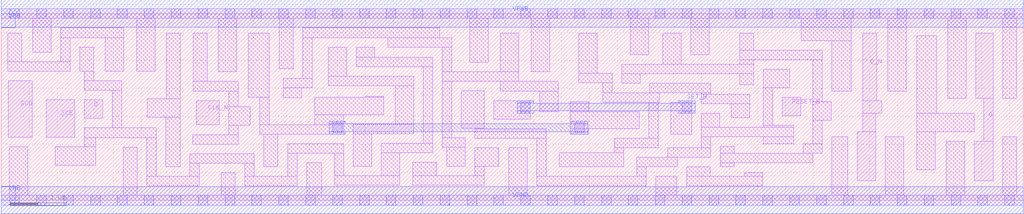
<source format=lef>
# cherry remove NAMESCASESENSITIVE
# Copyright 2020 The SkyWater PDK Authors
#
# Licensed under the Apache License, Version 2.0 (the "License");
# you may not use this file except in compliance with the License.
# You may obtain a copy of the License at
#
#     https://www.apache.org/licenses/LICENSE-2.0
#
# Unless required by applicable law or agreed to in writing, software
# distributed under the License is distributed on an "AS IS" BASIS,
# WITHOUT WARRANTIES OR CONDITIONS OF ANY KIND, either express or implied.
# See the License for the specific language governing permissions and
# limitations under the License.
#
# SPDX-License-Identifier: Apache-2.0

VERSION 5.7 ;
BUSBITCHARS "[]" ;
DIVIDERCHAR "/" ;
UNITS
  DATABASE MICRONS 2000 ;
END UNITS

MACRO sky130_fd_sc_hs__a2111o_1
  CLASS CORE ;
  ORIGIN  0.000000  0.000000 ;
  SIZE  4.320000 BY  3.330000 ;
  SYMMETRY X Y ;
  SITE unit ;
  PIN A1
    ANTENNAGATEAREA  0.246000 ;
    DIRECTION INPUT ;
    USE SIGNAL ;
    PORT
      LAYER li1 ;
        RECT 0.125000 0.440000 0.840000 0.670000 ;
        RECT 0.510000 0.255000 0.840000 0.440000 ;
    END
  END A1
  PIN A2
    ANTENNAGATEAREA  0.246000 ;
    DIRECTION INPUT ;
    USE SIGNAL ;
    PORT
      LAYER li1 ;
        RECT 1.050000 1.500000 2.275000 1.800000 ;
    END
  END A2
  PIN B1
    ANTENNAGATEAREA  0.246000 ;
    DIRECTION INPUT ;
    USE SIGNAL ;
    PORT
      LAYER li1 ;
        RECT 1.435000 0.255000 1.795000 0.490000 ;
        RECT 1.595000 0.490000 1.795000 0.670000 ;
    END
  END B1
  PIN C1
    ANTENNAGATEAREA  0.246000 ;
    DIRECTION INPUT ;
    USE SIGNAL ;
    PORT
      LAYER li1 ;
        RECT 2.005000 0.255000 2.335000 0.490000 ;
        RECT 2.005000 0.490000 2.245000 0.670000 ;
    END
  END C1
  PIN D1
    ANTENNAGATEAREA  0.246000 ;
    DIRECTION INPUT ;
    USE SIGNAL ;
    PORT
      LAYER li1 ;
        RECT 2.445000 1.500000 2.775000 1.800000 ;
    END
  END D1
  PIN X
    ANTENNADIFFAREA  0.504100 ;
    DIRECTION OUTPUT ;
    USE SIGNAL ;
    PORT
      LAYER li1 ;
        RECT 3.860000 0.370000 4.195000 2.980000 ;
    END
  END X
  PIN VGND
    DIRECTION INOUT ;
    USE GROUND ;
    PORT
      LAYER met1 ;
        RECT 0.000000 -0.245000 4.320000 0.245000 ;
    END
  END VGND
  PIN VNB
    DIRECTION INOUT ;
    USE GROUND ;
    PORT
      LAYER met1 ;
        RECT 0.000000 0.000000 0.250000 0.250000 ;
    END
  END VNB
  PIN VPB
    DIRECTION INOUT ;
    USE POWER ;
    PORT
      LAYER met1 ;
        RECT 0.000000 3.080000 0.250000 3.330000 ;
    END
  END VPB
  PIN VPWR
    DIRECTION INOUT ;
    USE POWER ;
    PORT
      LAYER met1 ;
        RECT 0.000000 3.085000 4.320000 3.575000 ;
    END
  END VPWR
  OBS
    LAYER li1 ;
      RECT 0.000000 -0.085000 4.320000 0.085000 ;
      RECT 0.000000  3.245000 4.320000 3.415000 ;
      RECT 0.360000  1.940000 0.690000 1.970000 ;
      RECT 0.360000  1.970000 1.630000 2.140000 ;
      RECT 0.360000  2.140000 0.690000 2.980000 ;
      RECT 0.385000  0.840000 0.715000 1.160000 ;
      RECT 0.385000  1.160000 3.115000 1.320000 ;
      RECT 0.385000  1.320000 3.690000 1.330000 ;
      RECT 0.385000  1.330000 0.715000 1.340000 ;
      RECT 0.890000  2.310000 1.100000 3.245000 ;
      RECT 1.095000  0.085000 1.265000 0.660000 ;
      RECT 1.095000  0.660000 1.425000 0.990000 ;
      RECT 1.300000  2.140000 1.630000 2.980000 ;
      RECT 1.715000  0.840000 2.045000 1.160000 ;
      RECT 2.415000  0.660000 2.675000 0.990000 ;
      RECT 2.505000  0.085000 2.675000 0.660000 ;
      RECT 2.530000  1.970000 3.115000 2.140000 ;
      RECT 2.530000  2.140000 2.860000 2.980000 ;
      RECT 2.845000  0.660000 3.115000 1.160000 ;
      RECT 2.945000  1.330000 3.690000 1.650000 ;
      RECT 2.945000  1.650000 3.115000 1.970000 ;
      RECT 3.410000  1.820000 3.660000 3.245000 ;
      RECT 3.435000  0.085000 3.685000 1.150000 ;
    LAYER mcon ;
      RECT 0.155000 -0.085000 0.325000 0.085000 ;
      RECT 0.155000  3.245000 0.325000 3.415000 ;
      RECT 0.635000 -0.085000 0.805000 0.085000 ;
      RECT 0.635000  3.245000 0.805000 3.415000 ;
      RECT 1.115000 -0.085000 1.285000 0.085000 ;
      RECT 1.115000  3.245000 1.285000 3.415000 ;
      RECT 1.595000 -0.085000 1.765000 0.085000 ;
      RECT 1.595000  3.245000 1.765000 3.415000 ;
      RECT 2.075000 -0.085000 2.245000 0.085000 ;
      RECT 2.075000  3.245000 2.245000 3.415000 ;
      RECT 2.555000 -0.085000 2.725000 0.085000 ;
      RECT 2.555000  3.245000 2.725000 3.415000 ;
      RECT 3.035000 -0.085000 3.205000 0.085000 ;
      RECT 3.035000  3.245000 3.205000 3.415000 ;
      RECT 3.515000 -0.085000 3.685000 0.085000 ;
      RECT 3.515000  3.245000 3.685000 3.415000 ;
      RECT 3.995000 -0.085000 4.165000 0.085000 ;
      RECT 3.995000  3.245000 4.165000 3.415000 ;
  END
END sky130_fd_sc_hs__a2111o_1


MACRO sky130_fd_sc_hs__a2111o_2
  CLASS CORE ;
  ORIGIN  0.000000  0.000000 ;
  SIZE  4.800000 BY  3.330000 ;
  SYMMETRY X Y ;
  SITE unit ;
  PIN A1
    ANTENNAGATEAREA  0.279000 ;
    DIRECTION INPUT ;
    USE SIGNAL ;
    PORT
      LAYER li1 ;
        RECT 4.365000 1.350000 4.695000 1.780000 ;
    END
  END A1
  PIN A2
    ANTENNAGATEAREA  0.279000 ;
    DIRECTION INPUT ;
    USE SIGNAL ;
    PORT
      LAYER li1 ;
        RECT 3.485000 1.350000 4.195000 1.780000 ;
    END
  END A2
  PIN B1
    ANTENNAGATEAREA  0.279000 ;
    DIRECTION INPUT ;
    USE SIGNAL ;
    PORT
      LAYER li1 ;
        RECT 2.985000 1.350000 3.315000 1.780000 ;
    END
  END B1
  PIN C1
    ANTENNAGATEAREA  0.279000 ;
    DIRECTION INPUT ;
    USE SIGNAL ;
    PORT
      LAYER li1 ;
        RECT 2.445000 1.350000 2.775000 2.890000 ;
    END
  END C1
  PIN D1
    ANTENNAGATEAREA  0.279000 ;
    DIRECTION INPUT ;
    USE SIGNAL ;
    PORT
      LAYER li1 ;
        RECT 1.565000 1.350000 2.275000 1.780000 ;
    END
  END D1
  PIN X
    ANTENNADIFFAREA  0.543200 ;
    DIRECTION OUTPUT ;
    USE SIGNAL ;
    PORT
      LAYER li1 ;
        RECT 0.605000 1.550000 0.860000 2.980000 ;
        RECT 0.690000 0.350000 0.860000 1.550000 ;
    END
  END X
  PIN VGND
    DIRECTION INOUT ;
    USE GROUND ;
    PORT
      LAYER met1 ;
        RECT 0.000000 -0.245000 4.800000 0.245000 ;
    END
  END VGND
  PIN VNB
    DIRECTION INOUT ;
    USE GROUND ;
    PORT
      LAYER met1 ;
        RECT 0.000000 0.000000 0.250000 0.250000 ;
    END
  END VNB
  PIN VPB
    DIRECTION INOUT ;
    USE POWER ;
    PORT
      LAYER met1 ;
        RECT 0.000000 3.080000 0.250000 3.330000 ;
    END
  END VPB
  PIN VPWR
    DIRECTION INOUT ;
    USE POWER ;
    PORT
      LAYER met1 ;
        RECT 0.000000 3.085000 4.800000 3.575000 ;
    END
  END VPWR
  OBS
    LAYER li1 ;
      RECT 0.000000 -0.085000 4.800000 0.085000 ;
      RECT 0.000000  3.245000 4.800000 3.415000 ;
      RECT 0.155000  1.820000 0.405000 3.245000 ;
      RECT 0.180000  0.085000 0.510000 1.130000 ;
      RECT 1.030000  1.220000 1.360000 1.550000 ;
      RECT 1.040000  0.085000 1.370000 0.840000 ;
      RECT 1.055000  2.290000 1.385000 3.245000 ;
      RECT 1.190000  1.010000 4.520000 1.180000 ;
      RECT 1.190000  1.180000 1.360000 1.220000 ;
      RECT 1.190000  1.550000 1.360000 1.950000 ;
      RECT 1.190000  1.950000 2.085000 2.120000 ;
      RECT 1.755000  2.120000 2.085000 2.980000 ;
      RECT 1.780000  0.350000 2.030000 1.010000 ;
      RECT 2.210000  0.085000 2.580000 0.840000 ;
      RECT 2.760000  0.350000 3.010000 1.010000 ;
      RECT 3.135000  1.950000 4.545000 2.120000 ;
      RECT 3.135000  2.120000 3.505000 2.980000 ;
      RECT 3.180000  0.085000 3.730000 0.840000 ;
      RECT 3.675000  2.290000 4.045000 3.245000 ;
      RECT 4.190000  0.350000 4.520000 1.010000 ;
      RECT 4.215000  2.120000 4.545000 2.980000 ;
    LAYER mcon ;
      RECT 0.155000 -0.085000 0.325000 0.085000 ;
      RECT 0.155000  3.245000 0.325000 3.415000 ;
      RECT 0.635000 -0.085000 0.805000 0.085000 ;
      RECT 0.635000  3.245000 0.805000 3.415000 ;
      RECT 1.115000 -0.085000 1.285000 0.085000 ;
      RECT 1.115000  3.245000 1.285000 3.415000 ;
      RECT 1.595000 -0.085000 1.765000 0.085000 ;
      RECT 1.595000  3.245000 1.765000 3.415000 ;
      RECT 2.075000 -0.085000 2.245000 0.085000 ;
      RECT 2.075000  3.245000 2.245000 3.415000 ;
      RECT 2.555000 -0.085000 2.725000 0.085000 ;
      RECT 2.555000  3.245000 2.725000 3.415000 ;
      RECT 3.035000 -0.085000 3.205000 0.085000 ;
      RECT 3.035000  3.245000 3.205000 3.415000 ;
      RECT 3.515000 -0.085000 3.685000 0.085000 ;
      RECT 3.515000  3.245000 3.685000 3.415000 ;
      RECT 3.995000 -0.085000 4.165000 0.085000 ;
      RECT 3.995000  3.245000 4.165000 3.415000 ;
      RECT 4.475000 -0.085000 4.645000 0.085000 ;
      RECT 4.475000  3.245000 4.645000 3.415000 ;
  END
END sky130_fd_sc_hs__a2111o_2
MACRO sky130_fd_sc_hs__a2111o_4
  CLASS CORE ;
  ORIGIN  0.000000  0.000000 ;
  SIZE  8.160000 BY  3.330000 ;
  SYMMETRY X Y ;
  SITE unit ;
  PIN A1
    ANTENNAGATEAREA  0.492000 ;
    DIRECTION INPUT ;
    USE SIGNAL ;
    PORT
      LAYER li1 ;
        RECT 6.285000 1.450000 7.075000 1.780000 ;
    END
  END A1
  PIN A2
    ANTENNAGATEAREA  0.492000 ;
    DIRECTION INPUT ;
    USE SIGNAL ;
    PORT
      LAYER li1 ;
        RECT 7.245000 1.260000 8.035000 1.780000 ;
    END
  END A2
  PIN B1
    ANTENNAGATEAREA  0.492000 ;
    DIRECTION INPUT ;
    USE SIGNAL ;
    PORT
      LAYER li1 ;
        RECT 5.405000 1.450000 6.115000 1.780000 ;
    END
  END B1
  PIN C1
    ANTENNAGATEAREA  0.492000 ;
    DIRECTION INPUT ;
    USE SIGNAL ;
    PORT
      LAYER li1 ;
        RECT 3.965000 1.450000 5.155000 1.780000 ;
    END
  END C1
  PIN D1
    ANTENNAGATEAREA  0.492000 ;
    DIRECTION INPUT ;
    USE SIGNAL ;
    PORT
      LAYER li1 ;
        RECT 3.385000 1.260000 3.715000 1.780000 ;
    END
  END D1
  PIN X
    ANTENNADIFFAREA  1.086400 ;
    DIRECTION OUTPUT ;
    USE SIGNAL ;
    PORT
      LAYER li1 ;
        RECT 0.125000 0.960000 2.445000 1.130000 ;
        RECT 0.125000 1.130000 0.650000 1.800000 ;
        RECT 0.125000 1.800000 2.065000 1.970000 ;
        RECT 0.835000 1.970000 1.165000 2.980000 ;
        RECT 1.415000 0.350000 1.665000 0.960000 ;
        RECT 1.735000 1.970000 2.065000 2.980000 ;
        RECT 2.195000 0.350000 2.445000 0.960000 ;
    END
  END X
  PIN VGND
    DIRECTION INOUT ;
    USE GROUND ;
    PORT
      LAYER met1 ;
        RECT 0.000000 -0.245000 8.160000 0.245000 ;
    END
  END VGND
  PIN VNB
    DIRECTION INOUT ;
    USE GROUND ;
    PORT
      LAYER met1 ;
        RECT 0.000000 0.000000 0.250000 0.250000 ;
    END
  END VNB
  PIN VPB
    DIRECTION INOUT ;
    USE POWER ;
    PORT
      LAYER met1 ;
        RECT 0.000000 3.080000 0.250000 3.330000 ;
    END
  END VPB
  PIN VPWR
    DIRECTION INOUT ;
    USE POWER ;
    PORT
      LAYER met1 ;
        RECT 0.000000 3.085000 8.160000 3.575000 ;
    END
  END VPWR
  OBS
    LAYER li1 ;
      RECT 0.000000 -0.085000 8.160000 0.085000 ;
      RECT 0.000000  3.245000 8.160000 3.415000 ;
      RECT 0.385000  2.140000 0.635000 3.245000 ;
      RECT 0.870000  1.300000 3.215000 1.630000 ;
      RECT 0.905000  0.085000 1.235000 0.790000 ;
      RECT 1.365000  2.140000 1.535000 3.245000 ;
      RECT 1.845000  0.085000 2.015000 0.790000 ;
      RECT 2.265000  1.820000 2.515000 3.245000 ;
      RECT 2.625000  0.085000 2.875000 1.030000 ;
      RECT 2.705000  2.290000 3.035000 2.905000 ;
      RECT 2.705000  2.905000 4.835000 3.075000 ;
      RECT 3.045000  0.350000 3.350000 0.920000 ;
      RECT 3.045000  0.920000 4.220000 1.090000 ;
      RECT 3.045000  1.090000 3.215000 1.300000 ;
      RECT 3.045000  1.630000 3.215000 1.950000 ;
      RECT 3.045000  1.950000 3.405000 2.120000 ;
      RECT 3.235000  2.120000 3.405000 2.735000 ;
      RECT 3.530000  0.085000 3.870000 0.750000 ;
      RECT 3.605000  1.950000 3.935000 2.905000 ;
      RECT 4.050000  0.350000 4.220000 0.920000 ;
      RECT 4.050000  1.090000 4.220000 1.110000 ;
      RECT 4.050000  1.110000 6.770000 1.280000 ;
      RECT 4.135000  1.950000 5.805000 2.120000 ;
      RECT 4.135000  2.120000 4.305000 2.735000 ;
      RECT 4.400000  0.085000 4.740000 0.940000 ;
      RECT 4.505000  2.290000 4.835000 2.905000 ;
      RECT 4.920000  0.350000 5.090000 1.110000 ;
      RECT 5.025000  2.290000 5.305000 2.905000 ;
      RECT 5.025000  2.905000 6.175000 3.075000 ;
      RECT 5.270000  0.085000 5.600000 0.940000 ;
      RECT 5.475000  2.120000 5.805000 2.735000 ;
      RECT 6.005000  1.950000 8.055000 2.120000 ;
      RECT 6.005000  2.120000 6.175000 2.905000 ;
      RECT 6.010000  0.285000 7.120000 0.455000 ;
      RECT 6.010000  0.455000 6.340000 0.940000 ;
      RECT 6.375000  2.290000 6.705000 3.245000 ;
      RECT 6.510000  0.625000 6.770000 1.110000 ;
      RECT 6.905000  2.120000 7.075000 2.980000 ;
      RECT 6.950000  0.455000 7.120000 0.920000 ;
      RECT 6.950000  0.920000 8.060000 1.090000 ;
      RECT 7.275000  2.290000 7.525000 3.245000 ;
      RECT 7.300000  0.085000 7.630000 0.750000 ;
      RECT 7.725000  2.120000 8.055000 2.980000 ;
      RECT 7.810000  0.350000 8.060000 0.920000 ;
    LAYER mcon ;
      RECT 0.155000 -0.085000 0.325000 0.085000 ;
      RECT 0.155000  3.245000 0.325000 3.415000 ;
      RECT 0.635000 -0.085000 0.805000 0.085000 ;
      RECT 0.635000  3.245000 0.805000 3.415000 ;
      RECT 1.115000 -0.085000 1.285000 0.085000 ;
      RECT 1.115000  3.245000 1.285000 3.415000 ;
      RECT 1.595000 -0.085000 1.765000 0.085000 ;
      RECT 1.595000  3.245000 1.765000 3.415000 ;
      RECT 2.075000 -0.085000 2.245000 0.085000 ;
      RECT 2.075000  3.245000 2.245000 3.415000 ;
      RECT 2.555000 -0.085000 2.725000 0.085000 ;
      RECT 2.555000  3.245000 2.725000 3.415000 ;
      RECT 3.035000 -0.085000 3.205000 0.085000 ;
      RECT 3.035000  3.245000 3.205000 3.415000 ;
      RECT 3.515000 -0.085000 3.685000 0.085000 ;
      RECT 3.515000  3.245000 3.685000 3.415000 ;
      RECT 3.995000 -0.085000 4.165000 0.085000 ;
      RECT 3.995000  3.245000 4.165000 3.415000 ;
      RECT 4.475000 -0.085000 4.645000 0.085000 ;
      RECT 4.475000  3.245000 4.645000 3.415000 ;
      RECT 4.955000 -0.085000 5.125000 0.085000 ;
      RECT 4.955000  3.245000 5.125000 3.415000 ;
      RECT 5.435000 -0.085000 5.605000 0.085000 ;
      RECT 5.435000  3.245000 5.605000 3.415000 ;
      RECT 5.915000 -0.085000 6.085000 0.085000 ;
      RECT 5.915000  3.245000 6.085000 3.415000 ;
      RECT 6.395000 -0.085000 6.565000 0.085000 ;
      RECT 6.395000  3.245000 6.565000 3.415000 ;
      RECT 6.875000 -0.085000 7.045000 0.085000 ;
      RECT 6.875000  3.245000 7.045000 3.415000 ;
      RECT 7.355000 -0.085000 7.525000 0.085000 ;
      RECT 7.355000  3.245000 7.525000 3.415000 ;
      RECT 7.835000 -0.085000 8.005000 0.085000 ;
      RECT 7.835000  3.245000 8.005000 3.415000 ;
  END
END sky130_fd_sc_hs__a2111o_4
MACRO sky130_fd_sc_hs__a2111oi_1
  CLASS CORE ;
  ORIGIN  0.000000  0.000000 ;
  SIZE  3.360000 BY  3.330000 ;
  SYMMETRY X Y ;
  SITE unit ;
  PIN A1
    ANTENNAGATEAREA  0.279000 ;
    DIRECTION INPUT ;
    USE SIGNAL ;
    PORT
      LAYER li1 ;
        RECT 2.045000 1.350000 2.415000 1.780000 ;
    END
  END A1
  PIN A2
    ANTENNAGATEAREA  0.279000 ;
    DIRECTION INPUT ;
    USE SIGNAL ;
    PORT
      LAYER li1 ;
        RECT 2.625000 1.180000 3.235000 1.550000 ;
    END
  END A2
  PIN B1
    ANTENNAGATEAREA  0.279000 ;
    DIRECTION INPUT ;
    USE SIGNAL ;
    PORT
      LAYER li1 ;
        RECT 1.545000 1.350000 1.875000 1.780000 ;
    END
  END B1
  PIN C1
    ANTENNAGATEAREA  0.279000 ;
    DIRECTION INPUT ;
    USE SIGNAL ;
    PORT
      LAYER li1 ;
        RECT 1.005000 1.350000 1.335000 1.780000 ;
    END
  END C1
  PIN D1
    ANTENNAGATEAREA  0.279000 ;
    DIRECTION INPUT ;
    USE SIGNAL ;
    PORT
      LAYER li1 ;
        RECT 0.465000 1.350000 0.835000 1.780000 ;
    END
  END D1
  PIN Y
    ANTENNADIFFAREA  0.722400 ;
    DIRECTION OUTPUT ;
    USE SIGNAL ;
    PORT
      LAYER li1 ;
        RECT 0.125000 1.010000 2.180000 1.180000 ;
        RECT 0.125000 1.180000 0.295000 1.950000 ;
        RECT 0.125000 1.950000 1.315000 2.980000 ;
        RECT 0.850000 0.350000 1.100000 1.010000 ;
        RECT 1.850000 0.350000 2.180000 1.010000 ;
    END
  END Y
  PIN VGND
    DIRECTION INOUT ;
    USE GROUND ;
    PORT
      LAYER met1 ;
        RECT 0.000000 -0.245000 3.360000 0.245000 ;
    END
  END VGND
  PIN VNB
    DIRECTION INOUT ;
    USE GROUND ;
    PORT
      LAYER met1 ;
        RECT 0.000000 0.000000 0.250000 0.250000 ;
    END
  END VNB
  PIN VPB
    DIRECTION INOUT ;
    USE POWER ;
    PORT
      LAYER met1 ;
        RECT 0.000000 3.080000 0.250000 3.330000 ;
    END
  END VPB
  PIN VPWR
    DIRECTION INOUT ;
    USE POWER ;
    PORT
      LAYER met1 ;
        RECT 0.000000 3.085000 3.360000 3.575000 ;
    END
  END VPWR
  OBS
    LAYER li1 ;
      RECT 0.000000 -0.085000 3.360000 0.085000 ;
      RECT 0.000000  3.245000 3.360000 3.415000 ;
      RECT 0.340000  0.085000 0.670000 0.840000 ;
      RECT 1.270000  0.085000 1.680000 0.840000 ;
      RECT 1.695000  1.950000 3.105000 2.120000 ;
      RECT 1.695000  2.120000 2.065000 2.980000 ;
      RECT 2.235000  2.290000 2.605000 3.245000 ;
      RECT 2.750000  0.085000 3.080000 1.010000 ;
      RECT 2.775000  1.820000 3.105000 1.950000 ;
      RECT 2.775000  2.120000 3.105000 2.980000 ;
    LAYER mcon ;
      RECT 0.155000 -0.085000 0.325000 0.085000 ;
      RECT 0.155000  3.245000 0.325000 3.415000 ;
      RECT 0.635000 -0.085000 0.805000 0.085000 ;
      RECT 0.635000  3.245000 0.805000 3.415000 ;
      RECT 1.115000 -0.085000 1.285000 0.085000 ;
      RECT 1.115000  3.245000 1.285000 3.415000 ;
      RECT 1.595000 -0.085000 1.765000 0.085000 ;
      RECT 1.595000  3.245000 1.765000 3.415000 ;
      RECT 2.075000 -0.085000 2.245000 0.085000 ;
      RECT 2.075000  3.245000 2.245000 3.415000 ;
      RECT 2.555000 -0.085000 2.725000 0.085000 ;
      RECT 2.555000  3.245000 2.725000 3.415000 ;
      RECT 3.035000 -0.085000 3.205000 0.085000 ;
      RECT 3.035000  3.245000 3.205000 3.415000 ;
  END
END sky130_fd_sc_hs__a2111oi_1
MACRO sky130_fd_sc_hs__a2111oi_2
  CLASS CORE ;
  ORIGIN  0.000000  0.000000 ;
  SIZE  5.760000 BY  3.330000 ;
  SYMMETRY X Y ;
  SITE unit ;
  PIN A1
    ANTENNAGATEAREA  0.558000 ;
    DIRECTION INPUT ;
    USE SIGNAL ;
    PORT
      LAYER li1 ;
        RECT 3.965000 1.350000 4.675000 1.780000 ;
    END
  END A1
  PIN A2
    ANTENNAGATEAREA  0.558000 ;
    DIRECTION INPUT ;
    USE SIGNAL ;
    PORT
      LAYER li1 ;
        RECT 4.850000 1.350000 5.180000 1.780000 ;
    END
  END A2
  PIN B1
    ANTENNAGATEAREA  0.447000 ;
    DIRECTION INPUT ;
    USE SIGNAL ;
    PORT
      LAYER li1 ;
        RECT 3.005000 1.180000 3.715000 1.550000 ;
    END
  END B1
  PIN C1
    ANTENNAGATEAREA  0.447000 ;
    DIRECTION INPUT ;
    USE SIGNAL ;
    PORT
      LAYER li1 ;
        RECT 1.505000 1.350000 2.755000 1.780000 ;
    END
  END C1
  PIN D1
    ANTENNAGATEAREA  0.447000 ;
    DIRECTION INPUT ;
    USE SIGNAL ;
    PORT
      LAYER li1 ;
        RECT 0.605000 1.350000 1.315000 1.780000 ;
    END
  END D1
  PIN Y
    ANTENNADIFFAREA  1.027900 ;
    DIRECTION OUTPUT ;
    USE SIGNAL ;
    PORT
      LAYER li1 ;
        RECT 0.125000 1.010000 2.500000 1.180000 ;
        RECT 0.125000 1.180000 0.355000 1.950000 ;
        RECT 0.125000 1.950000 1.085000 2.120000 ;
        RECT 0.755000 2.120000 1.085000 2.735000 ;
        RECT 1.160000 0.350000 1.490000 1.010000 ;
        RECT 2.170000 0.350000 2.500000 0.770000 ;
        RECT 2.170000 0.770000 4.330000 0.975000 ;
        RECT 2.170000 0.975000 2.500000 1.010000 ;
        RECT 4.000000 0.975000 4.330000 1.130000 ;
    END
  END Y
  PIN VGND
    DIRECTION INOUT ;
    USE GROUND ;
    PORT
      LAYER met1 ;
        RECT 0.000000 -0.245000 5.760000 0.245000 ;
    END
  END VGND
  PIN VNB
    DIRECTION INOUT ;
    USE GROUND ;
    PORT
      LAYER met1 ;
        RECT 0.000000 0.000000 0.250000 0.250000 ;
    END
  END VNB
  PIN VPB
    DIRECTION INOUT ;
    USE POWER ;
    PORT
      LAYER met1 ;
        RECT 0.000000 3.080000 0.250000 3.330000 ;
    END
  END VPB
  PIN VPWR
    DIRECTION INOUT ;
    USE POWER ;
    PORT
      LAYER met1 ;
        RECT 0.000000 3.085000 5.760000 3.575000 ;
    END
  END VPWR
  OBS
    LAYER li1 ;
      RECT 0.000000 -0.085000 5.760000 0.085000 ;
      RECT 0.000000  3.245000 5.760000 3.415000 ;
      RECT 0.305000  2.290000 0.555000 2.905000 ;
      RECT 0.305000  2.905000 2.435000 3.075000 ;
      RECT 0.660000  0.085000 0.990000 0.840000 ;
      RECT 1.285000  1.950000 1.455000 2.905000 ;
      RECT 1.655000  1.950000 3.325000 2.120000 ;
      RECT 1.655000  2.120000 1.985000 2.735000 ;
      RECT 1.660000  0.085000 2.000000 0.840000 ;
      RECT 2.185000  2.290000 2.435000 2.905000 ;
      RECT 2.625000  2.290000 2.905000 2.905000 ;
      RECT 2.625000  2.905000 3.855000 3.075000 ;
      RECT 3.075000  1.820000 3.325000 1.950000 ;
      RECT 3.075000  2.120000 3.325000 2.735000 ;
      RECT 3.525000  1.950000 5.655000 2.120000 ;
      RECT 3.525000  2.120000 3.855000 2.905000 ;
      RECT 3.570000  0.350000 4.680000 0.600000 ;
      RECT 4.055000  2.290000 4.225000 3.245000 ;
      RECT 4.425000  2.120000 4.675000 2.980000 ;
      RECT 4.510000  0.600000 4.680000 1.010000 ;
      RECT 4.510000  1.010000 5.630000 1.180000 ;
      RECT 4.860000  0.085000 5.200000 0.840000 ;
      RECT 4.875000  2.290000 5.205000 3.245000 ;
      RECT 5.380000  0.350000 5.630000 1.010000 ;
      RECT 5.405000  1.820000 5.655000 1.950000 ;
      RECT 5.405000  2.120000 5.655000 2.980000 ;
    LAYER mcon ;
      RECT 0.155000 -0.085000 0.325000 0.085000 ;
      RECT 0.155000  3.245000 0.325000 3.415000 ;
      RECT 0.635000 -0.085000 0.805000 0.085000 ;
      RECT 0.635000  3.245000 0.805000 3.415000 ;
      RECT 1.115000 -0.085000 1.285000 0.085000 ;
      RECT 1.115000  3.245000 1.285000 3.415000 ;
      RECT 1.595000 -0.085000 1.765000 0.085000 ;
      RECT 1.595000  3.245000 1.765000 3.415000 ;
      RECT 2.075000 -0.085000 2.245000 0.085000 ;
      RECT 2.075000  3.245000 2.245000 3.415000 ;
      RECT 2.555000 -0.085000 2.725000 0.085000 ;
      RECT 2.555000  3.245000 2.725000 3.415000 ;
      RECT 3.035000 -0.085000 3.205000 0.085000 ;
      RECT 3.035000  3.245000 3.205000 3.415000 ;
      RECT 3.515000 -0.085000 3.685000 0.085000 ;
      RECT 3.515000  3.245000 3.685000 3.415000 ;
      RECT 3.995000 -0.085000 4.165000 0.085000 ;
      RECT 3.995000  3.245000 4.165000 3.415000 ;
      RECT 4.475000 -0.085000 4.645000 0.085000 ;
      RECT 4.475000  3.245000 4.645000 3.415000 ;
      RECT 4.955000 -0.085000 5.125000 0.085000 ;
      RECT 4.955000  3.245000 5.125000 3.415000 ;
      RECT 5.435000 -0.085000 5.605000 0.085000 ;
      RECT 5.435000  3.245000 5.605000 3.415000 ;
  END
END sky130_fd_sc_hs__a2111oi_2
MACRO sky130_fd_sc_hs__a2111oi_4
  CLASS CORE ;
  ORIGIN  0.000000  0.000000 ;
  SIZE  10.08000 BY  3.330000 ;
  SYMMETRY X Y ;
  SITE unit ;
  PIN A1
    ANTENNAGATEAREA  1.116000 ;
    DIRECTION INPUT ;
    USE SIGNAL ;
    PORT
      LAYER li1 ;
        RECT 6.450000 1.350000 8.035000 1.780000 ;
    END
  END A1
  PIN A2
    ANTENNAGATEAREA  1.116000 ;
    DIRECTION INPUT ;
    USE SIGNAL ;
    PORT
      LAYER li1 ;
        RECT 8.205000 1.350000 9.555000 1.780000 ;
    END
  END A2
  PIN B1
    ANTENNAGATEAREA  0.894000 ;
    DIRECTION INPUT ;
    USE SIGNAL ;
    PORT
      LAYER li1 ;
        RECT 4.275000 1.350000 6.075000 1.780000 ;
    END
  END B1
  PIN C1
    ANTENNAGATEAREA  0.894000 ;
    DIRECTION INPUT ;
    USE SIGNAL ;
    PORT
      LAYER li1 ;
        RECT 2.235000 1.350000 3.510000 1.780000 ;
    END
  END C1
  PIN D1
    ANTENNAGATEAREA  0.894000 ;
    DIRECTION INPUT ;
    USE SIGNAL ;
    PORT
      LAYER li1 ;
        RECT 0.555000 1.180000 1.905000 1.550000 ;
    END
  END D1
  PIN Y
    ANTENNADIFFAREA  1.708000 ;
    DIRECTION OUTPUT ;
    USE SIGNAL ;
    PORT
      LAYER li1 ;
        RECT 0.125000 0.840000 2.640000 1.010000 ;
        RECT 0.125000 1.010000 0.355000 1.720000 ;
        RECT 0.125000 1.720000 1.705000 1.890000 ;
        RECT 0.555000 1.890000 0.885000 2.735000 ;
        RECT 1.455000 1.890000 1.705000 2.735000 ;
        RECT 1.530000 0.330000 1.700000 0.840000 ;
        RECT 2.390000 0.350000 2.640000 0.840000 ;
        RECT 2.390000 1.010000 7.740000 1.130000 ;
        RECT 2.390000 1.130000 6.880000 1.180000 ;
        RECT 4.070000 0.350000 4.320000 0.975000 ;
        RECT 4.070000 0.975000 7.740000 1.010000 ;
        RECT 6.550000 0.770000 6.880000 0.915000 ;
        RECT 6.550000 0.915000 7.740000 0.975000 ;
        RECT 7.410000 0.770000 7.740000 0.915000 ;
    END
  END Y
  PIN VGND
    DIRECTION INOUT ;
    USE GROUND ;
    PORT
      LAYER met1 ;
        RECT 0.000000 -0.245000 10.080000 0.245000 ;
    END
  END VGND
  PIN VNB
    DIRECTION INOUT ;
    USE GROUND ;
    PORT
      LAYER met1 ;
        RECT 0.000000 0.000000 0.250000 0.250000 ;
    END
  END VNB
  PIN VPB
    DIRECTION INOUT ;
    USE POWER ;
    PORT
      LAYER met1 ;
        RECT 0.000000 3.080000 0.250000 3.330000 ;
    END
  END VPB
  PIN VPWR
    DIRECTION INOUT ;
    USE POWER ;
    PORT
      LAYER met1 ;
        RECT 0.000000 3.085000 10.080000 3.575000 ;
    END
  END VPWR
  OBS
    LAYER li1 ;
      RECT 0.000000 -0.085000 10.080000 0.085000 ;
      RECT 0.000000  3.245000 10.080000 3.415000 ;
      RECT 0.105000  2.060000  0.355000 2.905000 ;
      RECT 0.105000  2.905000  2.235000 3.075000 ;
      RECT 1.020000  0.085000  1.350000 0.670000 ;
      RECT 1.085000  2.060000  1.255000 2.905000 ;
      RECT 1.880000  0.085000  2.210000 0.670000 ;
      RECT 1.905000  1.950000  4.035000 2.120000 ;
      RECT 1.905000  2.120000  2.235000 2.905000 ;
      RECT 2.435000  2.290000  2.685000 2.905000 ;
      RECT 2.435000  2.905000  5.925000 3.075000 ;
      RECT 2.810000  0.085000  3.900000 0.840000 ;
      RECT 2.855000  2.120000  3.085000 2.735000 ;
      RECT 3.255000  2.290000  3.585000 2.905000 ;
      RECT 3.705000  1.820000  4.035000 1.950000 ;
      RECT 3.755000  2.120000  4.035000 2.735000 ;
      RECT 4.245000  1.950000  9.975000 2.120000 ;
      RECT 4.245000  2.120000  4.525000 2.735000 ;
      RECT 4.500000  0.085000  4.830000 0.805000 ;
      RECT 4.695000  2.290000  5.025000 2.905000 ;
      RECT 5.195000  2.120000  5.425000 2.735000 ;
      RECT 5.595000  2.290000  5.925000 2.905000 ;
      RECT 6.120000  0.350000  8.090000 0.600000 ;
      RECT 6.120000  0.600000  6.380000 0.680000 ;
      RECT 6.125000  2.120000  6.295000 2.980000 ;
      RECT 6.495000  2.290000  6.825000 3.245000 ;
      RECT 7.025000  2.120000  7.195000 2.980000 ;
      RECT 7.040000  0.600000  7.250000 0.680000 ;
      RECT 7.395000  2.290000  7.725000 3.245000 ;
      RECT 7.920000  0.600000  8.090000 1.010000 ;
      RECT 7.920000  1.010000  9.890000 1.180000 ;
      RECT 7.925000  2.120000  8.095000 2.980000 ;
      RECT 8.270000  0.085000  8.600000 0.840000 ;
      RECT 8.295000  2.290000  8.545000 3.245000 ;
      RECT 8.745000  2.120000  9.075000 2.980000 ;
      RECT 8.780000  0.350000  8.950000 1.010000 ;
      RECT 9.130000  0.085000  9.460000 0.840000 ;
      RECT 9.275000  2.290000  9.525000 3.245000 ;
      RECT 9.640000  0.350000  9.890000 1.010000 ;
      RECT 9.725000  1.820000  9.975000 1.950000 ;
      RECT 9.725000  2.120000  9.975000 2.980000 ;
    LAYER mcon ;
      RECT 0.155000 -0.085000 0.325000 0.085000 ;
      RECT 0.155000  3.245000 0.325000 3.415000 ;
      RECT 0.635000 -0.085000 0.805000 0.085000 ;
      RECT 0.635000  3.245000 0.805000 3.415000 ;
      RECT 1.115000 -0.085000 1.285000 0.085000 ;
      RECT 1.115000  3.245000 1.285000 3.415000 ;
      RECT 1.595000 -0.085000 1.765000 0.085000 ;
      RECT 1.595000  3.245000 1.765000 3.415000 ;
      RECT 2.075000 -0.085000 2.245000 0.085000 ;
      RECT 2.075000  3.245000 2.245000 3.415000 ;
      RECT 2.555000 -0.085000 2.725000 0.085000 ;
      RECT 2.555000  3.245000 2.725000 3.415000 ;
      RECT 3.035000 -0.085000 3.205000 0.085000 ;
      RECT 3.035000  3.245000 3.205000 3.415000 ;
      RECT 3.515000 -0.085000 3.685000 0.085000 ;
      RECT 3.515000  3.245000 3.685000 3.415000 ;
      RECT 3.995000 -0.085000 4.165000 0.085000 ;
      RECT 3.995000  3.245000 4.165000 3.415000 ;
      RECT 4.475000 -0.085000 4.645000 0.085000 ;
      RECT 4.475000  3.245000 4.645000 3.415000 ;
      RECT 4.955000 -0.085000 5.125000 0.085000 ;
      RECT 4.955000  3.245000 5.125000 3.415000 ;
      RECT 5.435000 -0.085000 5.605000 0.085000 ;
      RECT 5.435000  3.245000 5.605000 3.415000 ;
      RECT 5.915000 -0.085000 6.085000 0.085000 ;
      RECT 5.915000  3.245000 6.085000 3.415000 ;
      RECT 6.395000 -0.085000 6.565000 0.085000 ;
      RECT 6.395000  3.245000 6.565000 3.415000 ;
      RECT 6.875000 -0.085000 7.045000 0.085000 ;
      RECT 6.875000  3.245000 7.045000 3.415000 ;
      RECT 7.355000 -0.085000 7.525000 0.085000 ;
      RECT 7.355000  3.245000 7.525000 3.415000 ;
      RECT 7.835000 -0.085000 8.005000 0.085000 ;
      RECT 7.835000  3.245000 8.005000 3.415000 ;
      RECT 8.315000 -0.085000 8.485000 0.085000 ;
      RECT 8.315000  3.245000 8.485000 3.415000 ;
      RECT 8.795000 -0.085000 8.965000 0.085000 ;
      RECT 8.795000  3.245000 8.965000 3.415000 ;
      RECT 9.275000 -0.085000 9.445000 0.085000 ;
      RECT 9.275000  3.245000 9.445000 3.415000 ;
      RECT 9.755000 -0.085000 9.925000 0.085000 ;
      RECT 9.755000  3.245000 9.925000 3.415000 ;
  END
END sky130_fd_sc_hs__a2111oi_4
MACRO sky130_fd_sc_hs__a211o_1
  CLASS CORE ;
  ORIGIN  0.000000  0.000000 ;
  SIZE  3.840000 BY  3.330000 ;
  SYMMETRY X Y ;
  SITE unit ;
  PIN A1
    ANTENNAGATEAREA  0.246000 ;
    DIRECTION INPUT ;
    USE SIGNAL ;
    PORT
      LAYER li1 ;
        RECT 2.045000 1.450000 2.755000 1.780000 ;
    END
  END A1
  PIN A2
    ANTENNAGATEAREA  0.246000 ;
    DIRECTION INPUT ;
    USE SIGNAL ;
    PORT
      LAYER li1 ;
        RECT 1.585000 1.450000 1.835000 1.780000 ;
    END
  END A2
  PIN B1
    ANTENNAGATEAREA  0.246000 ;
    DIRECTION INPUT ;
    USE SIGNAL ;
    PORT
      LAYER li1 ;
        RECT 2.045000 0.255000 2.875000 0.570000 ;
        RECT 2.045000 0.570000 2.275000 0.670000 ;
    END
  END B1
  PIN C1
    ANTENNAGATEAREA  0.246000 ;
    DIRECTION INPUT ;
    USE SIGNAL ;
    PORT
      LAYER li1 ;
        RECT 3.385000 0.255000 3.715000 0.670000 ;
    END
  END C1
  PIN X
    ANTENNADIFFAREA  0.504100 ;
    DIRECTION OUTPUT ;
    USE SIGNAL ;
    PORT
      LAYER li1 ;
        RECT 0.085000 0.435000 1.075000 1.130000 ;
        RECT 0.085000 1.130000 0.255000 1.820000 ;
        RECT 0.085000 1.820000 0.435000 2.980000 ;
        RECT 0.825000 0.345000 1.075000 0.435000 ;
    END
  END X
  PIN VGND
    DIRECTION INOUT ;
    USE GROUND ;
    PORT
      LAYER met1 ;
        RECT 0.000000 -0.245000 3.840000 0.245000 ;
    END
  END VGND
  PIN VNB
    DIRECTION INOUT ;
    USE GROUND ;
    PORT
      LAYER met1 ;
        RECT 0.000000 0.000000 0.250000 0.250000 ;
    END
  END VNB
  PIN VPB
    DIRECTION INOUT ;
    USE POWER ;
    PORT
      LAYER met1 ;
        RECT 0.000000 3.080000 0.250000 3.330000 ;
    END
  END VPB
  PIN VPWR
    DIRECTION INOUT ;
    USE POWER ;
    PORT
      LAYER met1 ;
        RECT 0.000000 3.085000 3.840000 3.575000 ;
    END
  END VPWR
  OBS
    LAYER li1 ;
      RECT 0.000000 -0.085000 3.840000 0.085000 ;
      RECT 0.000000  3.245000 3.840000 3.415000 ;
      RECT 0.425000  1.400000 1.415000 1.650000 ;
      RECT 0.635000  1.820000 0.885000 3.245000 ;
      RECT 1.245000  1.110000 3.540000 1.280000 ;
      RECT 1.245000  1.280000 1.415000 1.400000 ;
      RECT 1.255000  0.085000 1.705000 0.940000 ;
      RECT 1.355000  1.950000 2.615000 2.120000 ;
      RECT 1.355000  2.120000 1.685000 2.980000 ;
      RECT 1.885000  2.290000 2.085000 3.245000 ;
      RECT 2.280000  0.840000 2.610000 1.080000 ;
      RECT 2.280000  1.080000 3.540000 1.110000 ;
      RECT 2.285000  2.120000 2.615000 2.980000 ;
      RECT 2.780000  0.740000 3.215000 0.910000 ;
      RECT 3.045000  0.085000 3.215000 0.740000 ;
      RECT 3.125000  1.280000 3.540000 2.980000 ;
    LAYER mcon ;
      RECT 0.155000 -0.085000 0.325000 0.085000 ;
      RECT 0.155000  3.245000 0.325000 3.415000 ;
      RECT 0.635000 -0.085000 0.805000 0.085000 ;
      RECT 0.635000  3.245000 0.805000 3.415000 ;
      RECT 1.115000 -0.085000 1.285000 0.085000 ;
      RECT 1.115000  3.245000 1.285000 3.415000 ;
      RECT 1.595000 -0.085000 1.765000 0.085000 ;
      RECT 1.595000  3.245000 1.765000 3.415000 ;
      RECT 2.075000 -0.085000 2.245000 0.085000 ;
      RECT 2.075000  3.245000 2.245000 3.415000 ;
      RECT 2.555000 -0.085000 2.725000 0.085000 ;
      RECT 2.555000  3.245000 2.725000 3.415000 ;
      RECT 3.035000 -0.085000 3.205000 0.085000 ;
      RECT 3.035000  3.245000 3.205000 3.415000 ;
      RECT 3.515000 -0.085000 3.685000 0.085000 ;
      RECT 3.515000  3.245000 3.685000 3.415000 ;
  END
END sky130_fd_sc_hs__a211o_1
MACRO sky130_fd_sc_hs__a211o_2
  CLASS CORE ;
  ORIGIN  0.000000  0.000000 ;
  SIZE  3.840000 BY  3.330000 ;
  SYMMETRY X Y ;
  SITE unit ;
  PIN A1
    ANTENNAGATEAREA  0.261000 ;
    DIRECTION INPUT ;
    USE SIGNAL ;
    PORT
      LAYER li1 ;
        RECT 2.045000 1.260000 2.535000 1.780000 ;
    END
  END A1
  PIN A2
    ANTENNAGATEAREA  0.261000 ;
    DIRECTION INPUT ;
    USE SIGNAL ;
    PORT
      LAYER li1 ;
        RECT 1.545000 1.260000 1.875000 1.780000 ;
    END
  END A2
  PIN B1
    ANTENNAGATEAREA  0.261000 ;
    DIRECTION INPUT ;
    USE SIGNAL ;
    PORT
      LAYER li1 ;
        RECT 2.745000 1.260000 3.235000 1.780000 ;
    END
  END B1
  PIN C1
    ANTENNAGATEAREA  0.261000 ;
    DIRECTION INPUT ;
    USE SIGNAL ;
    PORT
      LAYER li1 ;
        RECT 3.405000 1.450000 3.735000 1.780000 ;
    END
  END C1
  PIN X
    ANTENNADIFFAREA  0.543200 ;
    DIRECTION OUTPUT ;
    USE SIGNAL ;
    PORT
      LAYER li1 ;
        RECT 0.575000 1.010000 0.980000 1.180000 ;
        RECT 0.575000 1.180000 0.835000 2.980000 ;
        RECT 0.810000 0.350000 0.980000 1.010000 ;
    END
  END X
  PIN VGND
    DIRECTION INOUT ;
    USE GROUND ;
    PORT
      LAYER met1 ;
        RECT 0.000000 -0.245000 3.840000 0.245000 ;
    END
  END VGND
  PIN VNB
    DIRECTION INOUT ;
    USE GROUND ;
    PORT
      LAYER met1 ;
        RECT 0.000000 0.000000 0.250000 0.250000 ;
    END
  END VNB
  PIN VPB
    DIRECTION INOUT ;
    USE POWER ;
    PORT
      LAYER met1 ;
        RECT 0.000000 3.080000 0.250000 3.330000 ;
    END
  END VPB
  PIN VPWR
    DIRECTION INOUT ;
    USE POWER ;
    PORT
      LAYER met1 ;
        RECT 0.000000 3.085000 3.840000 3.575000 ;
    END
  END VPWR
  OBS
    LAYER li1 ;
      RECT 0.000000 -0.085000 3.840000 0.085000 ;
      RECT 0.000000  3.245000 3.840000 3.415000 ;
      RECT 0.125000  1.820000 0.375000 3.245000 ;
      RECT 0.300000  0.085000 0.630000 0.840000 ;
      RECT 1.005000  1.350000 1.335000 1.680000 ;
      RECT 1.025000  2.290000 1.355000 3.245000 ;
      RECT 1.160000  0.085000 1.330000 0.350000 ;
      RECT 1.160000  0.350000 1.870000 0.750000 ;
      RECT 1.165000  0.920000 3.740000 1.090000 ;
      RECT 1.165000  1.090000 1.335000 1.350000 ;
      RECT 1.165000  1.680000 1.335000 1.950000 ;
      RECT 1.165000  1.950000 3.735000 2.120000 ;
      RECT 1.545000  2.290000 2.865000 2.460000 ;
      RECT 1.545000  2.460000 1.875000 2.980000 ;
      RECT 2.075000  2.630000 2.365000 3.245000 ;
      RECT 2.330000  0.350000 2.700000 0.920000 ;
      RECT 2.535000  2.460000 2.865000 2.980000 ;
      RECT 2.870000  0.085000 3.040000 0.350000 ;
      RECT 2.870000  0.350000 3.310000 0.750000 ;
      RECT 3.405000  2.120000 3.735000 2.980000 ;
      RECT 3.490000  0.350000 3.740000 0.920000 ;
      RECT 3.490000  1.090000 3.740000 1.130000 ;
    LAYER mcon ;
      RECT 0.155000 -0.085000 0.325000 0.085000 ;
      RECT 0.155000  3.245000 0.325000 3.415000 ;
      RECT 0.635000 -0.085000 0.805000 0.085000 ;
      RECT 0.635000  3.245000 0.805000 3.415000 ;
      RECT 1.115000 -0.085000 1.285000 0.085000 ;
      RECT 1.115000  3.245000 1.285000 3.415000 ;
      RECT 1.595000 -0.085000 1.765000 0.085000 ;
      RECT 1.595000  3.245000 1.765000 3.415000 ;
      RECT 2.075000 -0.085000 2.245000 0.085000 ;
      RECT 2.075000  3.245000 2.245000 3.415000 ;
      RECT 2.555000 -0.085000 2.725000 0.085000 ;
      RECT 2.555000  3.245000 2.725000 3.415000 ;
      RECT 3.035000 -0.085000 3.205000 0.085000 ;
      RECT 3.035000  3.245000 3.205000 3.415000 ;
      RECT 3.515000 -0.085000 3.685000 0.085000 ;
      RECT 3.515000  3.245000 3.685000 3.415000 ;
  END
END sky130_fd_sc_hs__a211o_2
MACRO sky130_fd_sc_hs__a211o_4
  CLASS CORE ;
  ORIGIN  0.000000  0.000000 ;
  SIZE  7.200000 BY  3.330000 ;
  SYMMETRY X Y ;
  SITE unit ;
  PIN A1
    ANTENNAGATEAREA  0.492000 ;
    DIRECTION INPUT ;
    USE SIGNAL ;
    PORT
      LAYER li1 ;
        RECT 4.925000 1.450000 6.115000 1.780000 ;
    END
  END A1
  PIN A2
    ANTENNAGATEAREA  0.492000 ;
    DIRECTION INPUT ;
    USE SIGNAL ;
    PORT
      LAYER li1 ;
        RECT 4.925000 0.255000 5.320000 0.505000 ;
        RECT 4.925000 0.505000 5.125000 0.670000 ;
    END
  END A2
  PIN B1
    ANTENNAGATEAREA  0.492000 ;
    DIRECTION INPUT ;
    USE SIGNAL ;
    PORT
      LAYER li1 ;
        RECT 2.785000 1.470000 3.105000 1.720000 ;
        RECT 2.785000 1.720000 4.515000 1.890000 ;
        RECT 3.965000 1.470000 4.515000 1.720000 ;
        RECT 3.995000 1.890000 4.195000 2.150000 ;
    END
  END B1
  PIN C1
    ANTENNAGATEAREA  0.492000 ;
    DIRECTION INPUT ;
    USE SIGNAL ;
    PORT
      LAYER li1 ;
        RECT 3.450000 1.210000 3.780000 1.550000 ;
    END
  END C1
  PIN X
    ANTENNADIFFAREA  1.086400 ;
    DIRECTION OUTPUT ;
    USE SIGNAL ;
    PORT
      LAYER li1 ;
        RECT 0.675000 1.240000 1.795000 1.410000 ;
        RECT 0.675000 1.410000 0.925000 1.720000 ;
        RECT 0.675000 1.720000 1.905000 1.890000 ;
        RECT 0.675000 1.890000 0.925000 2.980000 ;
        RECT 1.330000 0.350000 1.500000 0.790000 ;
        RECT 1.330000 0.790000 2.370000 0.960000 ;
        RECT 1.330000 0.960000 1.795000 1.240000 ;
        RECT 1.575000 1.890000 1.905000 2.980000 ;
        RECT 2.180000 0.545000 2.370000 0.790000 ;
    END
  END X
  PIN VGND
    DIRECTION INOUT ;
    USE GROUND ;
    PORT
      LAYER met1 ;
        RECT 0.000000 -0.245000 7.200000 0.245000 ;
    END
  END VGND
  PIN VNB
    DIRECTION INOUT ;
    USE GROUND ;
    PORT
      LAYER met1 ;
        RECT 0.000000 0.000000 0.250000 0.250000 ;
    END
  END VNB
  PIN VPB
    DIRECTION INOUT ;
    USE POWER ;
    PORT
      LAYER met1 ;
        RECT 0.000000 3.080000 0.250000 3.330000 ;
    END
  END VPB
  PIN VPWR
    DIRECTION INOUT ;
    USE POWER ;
    PORT
      LAYER met1 ;
        RECT 0.000000 3.085000 7.200000 3.575000 ;
    END
  END VPWR
  OBS
    LAYER li1 ;
      RECT 0.000000 -0.085000 7.200000 0.085000 ;
      RECT 0.000000  3.245000 7.200000 3.415000 ;
      RECT 0.225000  1.820000 0.475000 3.245000 ;
      RECT 0.820000  0.085000 1.150000 1.050000 ;
      RECT 1.125000  2.060000 1.375000 3.245000 ;
      RECT 1.680000  0.085000 2.010000 0.620000 ;
      RECT 1.965000  1.130000 3.280000 1.300000 ;
      RECT 1.965000  1.300000 2.615000 1.550000 ;
      RECT 2.105000  1.820000 2.275000 3.245000 ;
      RECT 2.445000  1.550000 2.615000 2.060000 ;
      RECT 2.445000  2.060000 3.825000 2.230000 ;
      RECT 2.540000  0.085000 2.870000 0.960000 ;
      RECT 2.545000  2.400000 4.710000 2.570000 ;
      RECT 2.545000  2.570000 2.875000 2.780000 ;
      RECT 3.040000  0.450000 3.280000 0.870000 ;
      RECT 3.040000  0.870000 4.245000 1.040000 ;
      RECT 3.040000  1.040000 3.280000 1.130000 ;
      RECT 3.045000  2.740000 4.300000 2.990000 ;
      RECT 3.460000  0.085000 3.790000 0.700000 ;
      RECT 3.960000  0.595000 4.245000 0.870000 ;
      RECT 3.960000  1.040000 4.245000 1.110000 ;
      RECT 3.960000  1.110000 6.055000 1.280000 ;
      RECT 4.420000  2.060000 6.910000 2.120000 ;
      RECT 4.420000  2.120000 5.960000 2.230000 ;
      RECT 4.420000  2.230000 4.710000 2.400000 ;
      RECT 4.425000  0.085000 4.755000 0.940000 ;
      RECT 4.500000  2.570000 4.710000 2.990000 ;
      RECT 4.880000  2.400000 5.555000 3.245000 ;
      RECT 5.295000  0.675000 6.405000 0.845000 ;
      RECT 5.680000  1.950000 6.910000 2.060000 ;
      RECT 5.725000  1.015000 6.055000 1.110000 ;
      RECT 5.725000  2.230000 5.960000 2.980000 ;
      RECT 6.130000  2.290000 6.460000 3.245000 ;
      RECT 6.235000  0.595000 6.405000 0.675000 ;
      RECT 6.235000  0.845000 6.405000 1.275000 ;
      RECT 6.580000  1.940000 6.910000 1.950000 ;
      RECT 6.585000  0.085000 6.915000 1.275000 ;
      RECT 6.630000  2.120000 6.910000 2.980000 ;
    LAYER mcon ;
      RECT 0.155000 -0.085000 0.325000 0.085000 ;
      RECT 0.155000  3.245000 0.325000 3.415000 ;
      RECT 0.635000 -0.085000 0.805000 0.085000 ;
      RECT 0.635000  3.245000 0.805000 3.415000 ;
      RECT 1.115000 -0.085000 1.285000 0.085000 ;
      RECT 1.115000  3.245000 1.285000 3.415000 ;
      RECT 1.595000 -0.085000 1.765000 0.085000 ;
      RECT 1.595000  3.245000 1.765000 3.415000 ;
      RECT 2.075000 -0.085000 2.245000 0.085000 ;
      RECT 2.075000  3.245000 2.245000 3.415000 ;
      RECT 2.555000 -0.085000 2.725000 0.085000 ;
      RECT 2.555000  3.245000 2.725000 3.415000 ;
      RECT 3.035000 -0.085000 3.205000 0.085000 ;
      RECT 3.035000  3.245000 3.205000 3.415000 ;
      RECT 3.515000 -0.085000 3.685000 0.085000 ;
      RECT 3.515000  3.245000 3.685000 3.415000 ;
      RECT 3.995000 -0.085000 4.165000 0.085000 ;
      RECT 3.995000  3.245000 4.165000 3.415000 ;
      RECT 4.475000 -0.085000 4.645000 0.085000 ;
      RECT 4.475000  3.245000 4.645000 3.415000 ;
      RECT 4.955000 -0.085000 5.125000 0.085000 ;
      RECT 4.955000  3.245000 5.125000 3.415000 ;
      RECT 5.435000 -0.085000 5.605000 0.085000 ;
      RECT 5.435000  3.245000 5.605000 3.415000 ;
      RECT 5.915000 -0.085000 6.085000 0.085000 ;
      RECT 5.915000  3.245000 6.085000 3.415000 ;
      RECT 6.395000 -0.085000 6.565000 0.085000 ;
      RECT 6.395000  3.245000 6.565000 3.415000 ;
      RECT 6.875000 -0.085000 7.045000 0.085000 ;
      RECT 6.875000  3.245000 7.045000 3.415000 ;
  END
END sky130_fd_sc_hs__a211o_4
MACRO sky130_fd_sc_hs__a211oi_1
  CLASS CORE ;
  ORIGIN  0.000000  0.000000 ;
  SIZE  2.880000 BY  3.330000 ;
  SYMMETRY X Y ;
  SITE unit ;
  PIN A1
    ANTENNAGATEAREA  0.279000 ;
    DIRECTION INPUT ;
    USE SIGNAL ;
    PORT
      LAYER li1 ;
        RECT 1.005000 1.350000 1.335000 1.780000 ;
    END
  END A1
  PIN A2
    ANTENNAGATEAREA  0.279000 ;
    DIRECTION INPUT ;
    USE SIGNAL ;
    PORT
      LAYER li1 ;
        RECT 0.465000 1.350000 0.835000 1.780000 ;
    END
  END A2
  PIN B1
    ANTENNAGATEAREA  0.279000 ;
    DIRECTION INPUT ;
    USE SIGNAL ;
    PORT
      LAYER li1 ;
        RECT 1.545000 1.350000 1.875000 1.780000 ;
    END
  END B1
  PIN C1
    ANTENNAGATEAREA  0.279000 ;
    DIRECTION INPUT ;
    USE SIGNAL ;
    PORT
      LAYER li1 ;
        RECT 2.445000 1.180000 2.775000 1.550000 ;
    END
  END C1
  PIN Y
    ANTENNADIFFAREA  0.792700 ;
    DIRECTION OUTPUT ;
    USE SIGNAL ;
    PORT
      LAYER li1 ;
        RECT 1.085000 0.350000 1.500000 0.810000 ;
        RECT 1.085000 0.810000 2.540000 1.010000 ;
        RECT 1.085000 1.010000 2.275000 1.025000 ;
        RECT 1.085000 1.025000 2.215000 1.180000 ;
        RECT 2.045000 1.180000 2.215000 1.820000 ;
        RECT 2.045000 1.820000 2.565000 2.980000 ;
        RECT 2.210000 0.350000 2.540000 0.810000 ;
    END
  END Y
  PIN VGND
    DIRECTION INOUT ;
    USE GROUND ;
    PORT
      LAYER met1 ;
        RECT 0.000000 -0.245000 2.880000 0.245000 ;
    END
  END VGND
  PIN VNB
    DIRECTION INOUT ;
    USE GROUND ;
    PORT
      LAYER met1 ;
        RECT 0.000000 0.000000 0.250000 0.250000 ;
    END
  END VNB
  PIN VPB
    DIRECTION INOUT ;
    USE POWER ;
    PORT
      LAYER met1 ;
        RECT 0.000000 3.080000 0.250000 3.330000 ;
    END
  END VPB
  PIN VPWR
    DIRECTION INOUT ;
    USE POWER ;
    PORT
      LAYER met1 ;
        RECT 0.000000 3.085000 2.880000 3.575000 ;
    END
  END VPWR
  OBS
    LAYER li1 ;
      RECT 0.000000 -0.085000 2.880000 0.085000 ;
      RECT 0.000000  3.245000 2.880000 3.415000 ;
      RECT 0.315000  1.950000 1.635000 2.120000 ;
      RECT 0.315000  2.120000 0.645000 2.980000 ;
      RECT 0.340000  0.085000 0.670000 1.130000 ;
      RECT 0.815000  2.290000 1.135000 3.245000 ;
      RECT 1.305000  2.120000 1.635000 2.980000 ;
      RECT 1.670000  0.085000 2.040000 0.640000 ;
    LAYER mcon ;
      RECT 0.155000 -0.085000 0.325000 0.085000 ;
      RECT 0.155000  3.245000 0.325000 3.415000 ;
      RECT 0.635000 -0.085000 0.805000 0.085000 ;
      RECT 0.635000  3.245000 0.805000 3.415000 ;
      RECT 1.115000 -0.085000 1.285000 0.085000 ;
      RECT 1.115000  3.245000 1.285000 3.415000 ;
      RECT 1.595000 -0.085000 1.765000 0.085000 ;
      RECT 1.595000  3.245000 1.765000 3.415000 ;
      RECT 2.075000 -0.085000 2.245000 0.085000 ;
      RECT 2.075000  3.245000 2.245000 3.415000 ;
      RECT 2.555000 -0.085000 2.725000 0.085000 ;
      RECT 2.555000  3.245000 2.725000 3.415000 ;
  END
END sky130_fd_sc_hs__a211oi_1
MACRO sky130_fd_sc_hs__a211oi_2
  CLASS CORE ;
  ORIGIN  0.000000  0.000000 ;
  SIZE  4.800000 BY  3.330000 ;
  SYMMETRY X Y ;
  SITE unit ;
  PIN A1
    ANTENNAGATEAREA  0.558000 ;
    DIRECTION INPUT ;
    USE SIGNAL ;
    PORT
      LAYER li1 ;
        RECT 0.125000 1.180000 0.480000 1.550000 ;
    END
  END A1
  PIN A2
    ANTENNAGATEAREA  0.558000 ;
    DIRECTION INPUT ;
    USE SIGNAL ;
    PORT
      LAYER li1 ;
        RECT 1.085000 1.430000 2.275000 1.780000 ;
    END
  END A2
  PIN B1
    ANTENNAGATEAREA  0.447000 ;
    DIRECTION INPUT ;
    USE SIGNAL ;
    PORT
      LAYER li1 ;
        RECT 3.005000 1.180000 3.715000 1.550000 ;
    END
  END B1
  PIN C1
    ANTENNAGATEAREA  0.447000 ;
    DIRECTION INPUT ;
    USE SIGNAL ;
    PORT
      LAYER li1 ;
        RECT 3.965000 1.180000 4.675000 1.550000 ;
    END
  END C1
  PIN Y
    ANTENNADIFFAREA  1.076000 ;
    DIRECTION OUTPUT ;
    USE SIGNAL ;
    PORT
      LAYER li1 ;
        RECT 0.650000 0.635000 0.830000 1.090000 ;
        RECT 0.650000 1.090000 2.755000 1.260000 ;
        RECT 2.525000 1.260000 2.755000 1.720000 ;
        RECT 2.525000 1.720000 4.145000 1.890000 ;
        RECT 2.585000 0.840000 3.590000 1.010000 ;
        RECT 2.585000 1.010000 2.755000 1.090000 ;
        RECT 2.960000 0.330000 3.590000 0.840000 ;
        RECT 3.815000 1.890000 4.145000 2.735000 ;
    END
  END Y
  PIN VGND
    DIRECTION INOUT ;
    USE GROUND ;
    PORT
      LAYER met1 ;
        RECT 0.000000 -0.245000 4.800000 0.245000 ;
    END
  END VGND
  PIN VNB
    DIRECTION INOUT ;
    USE GROUND ;
    PORT
      LAYER met1 ;
        RECT 0.000000 0.000000 0.250000 0.250000 ;
    END
  END VNB
  PIN VPB
    DIRECTION INOUT ;
    USE POWER ;
    PORT
      LAYER met1 ;
        RECT 0.000000 3.080000 0.250000 3.330000 ;
    END
  END VPB
  PIN VPWR
    DIRECTION INOUT ;
    USE POWER ;
    PORT
      LAYER met1 ;
        RECT 0.000000 3.085000 4.800000 3.575000 ;
    END
  END VPWR
  OBS
    LAYER li1 ;
      RECT 0.000000 -0.085000 4.800000 0.085000 ;
      RECT 0.000000  3.245000 4.800000 3.415000 ;
      RECT 0.105000  1.820000 0.355000 3.245000 ;
      RECT 0.150000  0.255000 1.260000 0.425000 ;
      RECT 0.150000  0.425000 0.480000 1.010000 ;
      RECT 0.555000  1.820000 0.805000 1.950000 ;
      RECT 0.555000  1.950000 2.355000 2.060000 ;
      RECT 0.555000  2.060000 3.245000 2.120000 ;
      RECT 0.555000  2.120000 0.805000 2.980000 ;
      RECT 1.005000  2.290000 1.335000 3.245000 ;
      RECT 1.010000  0.425000 1.260000 0.750000 ;
      RECT 1.010000  0.750000 2.240000 0.920000 ;
      RECT 1.440000  0.085000 1.610000 0.330000 ;
      RECT 1.440000  0.330000 1.810000 0.580000 ;
      RECT 1.535000  2.120000 3.245000 2.230000 ;
      RECT 1.535000  2.230000 1.705000 2.980000 ;
      RECT 1.905000  2.400000 2.235000 3.245000 ;
      RECT 1.990000  0.330000 2.240000 0.750000 ;
      RECT 2.460000  0.085000 2.790000 0.670000 ;
      RECT 2.465000  2.400000 2.795000 2.905000 ;
      RECT 2.465000  2.905000 4.595000 3.075000 ;
      RECT 2.965000  2.230000 3.245000 2.735000 ;
      RECT 3.445000  2.060000 3.615000 2.905000 ;
      RECT 3.760000  0.085000 4.090000 1.010000 ;
      RECT 4.345000  1.820000 4.595000 2.905000 ;
    LAYER mcon ;
      RECT 0.155000 -0.085000 0.325000 0.085000 ;
      RECT 0.155000  3.245000 0.325000 3.415000 ;
      RECT 0.635000 -0.085000 0.805000 0.085000 ;
      RECT 0.635000  3.245000 0.805000 3.415000 ;
      RECT 1.115000 -0.085000 1.285000 0.085000 ;
      RECT 1.115000  3.245000 1.285000 3.415000 ;
      RECT 1.595000 -0.085000 1.765000 0.085000 ;
      RECT 1.595000  3.245000 1.765000 3.415000 ;
      RECT 2.075000 -0.085000 2.245000 0.085000 ;
      RECT 2.075000  3.245000 2.245000 3.415000 ;
      RECT 2.555000 -0.085000 2.725000 0.085000 ;
      RECT 2.555000  3.245000 2.725000 3.415000 ;
      RECT 3.035000 -0.085000 3.205000 0.085000 ;
      RECT 3.035000  3.245000 3.205000 3.415000 ;
      RECT 3.515000 -0.085000 3.685000 0.085000 ;
      RECT 3.515000  3.245000 3.685000 3.415000 ;
      RECT 3.995000 -0.085000 4.165000 0.085000 ;
      RECT 3.995000  3.245000 4.165000 3.415000 ;
      RECT 4.475000 -0.085000 4.645000 0.085000 ;
      RECT 4.475000  3.245000 4.645000 3.415000 ;
  END
END sky130_fd_sc_hs__a211oi_2
MACRO sky130_fd_sc_hs__a211oi_4
  CLASS CORE ;
  ORIGIN  0.000000  0.000000 ;
  SIZE  8.640000 BY  3.330000 ;
  SYMMETRY X Y ;
  SITE unit ;
  PIN A1
    ANTENNAGATEAREA  1.116000 ;
    DIRECTION INPUT ;
    USE SIGNAL ;
    PORT
      LAYER li1 ;
        RECT 2.505000 1.350000 3.855000 1.780000 ;
    END
  END A1
  PIN A2
    ANTENNAGATEAREA  1.116000 ;
    DIRECTION INPUT ;
    USE SIGNAL ;
    PORT
      LAYER li1 ;
        RECT 0.125000 1.350000 2.275000 1.780000 ;
    END
  END A2
  PIN B1
    ANTENNAGATEAREA  0.894000 ;
    DIRECTION INPUT ;
    USE SIGNAL ;
    PORT
      LAYER li1 ;
        RECT 4.445000 1.300000 6.115000 1.780000 ;
    END
  END B1
  PIN C1
    ANTENNAGATEAREA  0.894000 ;
    DIRECTION INPUT ;
    USE SIGNAL ;
    PORT
      LAYER li1 ;
        RECT 6.365000 1.350000 7.555000 1.780000 ;
    END
  END C1
  PIN Y
    ANTENNADIFFAREA  1.685800 ;
    DIRECTION OUTPUT ;
    USE SIGNAL ;
    PORT
      LAYER li1 ;
        RECT 2.570000 0.785000 3.760000 0.960000 ;
        RECT 2.570000 0.960000 6.490000 1.010000 ;
        RECT 2.570000 1.010000 8.515000 1.130000 ;
        RECT 5.380000 0.350000 5.630000 0.960000 ;
        RECT 6.320000 0.350000 6.490000 0.960000 ;
        RECT 6.320000 1.130000 8.515000 1.180000 ;
        RECT 6.795000 1.950000 7.895000 2.120000 ;
        RECT 6.795000 2.120000 6.965000 2.735000 ;
        RECT 7.180000 0.350000 8.515000 1.010000 ;
        RECT 7.695000 2.120000 7.895000 2.735000 ;
        RECT 7.725000 1.180000 8.515000 1.950000 ;
    END
  END Y
  PIN VGND
    DIRECTION INOUT ;
    USE GROUND ;
    PORT
      LAYER met1 ;
        RECT 0.000000 -0.245000 8.640000 0.245000 ;
    END
  END VGND
  PIN VNB
    DIRECTION INOUT ;
    USE GROUND ;
    PORT
      LAYER met1 ;
        RECT 0.000000 0.000000 0.250000 0.250000 ;
    END
  END VNB
  PIN VPB
    DIRECTION INOUT ;
    USE POWER ;
    PORT
      LAYER met1 ;
        RECT 0.000000 3.080000 0.250000 3.330000 ;
    END
  END VPB
  PIN VPWR
    DIRECTION INOUT ;
    USE POWER ;
    PORT
      LAYER met1 ;
        RECT 0.000000 3.085000 8.640000 3.575000 ;
    END
  END VPWR
  OBS
    LAYER li1 ;
      RECT 0.000000 -0.085000 8.640000 0.085000 ;
      RECT 0.000000  3.245000 8.640000 3.415000 ;
      RECT 0.345000  1.950000 6.145000 2.120000 ;
      RECT 0.345000  2.120000 0.675000 2.980000 ;
      RECT 0.420000  0.350000 0.670000 1.010000 ;
      RECT 0.420000  1.010000 2.390000 1.180000 ;
      RECT 0.850000  0.085000 1.180000 0.840000 ;
      RECT 0.875000  2.290000 1.045000 3.245000 ;
      RECT 1.245000  2.120000 1.495000 2.980000 ;
      RECT 1.360000  0.350000 1.530000 1.010000 ;
      RECT 1.695000  2.290000 2.025000 3.245000 ;
      RECT 1.710000  0.085000 2.040000 0.840000 ;
      RECT 2.220000  0.350000 4.190000 0.615000 ;
      RECT 2.220000  0.615000 2.390000 1.010000 ;
      RECT 2.225000  2.120000 2.395000 2.980000 ;
      RECT 2.595000  2.290000 2.925000 3.245000 ;
      RECT 3.125000  2.120000 3.295000 2.980000 ;
      RECT 3.495000  2.290000 3.825000 3.245000 ;
      RECT 4.025000  1.820000 4.275000 1.950000 ;
      RECT 4.025000  2.120000 4.275000 2.980000 ;
      RECT 4.465000  2.290000 4.795000 2.905000 ;
      RECT 4.465000  2.905000 8.395000 3.075000 ;
      RECT 4.995000  2.120000 5.165000 2.735000 ;
      RECT 5.365000  2.290000 5.695000 2.905000 ;
      RECT 5.810000  0.085000 6.140000 0.790000 ;
      RECT 5.895000  2.120000 6.145000 2.735000 ;
      RECT 6.315000  1.950000 6.595000 2.905000 ;
      RECT 6.670000  0.085000 7.000000 0.840000 ;
      RECT 7.165000  2.290000 7.495000 2.905000 ;
      RECT 8.065000  2.120000 8.395000 2.905000 ;
    LAYER mcon ;
      RECT 0.155000 -0.085000 0.325000 0.085000 ;
      RECT 0.155000  3.245000 0.325000 3.415000 ;
      RECT 0.635000 -0.085000 0.805000 0.085000 ;
      RECT 0.635000  3.245000 0.805000 3.415000 ;
      RECT 1.115000 -0.085000 1.285000 0.085000 ;
      RECT 1.115000  3.245000 1.285000 3.415000 ;
      RECT 1.595000 -0.085000 1.765000 0.085000 ;
      RECT 1.595000  3.245000 1.765000 3.415000 ;
      RECT 2.075000 -0.085000 2.245000 0.085000 ;
      RECT 2.075000  3.245000 2.245000 3.415000 ;
      RECT 2.555000 -0.085000 2.725000 0.085000 ;
      RECT 2.555000  3.245000 2.725000 3.415000 ;
      RECT 3.035000 -0.085000 3.205000 0.085000 ;
      RECT 3.035000  3.245000 3.205000 3.415000 ;
      RECT 3.515000 -0.085000 3.685000 0.085000 ;
      RECT 3.515000  3.245000 3.685000 3.415000 ;
      RECT 3.995000 -0.085000 4.165000 0.085000 ;
      RECT 3.995000  3.245000 4.165000 3.415000 ;
      RECT 4.475000 -0.085000 4.645000 0.085000 ;
      RECT 4.475000  3.245000 4.645000 3.415000 ;
      RECT 4.955000 -0.085000 5.125000 0.085000 ;
      RECT 4.955000  3.245000 5.125000 3.415000 ;
      RECT 5.435000 -0.085000 5.605000 0.085000 ;
      RECT 5.435000  3.245000 5.605000 3.415000 ;
      RECT 5.915000 -0.085000 6.085000 0.085000 ;
      RECT 5.915000  3.245000 6.085000 3.415000 ;
      RECT 6.395000 -0.085000 6.565000 0.085000 ;
      RECT 6.395000  3.245000 6.565000 3.415000 ;
      RECT 6.875000 -0.085000 7.045000 0.085000 ;
      RECT 6.875000  3.245000 7.045000 3.415000 ;
      RECT 7.355000 -0.085000 7.525000 0.085000 ;
      RECT 7.355000  3.245000 7.525000 3.415000 ;
      RECT 7.835000 -0.085000 8.005000 0.085000 ;
      RECT 7.835000  3.245000 8.005000 3.415000 ;
      RECT 8.315000 -0.085000 8.485000 0.085000 ;
      RECT 8.315000  3.245000 8.485000 3.415000 ;
  END
END sky130_fd_sc_hs__a211oi_4
MACRO sky130_fd_sc_hs__a21bo_1
  CLASS CORE ;
  ORIGIN  0.000000  0.000000 ;
  SIZE  3.840000 BY  3.330000 ;
  SYMMETRY X Y ;
  SITE unit ;
  PIN A1
    ANTENNAGATEAREA  0.246000 ;
    DIRECTION INPUT ;
    USE SIGNAL ;
    PORT
      LAYER li1 ;
        RECT 0.655000 1.450000 1.315000 1.780000 ;
    END
  END A1
  PIN A2
    ANTENNAGATEAREA  0.246000 ;
    DIRECTION INPUT ;
    USE SIGNAL ;
    PORT
      LAYER li1 ;
        RECT 0.105000 0.255000 0.435000 0.670000 ;
    END
  END A2
  PIN B1_N
    ANTENNAGATEAREA  0.208000 ;
    DIRECTION INPUT ;
    USE SIGNAL ;
    PORT
      LAYER li1 ;
        RECT 2.515000 1.180000 2.845000 1.550000 ;
    END
  END B1_N
  PIN X
    ANTENNADIFFAREA  0.504100 ;
    DIRECTION OUTPUT ;
    USE SIGNAL ;
    PORT
      LAYER li1 ;
        RECT 3.295000 0.350000 3.755000 1.130000 ;
        RECT 3.430000 1.820000 3.755000 2.980000 ;
        RECT 3.585000 1.130000 3.755000 1.820000 ;
    END
  END X
  PIN VGND
    DIRECTION INOUT ;
    USE GROUND ;
    PORT
      LAYER met1 ;
        RECT 0.000000 -0.245000 3.840000 0.245000 ;
    END
  END VGND
  PIN VNB
    DIRECTION INOUT ;
    USE GROUND ;
    PORT
      LAYER met1 ;
        RECT 0.000000 0.000000 0.250000 0.250000 ;
    END
  END VNB
  PIN VPB
    DIRECTION INOUT ;
    USE POWER ;
    PORT
      LAYER met1 ;
        RECT 0.000000 3.080000 0.250000 3.330000 ;
    END
  END VPB
  PIN VPWR
    DIRECTION INOUT ;
    USE POWER ;
    PORT
      LAYER met1 ;
        RECT 0.000000 3.085000 3.840000 3.575000 ;
    END
  END VPWR
  OBS
    LAYER li1 ;
      RECT 0.000000 -0.085000 3.840000 0.085000 ;
      RECT 0.000000  3.245000 3.840000 3.415000 ;
      RECT 0.130000  1.940000 0.460000 1.950000 ;
      RECT 0.130000  1.950000 1.390000 2.120000 ;
      RECT 0.130000  2.120000 0.460000 2.980000 ;
      RECT 0.155000  0.840000 0.775000 1.095000 ;
      RECT 0.155000  1.095000 0.485000 1.340000 ;
      RECT 0.605000  0.085000 0.775000 0.840000 ;
      RECT 0.660000  2.290000 0.860000 3.245000 ;
      RECT 0.945000  0.660000 1.315000 1.110000 ;
      RECT 0.945000  1.110000 1.745000 1.280000 ;
      RECT 1.060000  2.120000 1.390000 2.980000 ;
      RECT 1.485000  0.085000 1.815000 0.930000 ;
      RECT 1.575000  1.280000 1.745000 1.940000 ;
      RECT 1.575000  1.940000 1.760000 2.240000 ;
      RECT 1.575000  2.240000 3.255000 2.410000 ;
      RECT 1.575000  2.410000 1.760000 2.980000 ;
      RECT 1.915000  1.100000 2.245000 1.770000 ;
      RECT 2.075000  0.350000 2.720000 0.940000 ;
      RECT 2.075000  0.940000 2.245000 1.100000 ;
      RECT 2.075000  1.770000 2.245000 1.820000 ;
      RECT 2.075000  1.820000 2.695000 2.070000 ;
      RECT 2.900000  0.085000 3.115000 0.895000 ;
      RECT 2.900000  2.580000 3.230000 3.245000 ;
      RECT 3.085000  1.320000 3.415000 1.650000 ;
      RECT 3.085000  1.650000 3.255000 2.240000 ;
    LAYER mcon ;
      RECT 0.155000 -0.085000 0.325000 0.085000 ;
      RECT 0.155000  3.245000 0.325000 3.415000 ;
      RECT 0.635000 -0.085000 0.805000 0.085000 ;
      RECT 0.635000  3.245000 0.805000 3.415000 ;
      RECT 1.115000 -0.085000 1.285000 0.085000 ;
      RECT 1.115000  3.245000 1.285000 3.415000 ;
      RECT 1.595000 -0.085000 1.765000 0.085000 ;
      RECT 1.595000  3.245000 1.765000 3.415000 ;
      RECT 2.075000 -0.085000 2.245000 0.085000 ;
      RECT 2.075000  3.245000 2.245000 3.415000 ;
      RECT 2.555000 -0.085000 2.725000 0.085000 ;
      RECT 2.555000  3.245000 2.725000 3.415000 ;
      RECT 3.035000 -0.085000 3.205000 0.085000 ;
      RECT 3.035000  3.245000 3.205000 3.415000 ;
      RECT 3.515000 -0.085000 3.685000 0.085000 ;
      RECT 3.515000  3.245000 3.685000 3.415000 ;
  END
END sky130_fd_sc_hs__a21bo_1
MACRO sky130_fd_sc_hs__a21bo_2
  CLASS CORE ;
  ORIGIN  0.000000  0.000000 ;
  SIZE  3.840000 BY  3.330000 ;
  SYMMETRY X Y ;
  SITE unit ;
  PIN A1
    ANTENNAGATEAREA  0.261000 ;
    DIRECTION INPUT ;
    USE SIGNAL ;
    PORT
      LAYER li1 ;
        RECT 2.725000 1.260000 3.235000 1.780000 ;
    END
  END A1
  PIN A2
    ANTENNAGATEAREA  0.261000 ;
    DIRECTION INPUT ;
    USE SIGNAL ;
    PORT
      LAYER li1 ;
        RECT 3.405000 1.450000 3.735000 1.780000 ;
    END
  END A2
  PIN B1_N
    ANTENNAGATEAREA  0.208000 ;
    DIRECTION INPUT ;
    USE SIGNAL ;
    PORT
      LAYER li1 ;
        RECT 0.125000 1.180000 0.510000 1.550000 ;
    END
  END B1_N
  PIN X
    ANTENNADIFFAREA  0.543200 ;
    DIRECTION OUTPUT ;
    USE SIGNAL ;
    PORT
      LAYER li1 ;
        RECT 1.020000 0.840000 1.395000 1.040000 ;
        RECT 1.020000 1.040000 1.190000 1.820000 ;
        RECT 1.020000 1.820000 1.415000 2.070000 ;
        RECT 1.225000 0.350000 1.565000 0.750000 ;
        RECT 1.225000 0.750000 1.395000 0.840000 ;
    END
  END X
  PIN VGND
    DIRECTION INOUT ;
    USE GROUND ;
    PORT
      LAYER met1 ;
        RECT 0.000000 -0.245000 3.840000 0.245000 ;
    END
  END VGND
  PIN VNB
    DIRECTION INOUT ;
    USE GROUND ;
    PORT
      LAYER met1 ;
        RECT 0.000000 0.000000 0.250000 0.250000 ;
    END
  END VNB
  PIN VPB
    DIRECTION INOUT ;
    USE POWER ;
    PORT
      LAYER met1 ;
        RECT 0.000000 3.080000 0.250000 3.330000 ;
    END
  END VPB
  PIN VPWR
    DIRECTION INOUT ;
    USE POWER ;
    PORT
      LAYER met1 ;
        RECT 0.000000 3.085000 3.840000 3.575000 ;
    END
  END VPWR
  OBS
    LAYER li1 ;
      RECT 0.000000 -0.085000 3.840000 0.085000 ;
      RECT 0.000000  3.245000 3.840000 3.415000 ;
      RECT 0.120000  1.820000 0.450000 2.240000 ;
      RECT 0.120000  2.240000 1.810000 2.410000 ;
      RECT 0.120000  2.410000 0.450000 2.700000 ;
      RECT 0.270000  0.540000 0.600000 0.840000 ;
      RECT 0.270000  0.840000 0.850000 1.010000 ;
      RECT 0.635000  2.580000 0.965000 3.245000 ;
      RECT 0.680000  1.010000 0.850000 2.240000 ;
      RECT 0.805000  0.085000 1.055000 0.670000 ;
      RECT 1.360000  1.220000 1.735000 1.550000 ;
      RECT 1.535000  2.580000 1.865000 3.245000 ;
      RECT 1.565000  0.920000 2.810000 1.090000 ;
      RECT 1.565000  1.090000 1.735000 1.220000 ;
      RECT 1.605000  1.720000 2.075000 1.890000 ;
      RECT 1.605000  1.890000 1.810000 2.240000 ;
      RECT 1.735000  0.085000 2.310000 0.750000 ;
      RECT 1.905000  1.260000 2.215000 1.590000 ;
      RECT 1.905000  1.590000 2.075000 1.720000 ;
      RECT 2.055000  2.060000 2.415000 2.980000 ;
      RECT 2.245000  1.760000 2.555000 1.930000 ;
      RECT 2.245000  1.930000 2.415000 2.060000 ;
      RECT 2.385000  1.090000 2.555000 1.760000 ;
      RECT 2.480000  0.350000 2.810000 0.920000 ;
      RECT 2.585000  2.100000 3.735000 2.270000 ;
      RECT 2.585000  2.270000 2.755000 2.980000 ;
      RECT 2.955000  2.440000 3.205000 3.245000 ;
      RECT 3.380000  0.085000 3.710000 1.090000 ;
      RECT 3.405000  1.950000 3.735000 2.100000 ;
      RECT 3.405000  2.270000 3.735000 2.980000 ;
    LAYER mcon ;
      RECT 0.155000 -0.085000 0.325000 0.085000 ;
      RECT 0.155000  3.245000 0.325000 3.415000 ;
      RECT 0.635000 -0.085000 0.805000 0.085000 ;
      RECT 0.635000  3.245000 0.805000 3.415000 ;
      RECT 1.115000 -0.085000 1.285000 0.085000 ;
      RECT 1.115000  3.245000 1.285000 3.415000 ;
      RECT 1.595000 -0.085000 1.765000 0.085000 ;
      RECT 1.595000  3.245000 1.765000 3.415000 ;
      RECT 2.075000 -0.085000 2.245000 0.085000 ;
      RECT 2.075000  3.245000 2.245000 3.415000 ;
      RECT 2.555000 -0.085000 2.725000 0.085000 ;
      RECT 2.555000  3.245000 2.725000 3.415000 ;
      RECT 3.035000 -0.085000 3.205000 0.085000 ;
      RECT 3.035000  3.245000 3.205000 3.415000 ;
      RECT 3.515000 -0.085000 3.685000 0.085000 ;
      RECT 3.515000  3.245000 3.685000 3.415000 ;
  END
END sky130_fd_sc_hs__a21bo_2
MACRO sky130_fd_sc_hs__a21bo_4
  CLASS CORE ;
  ORIGIN  0.000000  0.000000 ;
  SIZE  6.240000 BY  3.330000 ;
  SYMMETRY X Y ;
  SITE unit ;
  PIN A1
    ANTENNAGATEAREA  0.492000 ;
    DIRECTION INPUT ;
    USE SIGNAL ;
    PORT
      LAYER li1 ;
        RECT 4.445000 1.450000 5.200000 1.780000 ;
    END
  END A1
  PIN A2
    ANTENNAGATEAREA  0.492000 ;
    DIRECTION INPUT ;
    USE SIGNAL ;
    PORT
      LAYER li1 ;
        RECT 3.935000 0.255000 4.265000 0.670000 ;
    END
  END A2
  PIN B1_N
    ANTENNAGATEAREA  0.246000 ;
    DIRECTION INPUT ;
    USE SIGNAL ;
    PORT
      LAYER li1 ;
        RECT 0.125000 0.255000 0.625000 0.505000 ;
        RECT 0.125000 0.505000 0.355000 0.670000 ;
    END
  END B1_N
  PIN X
    ANTENNADIFFAREA  1.086400 ;
    DIRECTION OUTPUT ;
    USE SIGNAL ;
    PORT
      LAYER li1 ;
        RECT 0.605000 1.510000 1.420000 1.850000 ;
        RECT 0.605000 1.850000 2.300000 2.100000 ;
        RECT 1.250000 0.480000 1.555000 1.010000 ;
        RECT 1.250000 1.010000 2.415000 1.180000 ;
        RECT 1.250000 1.180000 1.420000 1.510000 ;
        RECT 2.165000 0.480000 2.415000 1.010000 ;
    END
  END X
  PIN VGND
    DIRECTION INOUT ;
    USE GROUND ;
    PORT
      LAYER met1 ;
        RECT 0.000000 -0.245000 6.240000 0.245000 ;
    END
  END VGND
  PIN VNB
    DIRECTION INOUT ;
    USE GROUND ;
    PORT
      LAYER met1 ;
        RECT 0.000000 0.000000 0.250000 0.250000 ;
    END
  END VNB
  PIN VPB
    DIRECTION INOUT ;
    USE POWER ;
    PORT
      LAYER met1 ;
        RECT 0.000000 3.080000 0.250000 3.330000 ;
    END
  END VPB
  PIN VPWR
    DIRECTION INOUT ;
    USE POWER ;
    PORT
      LAYER met1 ;
        RECT 0.000000 3.085000 6.240000 3.575000 ;
    END
  END VPWR
  OBS
    LAYER li1 ;
      RECT 0.000000 -0.085000 6.240000 0.085000 ;
      RECT 0.000000  3.245000 6.240000 3.415000 ;
      RECT 0.105000  0.840000 0.615000 1.275000 ;
      RECT 0.105000  1.275000 0.435000 2.270000 ;
      RECT 0.105000  2.270000 2.640000 2.440000 ;
      RECT 0.105000  2.440000 0.435000 2.980000 ;
      RECT 0.620000  2.610000 0.950000 3.245000 ;
      RECT 0.795000  0.085000 1.045000 1.275000 ;
      RECT 1.520000  2.610000 1.850000 3.245000 ;
      RECT 1.590000  1.350000 2.755000 1.680000 ;
      RECT 1.735000  0.085000 1.985000 0.840000 ;
      RECT 2.420000  2.610000 2.750000 3.245000 ;
      RECT 2.470000  1.850000 3.290000 2.020000 ;
      RECT 2.470000  2.020000 2.640000 2.270000 ;
      RECT 2.585000  1.110000 5.035000 1.280000 ;
      RECT 2.585000  1.280000 2.755000 1.350000 ;
      RECT 2.595000  0.085000 2.845000 0.940000 ;
      RECT 2.940000  2.190000 3.270000 2.905000 ;
      RECT 2.940000  2.905000 4.090000 3.075000 ;
      RECT 2.960000  1.450000 3.290000 1.850000 ;
      RECT 3.085000  0.595000 3.415000 1.110000 ;
      RECT 3.470000  1.280000 3.720000 2.735000 ;
      RECT 3.595000  0.085000 3.765000 0.940000 ;
      RECT 3.920000  1.940000 4.090000 1.950000 ;
      RECT 3.920000  1.950000 5.970000 2.120000 ;
      RECT 3.920000  2.120000 4.090000 2.905000 ;
      RECT 4.290000  2.290000 4.540000 3.245000 ;
      RECT 4.435000  0.255000 5.545000 0.425000 ;
      RECT 4.435000  0.425000 4.605000 0.940000 ;
      RECT 4.740000  2.120000 5.070000 2.980000 ;
      RECT 4.785000  0.595000 5.035000 1.110000 ;
      RECT 5.215000  0.425000 5.545000 1.275000 ;
      RECT 5.270000  2.290000 5.520000 3.245000 ;
      RECT 5.720000  1.940000 5.970000 1.950000 ;
      RECT 5.720000  2.120000 5.970000 2.980000 ;
      RECT 5.725000  0.085000 5.975000 1.275000 ;
    LAYER mcon ;
      RECT 0.155000 -0.085000 0.325000 0.085000 ;
      RECT 0.155000  3.245000 0.325000 3.415000 ;
      RECT 0.635000 -0.085000 0.805000 0.085000 ;
      RECT 0.635000  3.245000 0.805000 3.415000 ;
      RECT 1.115000 -0.085000 1.285000 0.085000 ;
      RECT 1.115000  3.245000 1.285000 3.415000 ;
      RECT 1.595000 -0.085000 1.765000 0.085000 ;
      RECT 1.595000  3.245000 1.765000 3.415000 ;
      RECT 2.075000 -0.085000 2.245000 0.085000 ;
      RECT 2.075000  3.245000 2.245000 3.415000 ;
      RECT 2.555000 -0.085000 2.725000 0.085000 ;
      RECT 2.555000  3.245000 2.725000 3.415000 ;
      RECT 3.035000 -0.085000 3.205000 0.085000 ;
      RECT 3.035000  3.245000 3.205000 3.415000 ;
      RECT 3.515000 -0.085000 3.685000 0.085000 ;
      RECT 3.515000  3.245000 3.685000 3.415000 ;
      RECT 3.995000 -0.085000 4.165000 0.085000 ;
      RECT 3.995000  3.245000 4.165000 3.415000 ;
      RECT 4.475000 -0.085000 4.645000 0.085000 ;
      RECT 4.475000  3.245000 4.645000 3.415000 ;
      RECT 4.955000 -0.085000 5.125000 0.085000 ;
      RECT 4.955000  3.245000 5.125000 3.415000 ;
      RECT 5.435000 -0.085000 5.605000 0.085000 ;
      RECT 5.435000  3.245000 5.605000 3.415000 ;
      RECT 5.915000 -0.085000 6.085000 0.085000 ;
      RECT 5.915000  3.245000 6.085000 3.415000 ;
  END
END sky130_fd_sc_hs__a21bo_4
MACRO sky130_fd_sc_hs__a21boi_1
  CLASS CORE ;
  ORIGIN  0.000000  0.000000 ;
  SIZE  3.360000 BY  3.330000 ;
  SYMMETRY X Y ;
  SITE unit ;
  PIN A1
    ANTENNAGATEAREA  0.279000 ;
    DIRECTION INPUT ;
    USE SIGNAL ;
    PORT
      LAYER li1 ;
        RECT 2.045000 1.350000 2.295000 1.780000 ;
    END
  END A1
  PIN A2
    ANTENNAGATEAREA  0.279000 ;
    DIRECTION INPUT ;
    USE SIGNAL ;
    PORT
      LAYER li1 ;
        RECT 2.505000 1.180000 3.235000 1.550000 ;
    END
  END A2
  PIN B1_N
    ANTENNAGATEAREA  0.208000 ;
    DIRECTION INPUT ;
    USE SIGNAL ;
    PORT
      LAYER li1 ;
        RECT 0.120000 0.255000 0.450000 1.605000 ;
    END
  END B1_N
  PIN Y
    ANTENNADIFFAREA  0.515200 ;
    DIRECTION OUTPUT ;
    USE SIGNAL ;
    PORT
      LAYER li1 ;
        RECT 1.085000 1.920000 1.525000 2.980000 ;
        RECT 1.275000 1.720000 1.875000 1.890000 ;
        RECT 1.275000 1.890000 1.525000 1.920000 ;
        RECT 1.705000 1.010000 2.060000 1.180000 ;
        RECT 1.705000 1.180000 1.875000 1.720000 ;
        RECT 1.810000 0.350000 2.060000 1.010000 ;
    END
  END Y
  PIN VGND
    DIRECTION INOUT ;
    USE GROUND ;
    PORT
      LAYER met1 ;
        RECT 0.000000 -0.245000 3.360000 0.245000 ;
    END
  END VGND
  PIN VNB
    DIRECTION INOUT ;
    USE GROUND ;
    PORT
      LAYER met1 ;
        RECT 0.000000 0.000000 0.250000 0.250000 ;
    END
  END VNB
  PIN VPB
    DIRECTION INOUT ;
    USE POWER ;
    PORT
      LAYER met1 ;
        RECT 0.000000 3.080000 0.250000 3.330000 ;
    END
  END VPB
  PIN VPWR
    DIRECTION INOUT ;
    USE POWER ;
    PORT
      LAYER met1 ;
        RECT 0.000000 3.085000 3.360000 3.575000 ;
    END
  END VPWR
  OBS
    LAYER li1 ;
      RECT 0.000000 -0.085000 3.360000 0.085000 ;
      RECT 0.000000  3.245000 3.360000 3.415000 ;
      RECT 0.105000  1.775000 0.915000 1.945000 ;
      RECT 0.105000  1.945000 0.435000 2.980000 ;
      RECT 0.620000  0.540000 0.950000 1.050000 ;
      RECT 0.635000  2.115000 0.885000 3.245000 ;
      RECT 0.745000  1.050000 0.950000 1.220000 ;
      RECT 0.745000  1.220000 1.535000 1.550000 ;
      RECT 0.745000  1.550000 0.915000 1.775000 ;
      RECT 1.120000  0.085000 1.630000 0.760000 ;
      RECT 1.120000  0.760000 1.450000 1.050000 ;
      RECT 1.725000  2.060000 2.985000 2.230000 ;
      RECT 1.725000  2.230000 2.020000 2.980000 ;
      RECT 2.190000  2.400000 2.520000 3.245000 ;
      RECT 2.630000  0.085000 2.960000 1.010000 ;
      RECT 2.655000  1.820000 2.985000 2.060000 ;
      RECT 2.690000  2.230000 2.985000 2.980000 ;
    LAYER mcon ;
      RECT 0.155000 -0.085000 0.325000 0.085000 ;
      RECT 0.155000  3.245000 0.325000 3.415000 ;
      RECT 0.635000 -0.085000 0.805000 0.085000 ;
      RECT 0.635000  3.245000 0.805000 3.415000 ;
      RECT 1.115000 -0.085000 1.285000 0.085000 ;
      RECT 1.115000  3.245000 1.285000 3.415000 ;
      RECT 1.595000 -0.085000 1.765000 0.085000 ;
      RECT 1.595000  3.245000 1.765000 3.415000 ;
      RECT 2.075000 -0.085000 2.245000 0.085000 ;
      RECT 2.075000  3.245000 2.245000 3.415000 ;
      RECT 2.555000 -0.085000 2.725000 0.085000 ;
      RECT 2.555000  3.245000 2.725000 3.415000 ;
      RECT 3.035000 -0.085000 3.205000 0.085000 ;
      RECT 3.035000  3.245000 3.205000 3.415000 ;
  END
END sky130_fd_sc_hs__a21boi_1
MACRO sky130_fd_sc_hs__a21boi_2
  CLASS CORE ;
  ORIGIN  0.000000  0.000000 ;
  SIZE  4.320000 BY  3.330000 ;
  SYMMETRY X Y ;
  SITE unit ;
  PIN A1
    ANTENNAGATEAREA  0.558000 ;
    DIRECTION INPUT ;
    USE SIGNAL ;
    PORT
      LAYER li1 ;
        RECT 2.485000 1.320000 2.815000 1.780000 ;
    END
  END A1
  PIN A2
    ANTENNAGATEAREA  0.558000 ;
    DIRECTION INPUT ;
    USE SIGNAL ;
    PORT
      LAYER li1 ;
        RECT 3.265000 1.220000 3.715000 1.550000 ;
        RECT 3.485000 1.180000 3.715000 1.220000 ;
    END
  END A2
  PIN B1_N
    ANTENNAGATEAREA  0.246000 ;
    DIRECTION INPUT ;
    USE SIGNAL ;
    PORT
      LAYER li1 ;
        RECT 0.125000 1.450000 0.475000 1.780000 ;
    END
  END B1_N
  PIN Y
    ANTENNADIFFAREA  0.750400 ;
    DIRECTION OUTPUT ;
    USE SIGNAL ;
    PORT
      LAYER li1 ;
        RECT 1.270000 0.350000 1.440000 0.980000 ;
        RECT 1.270000 0.980000 2.900000 1.150000 ;
        RECT 1.615000 1.150000 2.275000 1.410000 ;
        RECT 1.615000 1.410000 1.945000 2.735000 ;
        RECT 2.570000 0.770000 2.900000 0.980000 ;
    END
  END Y
  PIN VGND
    DIRECTION INOUT ;
    USE GROUND ;
    PORT
      LAYER met1 ;
        RECT 0.000000 -0.245000 4.320000 0.245000 ;
    END
  END VGND
  PIN VNB
    DIRECTION INOUT ;
    USE GROUND ;
    PORT
      LAYER met1 ;
        RECT 0.000000 0.000000 0.250000 0.250000 ;
    END
  END VNB
  PIN VPB
    DIRECTION INOUT ;
    USE POWER ;
    PORT
      LAYER met1 ;
        RECT 0.000000 3.080000 0.250000 3.330000 ;
    END
  END VPB
  PIN VPWR
    DIRECTION INOUT ;
    USE POWER ;
    PORT
      LAYER met1 ;
        RECT 0.000000 3.085000 4.320000 3.575000 ;
    END
  END VPWR
  OBS
    LAYER li1 ;
      RECT 0.000000 -0.085000 4.320000 0.085000 ;
      RECT 0.000000  3.245000 4.320000 3.415000 ;
      RECT 0.195000  1.950000 0.445000 3.245000 ;
      RECT 0.270000  0.450000 0.520000 1.110000 ;
      RECT 0.270000  1.110000 0.975000 1.280000 ;
      RECT 0.645000  1.940000 0.975000 2.980000 ;
      RECT 0.760000  0.085000 1.090000 0.940000 ;
      RECT 0.805000  1.280000 0.975000 1.320000 ;
      RECT 0.805000  1.320000 1.395000 1.650000 ;
      RECT 0.805000  1.650000 0.975000 1.940000 ;
      RECT 1.165000  1.820000 1.415000 2.905000 ;
      RECT 1.165000  2.905000 2.315000 3.075000 ;
      RECT 1.620000  0.085000 1.950000 0.810000 ;
      RECT 2.115000  1.820000 2.315000 1.950000 ;
      RECT 2.115000  1.950000 3.215000 2.120000 ;
      RECT 2.115000  2.120000 2.315000 2.905000 ;
      RECT 2.140000  0.350000 3.250000 0.600000 ;
      RECT 2.515000  2.290000 2.845000 3.245000 ;
      RECT 3.045000  1.720000 4.215000 1.890000 ;
      RECT 3.045000  1.890000 3.215000 1.950000 ;
      RECT 3.045000  2.120000 3.215000 2.980000 ;
      RECT 3.080000  0.600000 3.250000 0.840000 ;
      RECT 3.080000  0.840000 4.190000 1.010000 ;
      RECT 3.080000  1.010000 3.250000 1.050000 ;
      RECT 3.415000  2.060000 3.765000 3.245000 ;
      RECT 3.430000  0.085000 3.760000 0.670000 ;
      RECT 3.940000  0.350000 4.190000 0.840000 ;
      RECT 3.940000  1.010000 4.190000 1.130000 ;
      RECT 3.965000  1.890000 4.215000 2.980000 ;
    LAYER mcon ;
      RECT 0.155000 -0.085000 0.325000 0.085000 ;
      RECT 0.155000  3.245000 0.325000 3.415000 ;
      RECT 0.635000 -0.085000 0.805000 0.085000 ;
      RECT 0.635000  3.245000 0.805000 3.415000 ;
      RECT 1.115000 -0.085000 1.285000 0.085000 ;
      RECT 1.115000  3.245000 1.285000 3.415000 ;
      RECT 1.595000 -0.085000 1.765000 0.085000 ;
      RECT 1.595000  3.245000 1.765000 3.415000 ;
      RECT 2.075000 -0.085000 2.245000 0.085000 ;
      RECT 2.075000  3.245000 2.245000 3.415000 ;
      RECT 2.555000 -0.085000 2.725000 0.085000 ;
      RECT 2.555000  3.245000 2.725000 3.415000 ;
      RECT 3.035000 -0.085000 3.205000 0.085000 ;
      RECT 3.035000  3.245000 3.205000 3.415000 ;
      RECT 3.515000 -0.085000 3.685000 0.085000 ;
      RECT 3.515000  3.245000 3.685000 3.415000 ;
      RECT 3.995000 -0.085000 4.165000 0.085000 ;
      RECT 3.995000  3.245000 4.165000 3.415000 ;
  END
END sky130_fd_sc_hs__a21boi_2
MACRO sky130_fd_sc_hs__a21boi_4
  CLASS CORE ;
  ORIGIN  0.000000  0.000000 ;
  SIZE  7.680000 BY  3.330000 ;
  SYMMETRY X Y ;
  SITE unit ;
  PIN A1
    ANTENNAGATEAREA  1.116000 ;
    DIRECTION INPUT ;
    USE SIGNAL ;
    PORT
      LAYER li1 ;
        RECT 0.125000 1.430000 1.795000 1.780000 ;
    END
  END A1
  PIN A2
    ANTENNAGATEAREA  1.116000 ;
    DIRECTION INPUT ;
    USE SIGNAL ;
    PORT
      LAYER li1 ;
        RECT 2.365000 1.430000 3.715000 1.780000 ;
    END
  END A2
  PIN B1_N
    ANTENNAGATEAREA  0.363000 ;
    DIRECTION INPUT ;
    USE SIGNAL ;
    PORT
      LAYER li1 ;
        RECT 6.365000 1.490000 7.555000 1.820000 ;
    END
  END B1_N
  PIN Y
    ANTENNADIFFAREA  1.500800 ;
    DIRECTION OUTPUT ;
    USE SIGNAL ;
    PORT
      LAYER li1 ;
        RECT 0.700000 0.770000 1.810000 0.940000 ;
        RECT 0.700000 0.940000 0.950000 1.130000 ;
        RECT 1.480000 0.940000 1.810000 1.090000 ;
        RECT 1.480000 1.090000 5.720000 1.150000 ;
        RECT 1.480000 1.150000 4.745000 1.260000 ;
        RECT 3.965000 1.260000 4.745000 1.780000 ;
        RECT 4.165000 1.780000 4.745000 1.820000 ;
        RECT 4.165000 1.820000 5.395000 1.990000 ;
        RECT 4.165000 1.990000 4.495000 2.735000 ;
        RECT 4.575000 0.980000 5.720000 1.090000 ;
        RECT 4.610000 0.350000 4.860000 0.980000 ;
        RECT 5.065000 1.990000 5.395000 2.735000 ;
        RECT 5.470000 0.350000 5.720000 0.980000 ;
    END
  END Y
  PIN VGND
    DIRECTION INOUT ;
    USE GROUND ;
    PORT
      LAYER met1 ;
        RECT 0.000000 -0.245000 7.680000 0.245000 ;
    END
  END VGND
  PIN VNB
    DIRECTION INOUT ;
    USE GROUND ;
    PORT
      LAYER met1 ;
        RECT 0.000000 0.000000 0.250000 0.250000 ;
    END
  END VNB
  PIN VPB
    DIRECTION INOUT ;
    USE POWER ;
    PORT
      LAYER met1 ;
        RECT 0.000000 3.080000 0.250000 3.330000 ;
    END
  END VPB
  PIN VPWR
    DIRECTION INOUT ;
    USE POWER ;
    PORT
      LAYER met1 ;
        RECT 0.000000 3.085000 7.680000 3.575000 ;
    END
  END VPWR
  OBS
    LAYER li1 ;
      RECT 0.000000 -0.085000 7.680000 0.085000 ;
      RECT 0.000000  3.245000 7.680000 3.415000 ;
      RECT 0.115000  1.950000 3.995000 2.120000 ;
      RECT 0.115000  2.120000 0.365000 2.980000 ;
      RECT 0.190000  0.350000 2.160000 0.600000 ;
      RECT 0.190000  0.600000 0.520000 1.130000 ;
      RECT 0.565000  2.290000 0.895000 3.245000 ;
      RECT 1.095000  2.120000 1.265000 2.980000 ;
      RECT 1.465000  2.290000 1.795000 3.245000 ;
      RECT 1.990000  0.600000 2.160000 0.750000 ;
      RECT 1.990000  0.750000 3.960000 0.920000 ;
      RECT 1.995000  1.820000 2.165000 1.950000 ;
      RECT 1.995000  2.120000 2.165000 2.980000 ;
      RECT 2.340000  0.085000 2.670000 0.580000 ;
      RECT 2.365000  2.290000 2.615000 3.245000 ;
      RECT 2.815000  2.120000 3.145000 2.980000 ;
      RECT 2.850000  0.510000 3.020000 0.750000 ;
      RECT 3.200000  0.085000 3.530000 0.580000 ;
      RECT 3.345000  2.290000 3.515000 3.245000 ;
      RECT 3.710000  0.510000 3.960000 0.750000 ;
      RECT 3.715000  2.120000 3.995000 2.905000 ;
      RECT 3.715000  2.905000 5.845000 3.075000 ;
      RECT 4.180000  0.085000 4.430000 0.880000 ;
      RECT 4.665000  2.160000 4.895000 2.905000 ;
      RECT 4.915000  1.320000 6.195000 1.650000 ;
      RECT 5.040000  0.085000 5.290000 0.810000 ;
      RECT 5.565000  1.820000 5.845000 2.905000 ;
      RECT 5.900000  0.085000 6.230000 0.980000 ;
      RECT 6.025000  1.150000 6.660000 1.320000 ;
      RECT 6.025000  1.650000 6.195000 1.990000 ;
      RECT 6.025000  1.990000 6.815000 2.160000 ;
      RECT 6.035000  2.330000 6.365000 3.245000 ;
      RECT 6.400000  0.350000 6.660000 1.150000 ;
      RECT 6.535000  2.160000 6.815000 2.980000 ;
      RECT 7.015000  2.100000 7.265000 3.245000 ;
    LAYER mcon ;
      RECT 0.155000 -0.085000 0.325000 0.085000 ;
      RECT 0.155000  3.245000 0.325000 3.415000 ;
      RECT 0.635000 -0.085000 0.805000 0.085000 ;
      RECT 0.635000  3.245000 0.805000 3.415000 ;
      RECT 1.115000 -0.085000 1.285000 0.085000 ;
      RECT 1.115000  3.245000 1.285000 3.415000 ;
      RECT 1.595000 -0.085000 1.765000 0.085000 ;
      RECT 1.595000  3.245000 1.765000 3.415000 ;
      RECT 2.075000 -0.085000 2.245000 0.085000 ;
      RECT 2.075000  3.245000 2.245000 3.415000 ;
      RECT 2.555000 -0.085000 2.725000 0.085000 ;
      RECT 2.555000  3.245000 2.725000 3.415000 ;
      RECT 3.035000 -0.085000 3.205000 0.085000 ;
      RECT 3.035000  3.245000 3.205000 3.415000 ;
      RECT 3.515000 -0.085000 3.685000 0.085000 ;
      RECT 3.515000  3.245000 3.685000 3.415000 ;
      RECT 3.995000 -0.085000 4.165000 0.085000 ;
      RECT 3.995000  3.245000 4.165000 3.415000 ;
      RECT 4.475000 -0.085000 4.645000 0.085000 ;
      RECT 4.475000  3.245000 4.645000 3.415000 ;
      RECT 4.955000 -0.085000 5.125000 0.085000 ;
      RECT 4.955000  3.245000 5.125000 3.415000 ;
      RECT 5.435000 -0.085000 5.605000 0.085000 ;
      RECT 5.435000  3.245000 5.605000 3.415000 ;
      RECT 5.915000 -0.085000 6.085000 0.085000 ;
      RECT 5.915000  3.245000 6.085000 3.415000 ;
      RECT 6.395000 -0.085000 6.565000 0.085000 ;
      RECT 6.395000  3.245000 6.565000 3.415000 ;
      RECT 6.875000 -0.085000 7.045000 0.085000 ;
      RECT 6.875000  3.245000 7.045000 3.415000 ;
      RECT 7.355000 -0.085000 7.525000 0.085000 ;
      RECT 7.355000  3.245000 7.525000 3.415000 ;
  END
END sky130_fd_sc_hs__a21boi_4
MACRO sky130_fd_sc_hs__a21o_1
  CLASS CORE ;
  ORIGIN  0.000000  0.000000 ;
  SIZE  3.360000 BY  3.330000 ;
  SYMMETRY X Y ;
  SITE unit ;
  PIN A1
    ANTENNAGATEAREA  0.246000 ;
    DIRECTION INPUT ;
    USE SIGNAL ;
    PORT
      LAYER li1 ;
        RECT 2.045000 1.450000 2.375000 1.780000 ;
    END
  END A1
  PIN A2
    ANTENNAGATEAREA  0.246000 ;
    DIRECTION INPUT ;
    USE SIGNAL ;
    PORT
      LAYER li1 ;
        RECT 2.645000 0.255000 3.235000 0.570000 ;
        RECT 3.005000 0.570000 3.235000 0.670000 ;
    END
  END A2
  PIN B1
    ANTENNAGATEAREA  0.246000 ;
    DIRECTION INPUT ;
    USE SIGNAL ;
    PORT
      LAYER li1 ;
        RECT 1.585000 1.450000 1.835000 1.780000 ;
    END
  END B1
  PIN X
    ANTENNADIFFAREA  0.504100 ;
    DIRECTION OUTPUT ;
    USE SIGNAL ;
    PORT
      LAYER li1 ;
        RECT 0.085000 0.980000 1.075000 1.150000 ;
        RECT 0.085000 1.150000 0.255000 1.820000 ;
        RECT 0.085000 1.820000 0.435000 2.980000 ;
        RECT 0.825000 0.670000 1.075000 0.980000 ;
    END
  END X
  PIN VGND
    DIRECTION INOUT ;
    USE GROUND ;
    PORT
      LAYER met1 ;
        RECT 0.000000 -0.245000 3.360000 0.245000 ;
    END
  END VGND
  PIN VNB
    DIRECTION INOUT ;
    USE GROUND ;
    PORT
      LAYER met1 ;
        RECT 0.000000 0.000000 0.250000 0.250000 ;
    END
  END VNB
  PIN VPB
    DIRECTION INOUT ;
    USE POWER ;
    PORT
      LAYER met1 ;
        RECT 0.000000 3.080000 0.250000 3.330000 ;
    END
  END VPB
  PIN VPWR
    DIRECTION INOUT ;
    USE POWER ;
    PORT
      LAYER met1 ;
        RECT 0.000000 3.085000 3.360000 3.575000 ;
    END
  END VPWR
  OBS
    LAYER li1 ;
      RECT 0.000000 -0.085000 3.360000 0.085000 ;
      RECT 0.000000  3.245000 3.360000 3.415000 ;
      RECT 0.425000  1.320000 1.415000 1.650000 ;
      RECT 0.635000  1.820000 0.885000 3.245000 ;
      RECT 1.245000  1.110000 2.135000 1.280000 ;
      RECT 1.245000  1.280000 1.415000 1.320000 ;
      RECT 1.245000  1.650000 1.415000 1.950000 ;
      RECT 1.245000  1.950000 1.605000 2.980000 ;
      RECT 1.255000  0.085000 1.585000 0.940000 ;
      RECT 1.805000  0.660000 2.135000 1.110000 ;
      RECT 1.805000  1.950000 3.065000 2.120000 ;
      RECT 1.805000  2.120000 2.135000 2.980000 ;
      RECT 2.305000  0.085000 2.475000 0.840000 ;
      RECT 2.305000  0.840000 3.040000 1.010000 ;
      RECT 2.335000  2.290000 2.535000 3.245000 ;
      RECT 2.710000  1.010000 3.040000 1.340000 ;
      RECT 2.735000  1.940000 3.065000 1.950000 ;
      RECT 2.735000  2.120000 3.065000 2.980000 ;
    LAYER mcon ;
      RECT 0.155000 -0.085000 0.325000 0.085000 ;
      RECT 0.155000  3.245000 0.325000 3.415000 ;
      RECT 0.635000 -0.085000 0.805000 0.085000 ;
      RECT 0.635000  3.245000 0.805000 3.415000 ;
      RECT 1.115000 -0.085000 1.285000 0.085000 ;
      RECT 1.115000  3.245000 1.285000 3.415000 ;
      RECT 1.595000 -0.085000 1.765000 0.085000 ;
      RECT 1.595000  3.245000 1.765000 3.415000 ;
      RECT 2.075000 -0.085000 2.245000 0.085000 ;
      RECT 2.075000  3.245000 2.245000 3.415000 ;
      RECT 2.555000 -0.085000 2.725000 0.085000 ;
      RECT 2.555000  3.245000 2.725000 3.415000 ;
      RECT 3.035000 -0.085000 3.205000 0.085000 ;
      RECT 3.035000  3.245000 3.205000 3.415000 ;
  END
END sky130_fd_sc_hs__a21o_1
MACRO sky130_fd_sc_hs__a21o_2
  CLASS CORE ;
  ORIGIN  0.000000  0.000000 ;
  SIZE  3.360000 BY  3.330000 ;
  SYMMETRY X Y ;
  SITE unit ;
  PIN A1
    ANTENNAGATEAREA  0.261000 ;
    DIRECTION INPUT ;
    USE SIGNAL ;
    PORT
      LAYER li1 ;
        RECT 2.200000 1.180000 2.755000 1.550000 ;
    END
  END A1
  PIN A2
    ANTENNAGATEAREA  0.261000 ;
    DIRECTION INPUT ;
    USE SIGNAL ;
    PORT
      LAYER li1 ;
        RECT 2.925000 1.180000 3.255000 1.550000 ;
    END
  END A2
  PIN B1
    ANTENNAGATEAREA  0.261000 ;
    DIRECTION INPUT ;
    USE SIGNAL ;
    PORT
      LAYER li1 ;
        RECT 1.565000 1.180000 1.990000 1.535000 ;
    END
  END B1
  PIN X
    ANTENNADIFFAREA  0.543200 ;
    DIRECTION OUTPUT ;
    USE SIGNAL ;
    PORT
      LAYER li1 ;
        RECT 0.570000 1.550000 0.900000 1.890000 ;
        RECT 0.570000 1.890000 0.850000 2.980000 ;
        RECT 0.725000 0.350000 1.055000 1.050000 ;
        RECT 0.725000 1.050000 0.900000 1.550000 ;
    END
  END X
  PIN VGND
    DIRECTION INOUT ;
    USE GROUND ;
    PORT
      LAYER met1 ;
        RECT 0.000000 -0.245000 3.360000 0.245000 ;
    END
  END VGND
  PIN VNB
    DIRECTION INOUT ;
    USE GROUND ;
    PORT
      LAYER met1 ;
        RECT 0.000000 0.000000 0.250000 0.250000 ;
    END
  END VNB
  PIN VPB
    DIRECTION INOUT ;
    USE POWER ;
    PORT
      LAYER met1 ;
        RECT 0.000000 3.080000 0.250000 3.330000 ;
    END
  END VPB
  PIN VPWR
    DIRECTION INOUT ;
    USE POWER ;
    PORT
      LAYER met1 ;
        RECT 0.000000 3.085000 3.360000 3.575000 ;
    END
  END VPWR
  OBS
    LAYER li1 ;
      RECT 0.000000 -0.085000 3.360000 0.085000 ;
      RECT 0.000000  3.245000 3.360000 3.415000 ;
      RECT 0.120000  1.820000 0.370000 3.245000 ;
      RECT 0.295000  0.085000 0.545000 1.130000 ;
      RECT 1.020000  2.045000 1.350000 3.245000 ;
      RECT 1.070000  1.220000 1.395000 1.705000 ;
      RECT 1.070000  1.705000 1.790000 1.875000 ;
      RECT 1.225000  0.085000 1.795000 0.670000 ;
      RECT 1.225000  0.840000 2.295000 1.010000 ;
      RECT 1.225000  1.010000 1.395000 1.220000 ;
      RECT 1.540000  1.875000 1.790000 2.980000 ;
      RECT 1.965000  0.350000 2.295000 0.840000 ;
      RECT 1.990000  1.720000 3.220000 1.890000 ;
      RECT 1.990000  1.890000 2.240000 2.980000 ;
      RECT 2.440000  2.060000 2.770000 3.245000 ;
      RECT 2.865000  0.085000 3.195000 1.010000 ;
      RECT 2.970000  1.890000 3.220000 2.980000 ;
    LAYER mcon ;
      RECT 0.155000 -0.085000 0.325000 0.085000 ;
      RECT 0.155000  3.245000 0.325000 3.415000 ;
      RECT 0.635000 -0.085000 0.805000 0.085000 ;
      RECT 0.635000  3.245000 0.805000 3.415000 ;
      RECT 1.115000 -0.085000 1.285000 0.085000 ;
      RECT 1.115000  3.245000 1.285000 3.415000 ;
      RECT 1.595000 -0.085000 1.765000 0.085000 ;
      RECT 1.595000  3.245000 1.765000 3.415000 ;
      RECT 2.075000 -0.085000 2.245000 0.085000 ;
      RECT 2.075000  3.245000 2.245000 3.415000 ;
      RECT 2.555000 -0.085000 2.725000 0.085000 ;
      RECT 2.555000  3.245000 2.725000 3.415000 ;
      RECT 3.035000 -0.085000 3.205000 0.085000 ;
      RECT 3.035000  3.245000 3.205000 3.415000 ;
  END
END sky130_fd_sc_hs__a21o_2
MACRO sky130_fd_sc_hs__a21o_4
  CLASS CORE ;
  ORIGIN  0.000000  0.000000 ;
  SIZE  5.760000 BY  3.330000 ;
  SYMMETRY X Y ;
  SITE unit ;
  PIN A1
    ANTENNAGATEAREA  0.492000 ;
    DIRECTION INPUT ;
    USE SIGNAL ;
    PORT
      LAYER li1 ;
        RECT 3.485000 1.450000 4.195000 1.780000 ;
    END
  END A1
  PIN A2
    ANTENNAGATEAREA  0.492000 ;
    DIRECTION INPUT ;
    USE SIGNAL ;
    PORT
      LAYER li1 ;
        RECT 4.445000 1.260000 4.905000 1.780000 ;
    END
  END A2
  PIN B1
    ANTENNAGATEAREA  0.492000 ;
    DIRECTION INPUT ;
    USE SIGNAL ;
    PORT
      LAYER li1 ;
        RECT 2.425000 1.435000 2.755000 1.780000 ;
    END
  END B1
  PIN X
    ANTENNADIFFAREA  1.086400 ;
    DIRECTION OUTPUT ;
    USE SIGNAL ;
    PORT
      LAYER li1 ;
        RECT 0.125000 0.960000 1.690000 1.130000 ;
        RECT 0.125000 1.130000 0.355000 1.800000 ;
        RECT 0.125000 1.800000 1.835000 1.970000 ;
        RECT 0.660000 0.350000 0.830000 0.960000 ;
        RECT 0.685000 1.970000 0.855000 2.980000 ;
        RECT 1.440000 0.350000 1.690000 0.960000 ;
        RECT 1.505000 1.970000 1.835000 2.980000 ;
    END
  END X
  PIN VGND
    DIRECTION INOUT ;
    USE GROUND ;
    PORT
      LAYER met1 ;
        RECT 0.000000 -0.245000 5.760000 0.245000 ;
    END
  END VGND
  PIN VNB
    DIRECTION INOUT ;
    USE GROUND ;
    PORT
      LAYER met1 ;
        RECT 0.000000 0.000000 0.250000 0.250000 ;
    END
  END VNB
  PIN VPB
    DIRECTION INOUT ;
    USE POWER ;
    PORT
      LAYER met1 ;
        RECT 0.000000 3.080000 0.250000 3.330000 ;
    END
  END VPB
  PIN VPWR
    DIRECTION INOUT ;
    USE POWER ;
    PORT
      LAYER met1 ;
        RECT 0.000000 3.085000 5.760000 3.575000 ;
    END
  END VPWR
  OBS
    LAYER li1 ;
      RECT 0.000000 -0.085000 5.760000 0.085000 ;
      RECT 0.000000  3.245000 5.760000 3.415000 ;
      RECT 0.150000  0.085000 0.480000 0.790000 ;
      RECT 0.155000  2.140000 0.485000 3.245000 ;
      RECT 0.635000  1.300000 2.205000 1.630000 ;
      RECT 1.010000  0.085000 1.260000 0.790000 ;
      RECT 1.055000  2.140000 1.305000 3.245000 ;
      RECT 1.870000  0.085000 2.120000 0.925000 ;
      RECT 1.870000  1.095000 3.255000 1.110000 ;
      RECT 1.870000  1.110000 4.220000 1.265000 ;
      RECT 1.870000  1.265000 2.205000 1.300000 ;
      RECT 2.035000  1.950000 2.285000 3.245000 ;
      RECT 2.360000  0.450000 2.610000 1.095000 ;
      RECT 2.475000  1.950000 2.725000 2.905000 ;
      RECT 2.475000  2.905000 3.625000 3.075000 ;
      RECT 2.790000  0.085000 3.120000 0.925000 ;
      RECT 2.925000  1.265000 4.220000 1.280000 ;
      RECT 2.925000  1.280000 3.255000 2.735000 ;
      RECT 3.455000  1.950000 5.505000 2.120000 ;
      RECT 3.455000  2.120000 3.625000 2.905000 ;
      RECT 3.460000  0.255000 4.570000 0.425000 ;
      RECT 3.460000  0.425000 3.790000 0.940000 ;
      RECT 3.825000  2.290000 4.075000 3.245000 ;
      RECT 3.960000  0.595000 4.220000 1.110000 ;
      RECT 4.275000  2.120000 4.525000 2.980000 ;
      RECT 4.400000  0.425000 4.570000 0.920000 ;
      RECT 4.400000  0.920000 5.510000 1.090000 ;
      RECT 4.725000  2.290000 5.055000 3.245000 ;
      RECT 4.750000  0.085000 5.080000 0.750000 ;
      RECT 5.255000  1.940000 5.505000 1.950000 ;
      RECT 5.255000  2.120000 5.505000 2.980000 ;
      RECT 5.260000  0.350000 5.510000 0.920000 ;
    LAYER mcon ;
      RECT 0.155000 -0.085000 0.325000 0.085000 ;
      RECT 0.155000  3.245000 0.325000 3.415000 ;
      RECT 0.635000 -0.085000 0.805000 0.085000 ;
      RECT 0.635000  3.245000 0.805000 3.415000 ;
      RECT 1.115000 -0.085000 1.285000 0.085000 ;
      RECT 1.115000  3.245000 1.285000 3.415000 ;
      RECT 1.595000 -0.085000 1.765000 0.085000 ;
      RECT 1.595000  3.245000 1.765000 3.415000 ;
      RECT 2.075000 -0.085000 2.245000 0.085000 ;
      RECT 2.075000  3.245000 2.245000 3.415000 ;
      RECT 2.555000 -0.085000 2.725000 0.085000 ;
      RECT 2.555000  3.245000 2.725000 3.415000 ;
      RECT 3.035000 -0.085000 3.205000 0.085000 ;
      RECT 3.035000  3.245000 3.205000 3.415000 ;
      RECT 3.515000 -0.085000 3.685000 0.085000 ;
      RECT 3.515000  3.245000 3.685000 3.415000 ;
      RECT 3.995000 -0.085000 4.165000 0.085000 ;
      RECT 3.995000  3.245000 4.165000 3.415000 ;
      RECT 4.475000 -0.085000 4.645000 0.085000 ;
      RECT 4.475000  3.245000 4.645000 3.415000 ;
      RECT 4.955000 -0.085000 5.125000 0.085000 ;
      RECT 4.955000  3.245000 5.125000 3.415000 ;
      RECT 5.435000 -0.085000 5.605000 0.085000 ;
      RECT 5.435000  3.245000 5.605000 3.415000 ;
  END
END sky130_fd_sc_hs__a21o_4
MACRO sky130_fd_sc_hs__a21oi_1
  CLASS CORE ;
  ORIGIN  0.000000  0.000000 ;
  SIZE  1.920000 BY  3.330000 ;
  SYMMETRY X Y ;
  SITE unit ;
  PIN A1
    ANTENNAGATEAREA  0.279000 ;
    DIRECTION INPUT ;
    USE SIGNAL ;
    PORT
      LAYER li1 ;
        RECT 0.605000 1.350000 1.050000 1.780000 ;
    END
  END A1
  PIN A2
    ANTENNAGATEAREA  0.279000 ;
    DIRECTION INPUT ;
    USE SIGNAL ;
    PORT
      LAYER li1 ;
        RECT 0.105000 1.180000 0.435000 1.550000 ;
    END
  END A2
  PIN B1
    ANTENNAGATEAREA  0.279000 ;
    DIRECTION INPUT ;
    USE SIGNAL ;
    PORT
      LAYER li1 ;
        RECT 1.560000 1.190000 1.815000 1.550000 ;
    END
  END B1
  PIN Y
    ANTENNADIFFAREA  0.596600 ;
    DIRECTION OUTPUT ;
    USE SIGNAL ;
    PORT
      LAYER li1 ;
        RECT 0.920000 0.350000 1.290000 1.010000 ;
        RECT 0.920000 1.010000 1.390000 1.180000 ;
        RECT 1.220000 1.180000 1.390000 1.720000 ;
        RECT 1.220000 1.720000 1.815000 1.890000 ;
        RECT 1.565000 1.890000 1.815000 2.980000 ;
    END
  END Y
  PIN VGND
    DIRECTION INOUT ;
    USE GROUND ;
    PORT
      LAYER met1 ;
        RECT 0.000000 -0.245000 1.920000 0.245000 ;
    END
  END VGND
  PIN VNB
    DIRECTION INOUT ;
    USE GROUND ;
    PORT
      LAYER met1 ;
        RECT 0.000000 0.000000 0.250000 0.250000 ;
    END
  END VNB
  PIN VPB
    DIRECTION INOUT ;
    USE POWER ;
    PORT
      LAYER met1 ;
        RECT 0.000000 3.080000 0.250000 3.330000 ;
    END
  END VPB
  PIN VPWR
    DIRECTION INOUT ;
    USE POWER ;
    PORT
      LAYER met1 ;
        RECT 0.000000 3.085000 1.920000 3.575000 ;
    END
  END VPWR
  OBS
    LAYER li1 ;
      RECT 0.000000 -0.085000 1.920000 0.085000 ;
      RECT 0.000000  3.245000 1.920000 3.415000 ;
      RECT 0.105000  1.820000 0.435000 1.985000 ;
      RECT 0.105000  1.985000 0.955000 2.060000 ;
      RECT 0.105000  2.060000 1.365000 2.230000 ;
      RECT 0.105000  2.230000 0.400000 2.980000 ;
      RECT 0.130000  0.085000 0.460000 1.010000 ;
      RECT 0.570000  2.400000 0.900000 3.245000 ;
      RECT 1.070000  2.230000 1.365000 2.980000 ;
      RECT 1.560000  0.085000 1.790000 1.020000 ;
    LAYER mcon ;
      RECT 0.155000 -0.085000 0.325000 0.085000 ;
      RECT 0.155000  3.245000 0.325000 3.415000 ;
      RECT 0.635000 -0.085000 0.805000 0.085000 ;
      RECT 0.635000  3.245000 0.805000 3.415000 ;
      RECT 1.115000 -0.085000 1.285000 0.085000 ;
      RECT 1.115000  3.245000 1.285000 3.415000 ;
      RECT 1.595000 -0.085000 1.765000 0.085000 ;
      RECT 1.595000  3.245000 1.765000 3.415000 ;
  END
END sky130_fd_sc_hs__a21oi_1
MACRO sky130_fd_sc_hs__a21oi_2
  CLASS CORE ;
  ORIGIN  0.000000  0.000000 ;
  SIZE  3.840000 BY  3.330000 ;
  SYMMETRY X Y ;
  SITE unit ;
  PIN A1
    ANTENNAGATEAREA  0.558000 ;
    DIRECTION INPUT ;
    USE SIGNAL ;
    PORT
      LAYER li1 ;
        RECT 3.005000 1.350000 3.350000 1.780000 ;
    END
  END A1
  PIN A2
    ANTENNAGATEAREA  0.558000 ;
    DIRECTION INPUT ;
    USE SIGNAL ;
    PORT
      LAYER li1 ;
        RECT 2.045000 1.180000 2.755000 1.780000 ;
    END
  END A2
  PIN B1
    ANTENNAGATEAREA  0.447000 ;
    DIRECTION INPUT ;
    USE SIGNAL ;
    PORT
      LAYER li1 ;
        RECT 0.105000 1.435000 0.435000 1.780000 ;
    END
  END B1
  PIN Y
    ANTENNADIFFAREA  0.739300 ;
    DIRECTION OUTPUT ;
    USE SIGNAL ;
    PORT
      LAYER li1 ;
        RECT 0.605000 0.350000 0.860000 0.750000 ;
        RECT 0.605000 0.750000 3.180000 0.920000 ;
        RECT 0.605000 0.920000 0.860000 1.550000 ;
        RECT 0.605000 1.550000 1.395000 1.780000 ;
        RECT 1.065000 1.780000 1.395000 2.735000 ;
        RECT 2.930000 0.920000 3.180000 1.130000 ;
    END
  END Y
  PIN VGND
    DIRECTION INOUT ;
    USE GROUND ;
    PORT
      LAYER met1 ;
        RECT 0.000000 -0.245000 3.840000 0.245000 ;
    END
  END VGND
  PIN VNB
    DIRECTION INOUT ;
    USE GROUND ;
    PORT
      LAYER met1 ;
        RECT 0.000000 0.000000 0.250000 0.250000 ;
    END
  END VNB
  PIN VPB
    DIRECTION INOUT ;
    USE POWER ;
    PORT
      LAYER met1 ;
        RECT 0.000000 3.080000 0.250000 3.330000 ;
    END
  END VPB
  PIN VPWR
    DIRECTION INOUT ;
    USE POWER ;
    PORT
      LAYER met1 ;
        RECT 0.000000 3.085000 3.840000 3.575000 ;
    END
  END VPWR
  OBS
    LAYER li1 ;
      RECT 0.000000 -0.085000 3.840000 0.085000 ;
      RECT 0.000000  3.245000 3.840000 3.415000 ;
      RECT 0.100000  0.085000 0.430000 1.130000 ;
      RECT 0.615000  1.950000 0.895000 2.905000 ;
      RECT 0.615000  2.905000 1.845000 3.075000 ;
      RECT 1.360000  1.090000 1.775000 1.260000 ;
      RECT 1.565000  1.260000 1.775000 1.950000 ;
      RECT 1.565000  1.950000 3.690000 2.120000 ;
      RECT 1.565000  2.290000 3.705000 2.460000 ;
      RECT 1.565000  2.460000 1.845000 2.905000 ;
      RECT 2.000000  0.085000 2.330000 0.580000 ;
      RECT 2.045000  2.630000 2.305000 3.245000 ;
      RECT 2.475000  2.460000 2.805000 2.980000 ;
      RECT 2.500000  0.330000 3.690000 0.580000 ;
      RECT 3.005000  2.630000 3.175000 3.245000 ;
      RECT 3.360000  0.580000 3.690000 1.130000 ;
      RECT 3.375000  2.460000 3.705000 2.980000 ;
      RECT 3.520000  1.130000 3.690000 1.950000 ;
    LAYER mcon ;
      RECT 0.155000 -0.085000 0.325000 0.085000 ;
      RECT 0.155000  3.245000 0.325000 3.415000 ;
      RECT 0.635000 -0.085000 0.805000 0.085000 ;
      RECT 0.635000  3.245000 0.805000 3.415000 ;
      RECT 1.115000 -0.085000 1.285000 0.085000 ;
      RECT 1.115000  3.245000 1.285000 3.415000 ;
      RECT 1.595000 -0.085000 1.765000 0.085000 ;
      RECT 1.595000  3.245000 1.765000 3.415000 ;
      RECT 2.075000 -0.085000 2.245000 0.085000 ;
      RECT 2.075000  3.245000 2.245000 3.415000 ;
      RECT 2.555000 -0.085000 2.725000 0.085000 ;
      RECT 2.555000  3.245000 2.725000 3.415000 ;
      RECT 3.035000 -0.085000 3.205000 0.085000 ;
      RECT 3.035000  3.245000 3.205000 3.415000 ;
      RECT 3.515000 -0.085000 3.685000 0.085000 ;
      RECT 3.515000  3.245000 3.685000 3.415000 ;
  END
END sky130_fd_sc_hs__a21oi_2
MACRO sky130_fd_sc_hs__a21oi_4
  CLASS CORE ;
  ORIGIN  0.000000  0.000000 ;
  SIZE  6.240000 BY  3.330000 ;
  SYMMETRY X Y ;
  SITE unit ;
  PIN A1
    ANTENNAGATEAREA  1.116000 ;
    DIRECTION INPUT ;
    USE SIGNAL ;
    PORT
      LAYER li1 ;
        RECT 2.925000 1.350000 3.935000 1.780000 ;
    END
  END A1
  PIN A2
    ANTENNAGATEAREA  1.116000 ;
    DIRECTION INPUT ;
    USE SIGNAL ;
    PORT
      LAYER li1 ;
        RECT 0.785000 1.350000 2.275000 1.780000 ;
    END
  END A2
  PIN B1
    ANTENNAGATEAREA  0.894000 ;
    DIRECTION INPUT ;
    USE SIGNAL ;
    PORT
      LAYER li1 ;
        RECT 4.235000 1.350000 5.245000 1.780000 ;
    END
  END B1
  PIN Y
    ANTENNADIFFAREA  1.478600 ;
    DIRECTION OUTPUT ;
    USE SIGNAL ;
    PORT
      LAYER li1 ;
        RECT 2.525000 0.595000 2.780000 0.880000 ;
        RECT 2.525000 0.880000 4.650000 1.010000 ;
        RECT 2.525000 1.010000 5.590000 1.180000 ;
        RECT 2.525000 1.180000 2.755000 1.950000 ;
        RECT 2.525000 1.950000 5.585000 2.120000 ;
        RECT 4.355000 2.120000 4.685000 2.735000 ;
        RECT 4.400000 0.350000 4.650000 0.880000 ;
        RECT 5.255000 2.120000 5.585000 2.735000 ;
        RECT 5.340000 0.350000 5.590000 1.010000 ;
    END
  END Y
  PIN VGND
    DIRECTION INOUT ;
    USE GROUND ;
    PORT
      LAYER met1 ;
        RECT 0.000000 -0.245000 6.240000 0.245000 ;
    END
  END VGND
  PIN VNB
    DIRECTION INOUT ;
    USE GROUND ;
    PORT
      LAYER met1 ;
        RECT 0.000000 0.000000 0.250000 0.250000 ;
    END
  END VNB
  PIN VPB
    DIRECTION INOUT ;
    USE POWER ;
    PORT
      LAYER met1 ;
        RECT 0.000000 3.080000 0.250000 3.330000 ;
    END
  END VPB
  PIN VPWR
    DIRECTION INOUT ;
    USE POWER ;
    PORT
      LAYER met1 ;
        RECT 0.000000 3.085000 6.240000 3.575000 ;
    END
  END VPWR
  OBS
    LAYER li1 ;
      RECT 0.000000 -0.085000 6.240000 0.085000 ;
      RECT 0.000000  3.245000 6.240000 3.415000 ;
      RECT 0.305000  1.820000 0.555000 1.950000 ;
      RECT 0.305000  1.950000 2.355000 2.120000 ;
      RECT 0.305000  2.120000 0.555000 2.980000 ;
      RECT 0.380000  0.350000 0.630000 1.010000 ;
      RECT 0.380000  1.010000 2.350000 1.180000 ;
      RECT 0.755000  2.290000 1.005000 3.245000 ;
      RECT 0.810000  0.085000 1.140000 0.840000 ;
      RECT 1.205000  2.120000 1.535000 2.980000 ;
      RECT 1.320000  0.350000 1.490000 1.010000 ;
      RECT 1.670000  0.085000 2.000000 0.840000 ;
      RECT 1.735000  2.290000 1.905000 3.245000 ;
      RECT 2.105000  2.120000 2.355000 2.290000 ;
      RECT 2.105000  2.290000 4.155000 2.460000 ;
      RECT 2.105000  2.460000 2.355000 2.980000 ;
      RECT 2.180000  0.255000 4.150000 0.425000 ;
      RECT 2.180000  0.425000 2.350000 1.010000 ;
      RECT 2.555000  2.630000 2.805000 3.245000 ;
      RECT 2.960000  0.425000 3.290000 0.710000 ;
      RECT 3.005000  2.460000 3.335000 2.980000 ;
      RECT 3.535000  2.630000 3.705000 3.245000 ;
      RECT 3.820000  0.425000 4.150000 0.710000 ;
      RECT 3.905000  2.460000 4.155000 2.905000 ;
      RECT 3.905000  2.905000 6.035000 3.075000 ;
      RECT 4.830000  0.085000 5.160000 0.840000 ;
      RECT 4.885000  2.290000 5.055000 2.905000 ;
      RECT 5.785000  1.820000 6.035000 2.905000 ;
    LAYER mcon ;
      RECT 0.155000 -0.085000 0.325000 0.085000 ;
      RECT 0.155000  3.245000 0.325000 3.415000 ;
      RECT 0.635000 -0.085000 0.805000 0.085000 ;
      RECT 0.635000  3.245000 0.805000 3.415000 ;
      RECT 1.115000 -0.085000 1.285000 0.085000 ;
      RECT 1.115000  3.245000 1.285000 3.415000 ;
      RECT 1.595000 -0.085000 1.765000 0.085000 ;
      RECT 1.595000  3.245000 1.765000 3.415000 ;
      RECT 2.075000 -0.085000 2.245000 0.085000 ;
      RECT 2.075000  3.245000 2.245000 3.415000 ;
      RECT 2.555000 -0.085000 2.725000 0.085000 ;
      RECT 2.555000  3.245000 2.725000 3.415000 ;
      RECT 3.035000 -0.085000 3.205000 0.085000 ;
      RECT 3.035000  3.245000 3.205000 3.415000 ;
      RECT 3.515000 -0.085000 3.685000 0.085000 ;
      RECT 3.515000  3.245000 3.685000 3.415000 ;
      RECT 3.995000 -0.085000 4.165000 0.085000 ;
      RECT 3.995000  3.245000 4.165000 3.415000 ;
      RECT 4.475000 -0.085000 4.645000 0.085000 ;
      RECT 4.475000  3.245000 4.645000 3.415000 ;
      RECT 4.955000 -0.085000 5.125000 0.085000 ;
      RECT 4.955000  3.245000 5.125000 3.415000 ;
      RECT 5.435000 -0.085000 5.605000 0.085000 ;
      RECT 5.435000  3.245000 5.605000 3.415000 ;
      RECT 5.915000 -0.085000 6.085000 0.085000 ;
      RECT 5.915000  3.245000 6.085000 3.415000 ;
  END
END sky130_fd_sc_hs__a21oi_4
MACRO sky130_fd_sc_hs__a221o_1
  CLASS CORE ;
  ORIGIN  0.000000  0.000000 ;
  SIZE  4.320000 BY  3.330000 ;
  SYMMETRY X Y ;
  SITE unit ;
  PIN A1
    ANTENNAGATEAREA  0.246000 ;
    DIRECTION INPUT ;
    USE SIGNAL ;
    PORT
      LAYER li1 ;
        RECT 1.965000 1.470000 2.295000 1.800000 ;
    END
  END A1
  PIN A2
    ANTENNAGATEAREA  0.246000 ;
    DIRECTION INPUT ;
    USE SIGNAL ;
    PORT
      LAYER li1 ;
        RECT 1.375000 1.350000 1.795000 1.780000 ;
    END
  END A2
  PIN B1
    ANTENNAGATEAREA  0.246000 ;
    DIRECTION INPUT ;
    USE SIGNAL ;
    PORT
      LAYER li1 ;
        RECT 2.525000 1.455000 2.985000 1.780000 ;
    END
  END B1
  PIN B2
    ANTENNAGATEAREA  0.246000 ;
    DIRECTION INPUT ;
    USE SIGNAL ;
    PORT
      LAYER li1 ;
        RECT 3.195000 1.455000 3.715000 1.780000 ;
    END
  END B2
  PIN C1
    ANTENNAGATEAREA  0.246000 ;
    DIRECTION INPUT ;
    USE SIGNAL ;
    PORT
      LAYER li1 ;
        RECT 3.865000 0.255000 4.195000 0.670000 ;
    END
  END C1
  PIN X
    ANTENNADIFFAREA  0.504100 ;
    DIRECTION OUTPUT ;
    USE SIGNAL ;
    PORT
      LAYER li1 ;
        RECT 0.125000 0.350000 0.865000 1.130000 ;
        RECT 0.125000 1.130000 0.500000 1.820000 ;
        RECT 0.125000 1.820000 0.900000 2.980000 ;
    END
  END X
  PIN VGND
    DIRECTION INOUT ;
    USE GROUND ;
    PORT
      LAYER met1 ;
        RECT 0.000000 -0.245000 4.320000 0.245000 ;
    END
  END VGND
  PIN VNB
    DIRECTION INOUT ;
    USE GROUND ;
    PORT
      LAYER met1 ;
        RECT 0.000000 0.000000 0.250000 0.250000 ;
    END
  END VNB
  PIN VPB
    DIRECTION INOUT ;
    USE POWER ;
    PORT
      LAYER met1 ;
        RECT 0.000000 3.080000 0.250000 3.330000 ;
    END
  END VPB
  PIN VPWR
    DIRECTION INOUT ;
    USE POWER ;
    PORT
      LAYER met1 ;
        RECT 0.000000 3.085000 4.320000 3.575000 ;
    END
  END VPWR
  OBS
    LAYER li1 ;
      RECT 0.000000 -0.085000 4.320000 0.085000 ;
      RECT 0.000000  3.245000 4.320000 3.415000 ;
      RECT 0.740000  1.300000 1.205000 1.630000 ;
      RECT 1.035000  1.010000 2.860000 1.115000 ;
      RECT 1.035000  1.115000 4.215000 1.180000 ;
      RECT 1.035000  1.180000 1.205000 1.300000 ;
      RECT 1.045000  0.085000 1.965000 0.840000 ;
      RECT 1.100000  1.950000 1.350000 3.245000 ;
      RECT 1.535000  1.950000 1.785000 1.970000 ;
      RECT 1.535000  1.970000 3.285000 2.140000 ;
      RECT 1.535000  2.140000 1.785000 2.980000 ;
      RECT 1.985000  2.310000 2.315000 3.245000 ;
      RECT 2.420000  0.375000 2.860000 1.010000 ;
      RECT 2.465000  1.180000 4.215000 1.285000 ;
      RECT 2.505000  2.310000 2.785000 2.905000 ;
      RECT 2.505000  2.905000 3.685000 3.075000 ;
      RECT 2.955000  1.950000 3.285000 1.970000 ;
      RECT 2.955000  2.140000 3.285000 2.735000 ;
      RECT 3.320000  0.085000 3.690000 0.945000 ;
      RECT 3.485000  1.950000 3.685000 2.905000 ;
      RECT 3.860000  0.840000 4.215000 1.115000 ;
      RECT 3.885000  1.285000 4.215000 2.980000 ;
    LAYER mcon ;
      RECT 0.155000 -0.085000 0.325000 0.085000 ;
      RECT 0.155000  3.245000 0.325000 3.415000 ;
      RECT 0.635000 -0.085000 0.805000 0.085000 ;
      RECT 0.635000  3.245000 0.805000 3.415000 ;
      RECT 1.115000 -0.085000 1.285000 0.085000 ;
      RECT 1.115000  3.245000 1.285000 3.415000 ;
      RECT 1.595000 -0.085000 1.765000 0.085000 ;
      RECT 1.595000  3.245000 1.765000 3.415000 ;
      RECT 2.075000 -0.085000 2.245000 0.085000 ;
      RECT 2.075000  3.245000 2.245000 3.415000 ;
      RECT 2.555000 -0.085000 2.725000 0.085000 ;
      RECT 2.555000  3.245000 2.725000 3.415000 ;
      RECT 3.035000 -0.085000 3.205000 0.085000 ;
      RECT 3.035000  3.245000 3.205000 3.415000 ;
      RECT 3.515000 -0.085000 3.685000 0.085000 ;
      RECT 3.515000  3.245000 3.685000 3.415000 ;
      RECT 3.995000 -0.085000 4.165000 0.085000 ;
      RECT 3.995000  3.245000 4.165000 3.415000 ;
  END
END sky130_fd_sc_hs__a221o_1
MACRO sky130_fd_sc_hs__a221o_2
  CLASS CORE ;
  ORIGIN  0.000000  0.000000 ;
  SIZE  4.320000 BY  3.330000 ;
  SYMMETRY X Y ;
  SITE unit ;
  PIN A1
    ANTENNAGATEAREA  0.261000 ;
    DIRECTION INPUT ;
    USE SIGNAL ;
    PORT
      LAYER li1 ;
        RECT 1.935000 1.450000 2.275000 1.780000 ;
    END
  END A1
  PIN A2
    ANTENNAGATEAREA  0.261000 ;
    DIRECTION INPUT ;
    USE SIGNAL ;
    PORT
      LAYER li1 ;
        RECT 1.365000 1.260000 1.765000 1.780000 ;
    END
  END A2
  PIN B1
    ANTENNAGATEAREA  0.261000 ;
    DIRECTION INPUT ;
    USE SIGNAL ;
    PORT
      LAYER li1 ;
        RECT 2.455000 1.450000 2.760000 1.780000 ;
    END
  END B1
  PIN B2
    ANTENNAGATEAREA  0.261000 ;
    DIRECTION INPUT ;
    USE SIGNAL ;
    PORT
      LAYER li1 ;
        RECT 3.270000 1.180000 3.695000 1.550000 ;
    END
  END B2
  PIN C1
    ANTENNAGATEAREA  0.261000 ;
    DIRECTION INPUT ;
    USE SIGNAL ;
    PORT
      LAYER li1 ;
        RECT 3.865000 1.180000 4.195000 1.550000 ;
    END
  END C1
  PIN X
    ANTENNADIFFAREA  0.543200 ;
    DIRECTION OUTPUT ;
    USE SIGNAL ;
    PORT
      LAYER li1 ;
        RECT 0.100000 0.960000 0.855000 1.130000 ;
        RECT 0.100000 1.130000 0.335000 1.800000 ;
        RECT 0.100000 1.800000 0.930000 1.970000 ;
        RECT 0.600000 1.970000 0.930000 2.980000 ;
        RECT 0.605000 0.350000 0.855000 0.960000 ;
    END
  END X
  PIN VGND
    DIRECTION INOUT ;
    USE GROUND ;
    PORT
      LAYER met1 ;
        RECT 0.000000 -0.245000 4.320000 0.245000 ;
    END
  END VGND
  PIN VNB
    DIRECTION INOUT ;
    USE GROUND ;
    PORT
      LAYER met1 ;
        RECT 0.000000 0.000000 0.250000 0.250000 ;
    END
  END VNB
  PIN VPB
    DIRECTION INOUT ;
    USE POWER ;
    PORT
      LAYER met1 ;
        RECT 0.000000 3.080000 0.250000 3.330000 ;
    END
  END VPB
  PIN VPWR
    DIRECTION INOUT ;
    USE POWER ;
    PORT
      LAYER met1 ;
        RECT 0.000000 3.085000 4.320000 3.575000 ;
    END
  END VPWR
  OBS
    LAYER li1 ;
      RECT 0.000000 -0.085000 4.320000 0.085000 ;
      RECT 0.000000  3.245000 4.320000 3.415000 ;
      RECT 0.150000  2.140000 0.400000 3.245000 ;
      RECT 0.175000  0.085000 0.425000 0.790000 ;
      RECT 0.525000  1.300000 1.195000 1.630000 ;
      RECT 1.025000  0.920000 4.220000 1.010000 ;
      RECT 1.025000  1.010000 3.100000 1.090000 ;
      RECT 1.025000  1.090000 1.195000 1.300000 ;
      RECT 1.035000  0.085000 1.560000 0.750000 ;
      RECT 1.130000  1.950000 1.380000 3.245000 ;
      RECT 1.565000  1.950000 2.730000 2.060000 ;
      RECT 1.565000  2.060000 3.315000 2.120000 ;
      RECT 1.565000  2.120000 1.815000 2.980000 ;
      RECT 2.015000  2.290000 2.345000 3.245000 ;
      RECT 2.020000  0.350000 2.890000 0.840000 ;
      RECT 2.020000  0.840000 4.220000 0.920000 ;
      RECT 2.020000  1.090000 3.100000 1.130000 ;
      RECT 2.535000  2.400000 2.785000 2.905000 ;
      RECT 2.535000  2.905000 3.685000 3.075000 ;
      RECT 2.540000  2.120000 3.315000 2.230000 ;
      RECT 2.930000  1.130000 3.100000 1.720000 ;
      RECT 2.930000  1.720000 4.215000 1.890000 ;
      RECT 2.985000  2.230000 3.315000 2.735000 ;
      RECT 3.350000  0.085000 3.720000 0.670000 ;
      RECT 3.515000  2.060000 3.685000 2.905000 ;
      RECT 3.885000  1.890000 4.215000 2.980000 ;
      RECT 3.890000  0.350000 4.220000 0.840000 ;
    LAYER mcon ;
      RECT 0.155000 -0.085000 0.325000 0.085000 ;
      RECT 0.155000  3.245000 0.325000 3.415000 ;
      RECT 0.635000 -0.085000 0.805000 0.085000 ;
      RECT 0.635000  3.245000 0.805000 3.415000 ;
      RECT 1.115000 -0.085000 1.285000 0.085000 ;
      RECT 1.115000  3.245000 1.285000 3.415000 ;
      RECT 1.595000 -0.085000 1.765000 0.085000 ;
      RECT 1.595000  3.245000 1.765000 3.415000 ;
      RECT 2.075000 -0.085000 2.245000 0.085000 ;
      RECT 2.075000  3.245000 2.245000 3.415000 ;
      RECT 2.555000 -0.085000 2.725000 0.085000 ;
      RECT 2.555000  3.245000 2.725000 3.415000 ;
      RECT 3.035000 -0.085000 3.205000 0.085000 ;
      RECT 3.035000  3.245000 3.205000 3.415000 ;
      RECT 3.515000 -0.085000 3.685000 0.085000 ;
      RECT 3.515000  3.245000 3.685000 3.415000 ;
      RECT 3.995000 -0.085000 4.165000 0.085000 ;
      RECT 3.995000  3.245000 4.165000 3.415000 ;
  END
END sky130_fd_sc_hs__a221o_2
MACRO sky130_fd_sc_hs__a221o_4
  CLASS CORE ;
  ORIGIN  0.000000  0.000000 ;
  SIZE  9.600000 BY  3.330000 ;
  SYMMETRY X Y ;
  SITE unit ;
  PIN A1
    ANTENNAGATEAREA  0.492000 ;
    DIRECTION INPUT ;
    USE SIGNAL ;
    PORT
      LAYER li1 ;
        RECT 1.435000 0.255000 1.765000 0.565000 ;
        RECT 1.595000 0.565000 1.765000 1.040000 ;
    END
  END A1
  PIN A2
    ANTENNAGATEAREA  0.492000 ;
    DIRECTION INPUT ;
    USE SIGNAL ;
    PORT
      LAYER li1 ;
        RECT 2.275000 0.255000 2.755000 0.505000 ;
        RECT 2.525000 0.505000 2.755000 0.670000 ;
    END
  END A2
  PIN B1
    ANTENNAGATEAREA  0.492000 ;
    DIRECTION INPUT ;
    USE SIGNAL ;
    PORT
      LAYER li1 ;
        RECT 8.615000 1.300000 9.495000 1.750000 ;
        RECT 9.095000 1.210000 9.495000 1.300000 ;
    END
  END B1
  PIN B2
    ANTENNAGATEAREA  0.492000 ;
    DIRECTION INPUT ;
    USE SIGNAL ;
    PORT
      LAYER li1 ;
        RECT 6.470000 0.255000 7.045000 0.505000 ;
        RECT 6.845000 0.505000 7.045000 0.670000 ;
    END
  END B2
  PIN C1
    ANTENNAGATEAREA  0.492000 ;
    DIRECTION INPUT ;
    USE SIGNAL ;
    PORT
      LAYER li1 ;
        RECT 5.405000 1.470000 5.735000 2.150000 ;
    END
  END C1
  PIN X
    ANTENNADIFFAREA  1.086400 ;
    ANTENNAPARTIALMETALSIDEAREA  2.205000 ;
    DIRECTION OUTPUT ;
    USE SIGNAL ;
    PORT
      LAYER met1 ;
        RECT 0.095000 1.180000 0.385000 1.225000 ;
        RECT 0.095000 1.225000 3.265000 1.365000 ;
        RECT 0.095000 1.365000 0.385000 1.410000 ;
        RECT 2.975000 1.180000 3.265000 1.225000 ;
        RECT 2.975000 1.365000 3.265000 1.410000 ;
    END
  END X
  PIN VGND
    DIRECTION INOUT ;
    USE GROUND ;
    PORT
      LAYER met1 ;
        RECT 0.000000 -0.245000 9.600000 0.245000 ;
    END
  END VGND
  PIN VNB
    DIRECTION INOUT ;
    USE GROUND ;
    PORT
      LAYER met1 ;
        RECT 0.000000 0.000000 0.250000 0.250000 ;
    END
  END VNB
  PIN VPB
    DIRECTION INOUT ;
    USE POWER ;
    PORT
      LAYER met1 ;
        RECT 0.000000 3.080000 0.250000 3.330000 ;
    END
  END VPB
  PIN VPWR
    DIRECTION INOUT ;
    USE POWER ;
    PORT
      LAYER met1 ;
        RECT 0.000000 3.085000 9.600000 3.575000 ;
    END
  END VPWR
  OBS
    LAYER li1 ;
      RECT 0.000000 -0.085000 9.600000 0.085000 ;
      RECT 0.000000  3.245000 9.600000 3.415000 ;
      RECT 0.125000  1.180000 0.355000 1.920000 ;
      RECT 0.125000  1.920000 4.525000 2.090000 ;
      RECT 0.315000  0.655000 0.565000 0.735000 ;
      RECT 0.315000  0.735000 1.425000 0.905000 ;
      RECT 0.315000  0.905000 0.565000 1.010000 ;
      RECT 0.320000  2.260000 0.650000 3.245000 ;
      RECT 0.745000  1.075000 1.075000 1.580000 ;
      RECT 0.745000  1.580000 4.880000 1.750000 ;
      RECT 0.890000  2.260000 2.565000 2.360000 ;
      RECT 0.890000  2.360000 7.150000 2.430000 ;
      RECT 0.890000  2.430000 1.220000 2.900000 ;
      RECT 1.255000  0.905000 1.425000 1.240000 ;
      RECT 1.255000  1.240000 2.760000 1.410000 ;
      RECT 1.395000  2.600000 2.065000 3.245000 ;
      RECT 1.935000  0.085000 2.105000 0.675000 ;
      RECT 1.935000  0.675000 2.330000 1.070000 ;
      RECT 2.235000  2.430000 7.150000 2.530000 ;
      RECT 2.235000  2.530000 2.565000 2.900000 ;
      RECT 2.510000  0.840000 2.760000 1.240000 ;
      RECT 2.845000  2.700000 3.175000 3.245000 ;
      RECT 2.850000  2.090000 4.525000 2.190000 ;
      RECT 3.000000  0.085000 3.250000 0.840000 ;
      RECT 3.005000  1.010000 4.540000 1.180000 ;
      RECT 3.005000  1.180000 3.235000 1.410000 ;
      RECT 3.430000  0.440000 3.760000 1.010000 ;
      RECT 3.595000  1.350000 4.880000 1.580000 ;
      RECT 3.745000  2.700000 4.075000 3.245000 ;
      RECT 3.940000  0.085000 4.110000 0.840000 ;
      RECT 4.290000  0.480000 4.540000 1.010000 ;
      RECT 4.645000  2.700000 4.975000 3.245000 ;
      RECT 4.710000  1.130000 6.090000 1.300000 ;
      RECT 4.710000  1.300000 4.880000 1.350000 ;
      RECT 4.720000  0.085000 5.440000 0.960000 ;
      RECT 5.470000  2.700000 6.700000 2.905000 ;
      RECT 5.470000  2.905000 8.830000 3.075000 ;
      RECT 5.610000  0.580000 5.940000 1.130000 ;
      RECT 5.920000  1.300000 6.090000 1.600000 ;
      RECT 5.920000  1.600000 8.445000 1.770000 ;
      RECT 5.920000  1.770000 6.250000 2.190000 ;
      RECT 6.130000  0.085000 6.300000 0.675000 ;
      RECT 6.130000  0.675000 6.525000 0.960000 ;
      RECT 6.275000  0.960000 6.525000 1.280000 ;
      RECT 6.705000  0.840000 7.035000 1.260000 ;
      RECT 6.705000  1.260000 7.935000 1.430000 ;
      RECT 6.820000  1.940000 8.380000 2.110000 ;
      RECT 6.820000  2.110000 7.150000 2.360000 ;
      RECT 6.870000  2.530000 7.150000 2.735000 ;
      RECT 7.215000  0.085000 7.465000 1.090000 ;
      RECT 7.425000  2.280000 7.755000 2.905000 ;
      RECT 7.685000  0.255000 8.925000 0.425000 ;
      RECT 7.685000  0.425000 7.935000 1.260000 ;
      RECT 8.010000  2.110000 8.380000 2.735000 ;
      RECT 8.115000  0.595000 8.445000 1.600000 ;
      RECT 8.580000  1.940000 8.830000 2.905000 ;
      RECT 8.625000  0.425000 8.925000 1.040000 ;
    LAYER mcon ;
      RECT 0.155000 -0.085000 0.325000 0.085000 ;
      RECT 0.155000  1.210000 0.325000 1.380000 ;
      RECT 0.155000  3.245000 0.325000 3.415000 ;
      RECT 0.635000 -0.085000 0.805000 0.085000 ;
      RECT 0.635000  3.245000 0.805000 3.415000 ;
      RECT 1.115000 -0.085000 1.285000 0.085000 ;
      RECT 1.115000  3.245000 1.285000 3.415000 ;
      RECT 1.595000 -0.085000 1.765000 0.085000 ;
      RECT 1.595000  3.245000 1.765000 3.415000 ;
      RECT 2.075000 -0.085000 2.245000 0.085000 ;
      RECT 2.075000  3.245000 2.245000 3.415000 ;
      RECT 2.555000 -0.085000 2.725000 0.085000 ;
      RECT 2.555000  3.245000 2.725000 3.415000 ;
      RECT 3.035000 -0.085000 3.205000 0.085000 ;
      RECT 3.035000  1.210000 3.205000 1.380000 ;
      RECT 3.035000  3.245000 3.205000 3.415000 ;
      RECT 3.515000 -0.085000 3.685000 0.085000 ;
      RECT 3.515000  3.245000 3.685000 3.415000 ;
      RECT 3.995000 -0.085000 4.165000 0.085000 ;
      RECT 3.995000  3.245000 4.165000 3.415000 ;
      RECT 4.475000 -0.085000 4.645000 0.085000 ;
      RECT 4.475000  3.245000 4.645000 3.415000 ;
      RECT 4.955000 -0.085000 5.125000 0.085000 ;
      RECT 4.955000  3.245000 5.125000 3.415000 ;
      RECT 5.435000 -0.085000 5.605000 0.085000 ;
      RECT 5.435000  3.245000 5.605000 3.415000 ;
      RECT 5.915000 -0.085000 6.085000 0.085000 ;
      RECT 5.915000  3.245000 6.085000 3.415000 ;
      RECT 6.395000 -0.085000 6.565000 0.085000 ;
      RECT 6.395000  3.245000 6.565000 3.415000 ;
      RECT 6.875000 -0.085000 7.045000 0.085000 ;
      RECT 6.875000  3.245000 7.045000 3.415000 ;
      RECT 7.355000 -0.085000 7.525000 0.085000 ;
      RECT 7.355000  3.245000 7.525000 3.415000 ;
      RECT 7.835000 -0.085000 8.005000 0.085000 ;
      RECT 7.835000  3.245000 8.005000 3.415000 ;
      RECT 8.315000 -0.085000 8.485000 0.085000 ;
      RECT 8.315000  3.245000 8.485000 3.415000 ;
      RECT 8.795000 -0.085000 8.965000 0.085000 ;
      RECT 8.795000  3.245000 8.965000 3.415000 ;
      RECT 9.275000 -0.085000 9.445000 0.085000 ;
      RECT 9.275000  3.245000 9.445000 3.415000 ;
  END
END sky130_fd_sc_hs__a221o_4
MACRO sky130_fd_sc_hs__a221oi_1
  CLASS CORE ;
  ORIGIN  0.000000  0.000000 ;
  SIZE  3.840000 BY  3.330000 ;
  SYMMETRY X Y ;
  SITE unit ;
  PIN A1
    ANTENNAGATEAREA  0.279000 ;
    DIRECTION INPUT ;
    USE SIGNAL ;
    PORT
      LAYER li1 ;
        RECT 2.505000 1.350000 2.835000 1.780000 ;
    END
  END A1
  PIN A2
    ANTENNAGATEAREA  0.279000 ;
    DIRECTION INPUT ;
    USE SIGNAL ;
    PORT
      LAYER li1 ;
        RECT 3.005000 1.180000 3.715000 1.550000 ;
    END
  END A2
  PIN B1
    ANTENNAGATEAREA  0.279000 ;
    DIRECTION INPUT ;
    USE SIGNAL ;
    PORT
      LAYER li1 ;
        RECT 1.965000 1.350000 2.295000 1.780000 ;
    END
  END B1
  PIN B2
    ANTENNAGATEAREA  0.279000 ;
    DIRECTION INPUT ;
    USE SIGNAL ;
    PORT
      LAYER li1 ;
        RECT 1.085000 1.350000 1.795000 1.780000 ;
    END
  END B2
  PIN C1
    ANTENNAGATEAREA  0.279000 ;
    DIRECTION INPUT ;
    USE SIGNAL ;
    PORT
      LAYER li1 ;
        RECT 0.545000 1.350000 0.875000 1.780000 ;
    END
  END C1
  PIN Y
    ANTENNADIFFAREA  1.177500 ;
    DIRECTION OUTPUT ;
    USE SIGNAL ;
    PORT
      LAYER li1 ;
        RECT 0.125000 0.350000 1.090000 1.010000 ;
        RECT 0.125000 1.010000 2.575000 1.180000 ;
        RECT 0.125000 1.180000 0.375000 2.980000 ;
        RECT 2.160000 0.350000 2.575000 1.010000 ;
    END
  END Y
  PIN VGND
    DIRECTION INOUT ;
    USE GROUND ;
    PORT
      LAYER met1 ;
        RECT 0.000000 -0.245000 3.840000 0.245000 ;
    END
  END VGND
  PIN VNB
    DIRECTION INOUT ;
    USE GROUND ;
    PORT
      LAYER met1 ;
        RECT 0.000000 0.000000 0.250000 0.250000 ;
    END
  END VNB
  PIN VPB
    DIRECTION INOUT ;
    USE POWER ;
    PORT
      LAYER met1 ;
        RECT 0.000000 3.080000 0.250000 3.330000 ;
    END
  END VPB
  PIN VPWR
    DIRECTION INOUT ;
    USE POWER ;
    PORT
      LAYER met1 ;
        RECT 0.000000 3.085000 3.840000 3.575000 ;
    END
  END VPWR
  OBS
    LAYER li1 ;
      RECT 0.000000 -0.085000 3.840000 0.085000 ;
      RECT 0.000000  3.245000 3.840000 3.415000 ;
      RECT 0.575000  1.950000 0.905000 2.905000 ;
      RECT 0.575000  2.905000 2.055000 3.075000 ;
      RECT 1.260000  0.085000 1.630000 0.825000 ;
      RECT 1.275000  1.950000 3.525000 2.120000 ;
      RECT 1.275000  2.120000 1.545000 2.735000 ;
      RECT 1.725000  2.290000 2.055000 2.905000 ;
      RECT 2.255000  2.120000 2.505000 2.980000 ;
      RECT 2.675000  2.290000 3.025000 3.245000 ;
      RECT 3.170000  0.085000 3.500000 1.010000 ;
      RECT 3.195000  1.820000 3.525000 1.950000 ;
      RECT 3.195000  2.120000 3.525000 2.980000 ;
    LAYER mcon ;
      RECT 0.155000 -0.085000 0.325000 0.085000 ;
      RECT 0.155000  3.245000 0.325000 3.415000 ;
      RECT 0.635000 -0.085000 0.805000 0.085000 ;
      RECT 0.635000  3.245000 0.805000 3.415000 ;
      RECT 1.115000 -0.085000 1.285000 0.085000 ;
      RECT 1.115000  3.245000 1.285000 3.415000 ;
      RECT 1.595000 -0.085000 1.765000 0.085000 ;
      RECT 1.595000  3.245000 1.765000 3.415000 ;
      RECT 2.075000 -0.085000 2.245000 0.085000 ;
      RECT 2.075000  3.245000 2.245000 3.415000 ;
      RECT 2.555000 -0.085000 2.725000 0.085000 ;
      RECT 2.555000  3.245000 2.725000 3.415000 ;
      RECT 3.035000 -0.085000 3.205000 0.085000 ;
      RECT 3.035000  3.245000 3.205000 3.415000 ;
      RECT 3.515000 -0.085000 3.685000 0.085000 ;
      RECT 3.515000  3.245000 3.685000 3.415000 ;
  END
END sky130_fd_sc_hs__a221oi_1
MACRO sky130_fd_sc_hs__a221oi_2
  CLASS CORE ;
  ORIGIN  0.000000  0.000000 ;
  SIZE  5.760000 BY  3.330000 ;
  SYMMETRY X Y ;
  SITE unit ;
  PIN A1
    ANTENNAGATEAREA  0.558000 ;
    DIRECTION INPUT ;
    USE SIGNAL ;
    PORT
      LAYER li1 ;
        RECT 3.405000 1.430000 3.735000 1.950000 ;
        RECT 3.405000 1.950000 5.065000 2.120000 ;
        RECT 4.895000 1.430000 5.635000 1.780000 ;
        RECT 4.895000 1.780000 5.065000 1.950000 ;
    END
  END A1
  PIN A2
    ANTENNAGATEAREA  0.558000 ;
    DIRECTION INPUT ;
    USE SIGNAL ;
    PORT
      LAYER li1 ;
        RECT 3.965000 1.430000 4.675000 1.780000 ;
    END
  END A2
  PIN B1
    ANTENNAGATEAREA  0.558000 ;
    DIRECTION INPUT ;
    USE SIGNAL ;
    PORT
      LAYER li1 ;
        RECT 1.245000 1.430000 1.595000 1.680000 ;
        RECT 1.425000 1.680000 1.595000 1.950000 ;
        RECT 1.425000 1.950000 3.235000 2.120000 ;
        RECT 2.525000 1.550000 3.235000 1.950000 ;
        RECT 2.685000 1.430000 3.015000 1.550000 ;
    END
  END B1
  PIN B2
    ANTENNAGATEAREA  0.558000 ;
    DIRECTION INPUT ;
    USE SIGNAL ;
    PORT
      LAYER li1 ;
        RECT 1.945000 1.430000 2.275000 1.780000 ;
    END
  END B2
  PIN C1
    ANTENNAGATEAREA  0.558000 ;
    DIRECTION INPUT ;
    USE SIGNAL ;
    PORT
      LAYER li1 ;
        RECT 0.585000 1.350000 0.915000 1.780000 ;
    END
  END C1
  PIN Y
    ANTENNADIFFAREA  1.172200 ;
    DIRECTION OUTPUT ;
    USE SIGNAL ;
    PORT
      LAYER li1 ;
        RECT 0.125000 0.350000 0.380000 1.010000 ;
        RECT 0.125000 1.010000 1.260000 1.090000 ;
        RECT 0.125000 1.090000 5.430000 1.180000 ;
        RECT 0.125000 1.180000 0.380000 1.950000 ;
        RECT 0.125000 1.950000 0.885000 2.120000 ;
        RECT 0.555000 2.120000 0.885000 2.735000 ;
        RECT 1.090000 0.350000 1.260000 1.010000 ;
        RECT 1.090000 1.180000 5.430000 1.260000 ;
        RECT 2.950000 0.350000 3.180000 1.090000 ;
        RECT 5.180000 0.350000 5.430000 1.090000 ;
    END
  END Y
  PIN VGND
    DIRECTION INOUT ;
    USE GROUND ;
    PORT
      LAYER met1 ;
        RECT 0.000000 -0.245000 5.760000 0.245000 ;
    END
  END VGND
  PIN VNB
    DIRECTION INOUT ;
    USE GROUND ;
    PORT
      LAYER met1 ;
        RECT 0.000000 0.000000 0.250000 0.250000 ;
    END
  END VNB
  PIN VPB
    DIRECTION INOUT ;
    USE POWER ;
    PORT
      LAYER met1 ;
        RECT 0.000000 3.080000 0.250000 3.330000 ;
    END
  END VPB
  PIN VPWR
    DIRECTION INOUT ;
    USE POWER ;
    PORT
      LAYER met1 ;
        RECT 0.000000 3.085000 5.760000 3.575000 ;
    END
  END VPWR
  OBS
    LAYER li1 ;
      RECT 0.000000 -0.085000 5.760000 0.085000 ;
      RECT 0.000000  3.245000 5.760000 3.415000 ;
      RECT 0.105000  2.290000 0.355000 2.905000 ;
      RECT 0.105000  2.905000 3.165000 2.980000 ;
      RECT 0.105000  2.980000 2.265000 3.075000 ;
      RECT 0.560000  0.085000 0.910000 0.840000 ;
      RECT 1.085000  1.850000 1.255000 2.905000 ;
      RECT 1.440000  0.350000 1.770000 0.750000 ;
      RECT 1.440000  0.750000 2.780000 0.920000 ;
      RECT 1.455000  2.290000 5.035000 2.460000 ;
      RECT 1.455000  2.460000 1.815000 2.735000 ;
      RECT 1.940000  0.085000 2.280000 0.580000 ;
      RECT 2.015000  2.630000 3.165000 2.905000 ;
      RECT 2.450000  0.330000 2.780000 0.750000 ;
      RECT 3.350000  0.330000 4.030000 0.750000 ;
      RECT 3.350000  0.750000 5.000000 0.920000 ;
      RECT 3.355000  2.630000 3.605000 3.245000 ;
      RECT 3.805000  2.460000 4.135000 2.980000 ;
      RECT 4.200000  0.085000 4.530000 0.580000 ;
      RECT 4.335000  2.630000 4.505000 3.245000 ;
      RECT 4.700000  0.330000 5.000000 0.750000 ;
      RECT 4.705000  2.460000 5.035000 2.980000 ;
      RECT 5.235000  1.950000 5.485000 3.245000 ;
    LAYER mcon ;
      RECT 0.155000 -0.085000 0.325000 0.085000 ;
      RECT 0.155000  3.245000 0.325000 3.415000 ;
      RECT 0.635000 -0.085000 0.805000 0.085000 ;
      RECT 0.635000  3.245000 0.805000 3.415000 ;
      RECT 1.115000 -0.085000 1.285000 0.085000 ;
      RECT 1.115000  3.245000 1.285000 3.415000 ;
      RECT 1.595000 -0.085000 1.765000 0.085000 ;
      RECT 1.595000  3.245000 1.765000 3.415000 ;
      RECT 2.075000 -0.085000 2.245000 0.085000 ;
      RECT 2.075000  3.245000 2.245000 3.415000 ;
      RECT 2.555000 -0.085000 2.725000 0.085000 ;
      RECT 2.555000  3.245000 2.725000 3.415000 ;
      RECT 3.035000 -0.085000 3.205000 0.085000 ;
      RECT 3.035000  3.245000 3.205000 3.415000 ;
      RECT 3.515000 -0.085000 3.685000 0.085000 ;
      RECT 3.515000  3.245000 3.685000 3.415000 ;
      RECT 3.995000 -0.085000 4.165000 0.085000 ;
      RECT 3.995000  3.245000 4.165000 3.415000 ;
      RECT 4.475000 -0.085000 4.645000 0.085000 ;
      RECT 4.475000  3.245000 4.645000 3.415000 ;
      RECT 4.955000 -0.085000 5.125000 0.085000 ;
      RECT 4.955000  3.245000 5.125000 3.415000 ;
      RECT 5.435000 -0.085000 5.605000 0.085000 ;
      RECT 5.435000  3.245000 5.605000 3.415000 ;
  END
END sky130_fd_sc_hs__a221oi_2
MACRO sky130_fd_sc_hs__a221oi_4
  CLASS CORE ;
  ORIGIN  0.000000  0.000000 ;
  SIZE  10.56000 BY  3.330000 ;
  SYMMETRY X Y ;
  SITE unit ;
  PIN A1
    ANTENNAGATEAREA  1.116000 ;
    DIRECTION INPUT ;
    USE SIGNAL ;
    PORT
      LAYER li1 ;
        RECT 4.445000 1.430000 6.115000 1.780000 ;
    END
  END A1
  PIN A2
    ANTENNAGATEAREA  1.116000 ;
    DIRECTION INPUT ;
    USE SIGNAL ;
    PORT
      LAYER li1 ;
        RECT 2.045000 1.430000 4.265000 1.780000 ;
    END
  END A2
  PIN B1
    ANTENNAGATEAREA  1.116000 ;
    DIRECTION INPUT ;
    USE SIGNAL ;
    PORT
      LAYER li1 ;
        RECT 6.365000 1.430000 8.095000 1.780000 ;
        RECT 6.730000 1.350000 8.095000 1.430000 ;
    END
  END B1
  PIN B2
    ANTENNAGATEAREA  1.116000 ;
    DIRECTION INPUT ;
    USE SIGNAL ;
    PORT
      LAYER li1 ;
        RECT 8.285000 1.350000 9.955000 1.780000 ;
    END
  END B2
  PIN C1
    ANTENNAGATEAREA  1.116000 ;
    DIRECTION INPUT ;
    USE SIGNAL ;
    PORT
      LAYER li1 ;
        RECT 0.525000 1.350000 1.875000 1.780000 ;
    END
  END C1
  PIN Y
    ANTENNADIFFAREA  2.380200 ;
    DIRECTION OUTPUT ;
    USE SIGNAL ;
    PORT
      LAYER li1 ;
        RECT 0.105000 0.350000 0.495000 1.010000 ;
        RECT 0.105000 1.010000 2.295000 1.090000 ;
        RECT 0.105000 1.090000 8.210000 1.180000 ;
        RECT 0.105000 1.180000 0.355000 2.905000 ;
        RECT 0.105000 2.905000 2.235000 3.075000 ;
        RECT 1.005000 2.290000 1.335000 2.905000 ;
        RECT 1.185000 0.350000 1.355000 1.010000 ;
        RECT 1.905000 2.290000 2.235000 2.905000 ;
        RECT 2.045000 0.350000 2.295000 1.010000 ;
        RECT 2.045000 1.180000 6.530000 1.260000 ;
        RECT 4.850000 0.640000 5.040000 1.090000 ;
        RECT 5.710000 0.640000 5.900000 1.090000 ;
        RECT 6.360000 0.850000 8.210000 1.090000 ;
        RECT 7.915000 0.770000 8.210000 0.850000 ;
    END
  END Y
  PIN VGND
    DIRECTION INOUT ;
    USE GROUND ;
    PORT
      LAYER met1 ;
        RECT 0.000000 -0.245000 10.560000 0.245000 ;
    END
  END VGND
  PIN VNB
    DIRECTION INOUT ;
    USE GROUND ;
    PORT
      LAYER met1 ;
        RECT 0.000000 0.000000 0.250000 0.250000 ;
    END
  END VNB
  PIN VPB
    DIRECTION INOUT ;
    USE POWER ;
    PORT
      LAYER met1 ;
        RECT 0.000000 3.080000 0.250000 3.330000 ;
    END
  END VPB
  PIN VPWR
    DIRECTION INOUT ;
    USE POWER ;
    PORT
      LAYER met1 ;
        RECT 0.000000 3.085000 10.560000 3.575000 ;
    END
  END VPWR
  OBS
    LAYER li1 ;
      RECT  0.000000 -0.085000 10.560000 0.085000 ;
      RECT  0.000000  3.245000 10.560000 3.415000 ;
      RECT  0.555000  1.950000  9.925000 2.120000 ;
      RECT  0.555000  2.120000  0.835000 2.735000 ;
      RECT  0.675000  0.085000  1.005000 0.840000 ;
      RECT  1.505000  2.120000  1.735000 2.735000 ;
      RECT  1.535000  0.085000  1.865000 0.840000 ;
      RECT  2.615000  2.290000  6.725000 2.460000 ;
      RECT  2.615000  2.460000  2.945000 2.980000 ;
      RECT  2.630000  0.350000  2.880000 0.750000 ;
      RECT  2.630000  0.750000  4.680000 0.920000 ;
      RECT  3.060000  0.085000  3.390000 0.580000 ;
      RECT  3.145000  2.630000  3.315000 3.245000 ;
      RECT  3.515000  2.460000  3.845000 2.980000 ;
      RECT  3.570000  0.350000  3.740000 0.750000 ;
      RECT  3.920000  0.085000  4.250000 0.580000 ;
      RECT  4.045000  2.630000  4.215000 3.245000 ;
      RECT  4.415000  2.460000  4.745000 2.980000 ;
      RECT  4.430000  0.300000  6.400000 0.470000 ;
      RECT  4.430000  0.470000  4.680000 0.750000 ;
      RECT  4.945000  2.630000  5.115000 3.245000 ;
      RECT  5.210000  0.470000  5.540000 0.920000 ;
      RECT  5.315000  2.460000  5.645000 2.980000 ;
      RECT  5.815000  2.630000  6.275000 3.245000 ;
      RECT  6.070000  0.470000  6.400000 0.680000 ;
      RECT  6.445000  2.460000  6.725000 2.905000 ;
      RECT  6.445000  2.905000 10.375000 3.075000 ;
      RECT  6.590000  0.350000  8.560000 0.600000 ;
      RECT  6.590000  0.600000  6.920000 0.680000 ;
      RECT  6.895000  2.120000  7.225000 2.735000 ;
      RECT  7.395000  2.290000  7.625000 2.905000 ;
      RECT  7.450000  0.600000  7.745000 0.680000 ;
      RECT  7.795000  2.120000  8.125000 2.735000 ;
      RECT  8.295000  2.290000  8.525000 2.905000 ;
      RECT  8.390000  0.600000  8.560000 1.010000 ;
      RECT  8.390000  1.010000 10.360000 1.180000 ;
      RECT  8.695000  2.120000  9.025000 2.735000 ;
      RECT  8.740000  0.085000  9.070000 0.840000 ;
      RECT  9.195000  2.290000  9.425000 2.905000 ;
      RECT  9.250000  0.350000  9.420000 1.010000 ;
      RECT  9.595000  2.120000  9.925000 2.735000 ;
      RECT  9.600000  0.085000  9.930000 0.840000 ;
      RECT 10.110000  0.350000 10.360000 1.010000 ;
      RECT 10.125000  1.820000 10.375000 2.905000 ;
    LAYER mcon ;
      RECT  0.155000 -0.085000  0.325000 0.085000 ;
      RECT  0.155000  3.245000  0.325000 3.415000 ;
      RECT  0.635000 -0.085000  0.805000 0.085000 ;
      RECT  0.635000  3.245000  0.805000 3.415000 ;
      RECT  1.115000 -0.085000  1.285000 0.085000 ;
      RECT  1.115000  3.245000  1.285000 3.415000 ;
      RECT  1.595000 -0.085000  1.765000 0.085000 ;
      RECT  1.595000  3.245000  1.765000 3.415000 ;
      RECT  2.075000 -0.085000  2.245000 0.085000 ;
      RECT  2.075000  3.245000  2.245000 3.415000 ;
      RECT  2.555000 -0.085000  2.725000 0.085000 ;
      RECT  2.555000  3.245000  2.725000 3.415000 ;
      RECT  3.035000 -0.085000  3.205000 0.085000 ;
      RECT  3.035000  3.245000  3.205000 3.415000 ;
      RECT  3.515000 -0.085000  3.685000 0.085000 ;
      RECT  3.515000  3.245000  3.685000 3.415000 ;
      RECT  3.995000 -0.085000  4.165000 0.085000 ;
      RECT  3.995000  3.245000  4.165000 3.415000 ;
      RECT  4.475000 -0.085000  4.645000 0.085000 ;
      RECT  4.475000  3.245000  4.645000 3.415000 ;
      RECT  4.955000 -0.085000  5.125000 0.085000 ;
      RECT  4.955000  3.245000  5.125000 3.415000 ;
      RECT  5.435000 -0.085000  5.605000 0.085000 ;
      RECT  5.435000  3.245000  5.605000 3.415000 ;
      RECT  5.915000 -0.085000  6.085000 0.085000 ;
      RECT  5.915000  3.245000  6.085000 3.415000 ;
      RECT  6.395000 -0.085000  6.565000 0.085000 ;
      RECT  6.395000  3.245000  6.565000 3.415000 ;
      RECT  6.875000 -0.085000  7.045000 0.085000 ;
      RECT  6.875000  3.245000  7.045000 3.415000 ;
      RECT  7.355000 -0.085000  7.525000 0.085000 ;
      RECT  7.355000  3.245000  7.525000 3.415000 ;
      RECT  7.835000 -0.085000  8.005000 0.085000 ;
      RECT  7.835000  3.245000  8.005000 3.415000 ;
      RECT  8.315000 -0.085000  8.485000 0.085000 ;
      RECT  8.315000  3.245000  8.485000 3.415000 ;
      RECT  8.795000 -0.085000  8.965000 0.085000 ;
      RECT  8.795000  3.245000  8.965000 3.415000 ;
      RECT  9.275000 -0.085000  9.445000 0.085000 ;
      RECT  9.275000  3.245000  9.445000 3.415000 ;
      RECT  9.755000 -0.085000  9.925000 0.085000 ;
      RECT  9.755000  3.245000  9.925000 3.415000 ;
      RECT 10.235000 -0.085000 10.405000 0.085000 ;
      RECT 10.235000  3.245000 10.405000 3.415000 ;
  END
END sky130_fd_sc_hs__a221oi_4
MACRO sky130_fd_sc_hs__a222o_1
  CLASS CORE ;
  ORIGIN  0.000000  0.000000 ;
  SIZE  4.800000 BY  3.330000 ;
  SYMMETRY X Y ;
  SITE unit ;
  PIN A1
    ANTENNAGATEAREA  0.246000 ;
    DIRECTION INPUT ;
    USE SIGNAL ;
    PORT
      LAYER li1 ;
        RECT 2.925000 1.120000 3.255000 1.520000 ;
    END
  END A1
  PIN A2
    ANTENNAGATEAREA  0.246000 ;
    DIRECTION INPUT ;
    USE SIGNAL ;
    PORT
      LAYER li1 ;
        RECT 3.485000 1.120000 3.825000 1.545000 ;
    END
  END A2
  PIN B1
    ANTENNAGATEAREA  0.246000 ;
    DIRECTION INPUT ;
    USE SIGNAL ;
    PORT
      LAYER li1 ;
        RECT 2.220000 1.120000 2.755000 1.790000 ;
    END
  END B1
  PIN B2
    ANTENNAGATEAREA  0.246000 ;
    DIRECTION INPUT ;
    USE SIGNAL ;
    PORT
      LAYER li1 ;
        RECT 1.565000 1.180000 1.930000 1.760000 ;
    END
  END B2
  PIN C1
    ANTENNAGATEAREA  0.246000 ;
    DIRECTION INPUT ;
    USE SIGNAL ;
    PORT
      LAYER li1 ;
        RECT 0.125000 1.120000 0.550000 1.790000 ;
    END
  END C1
  PIN C2
    ANTENNAGATEAREA  0.246000 ;
    DIRECTION INPUT ;
    USE SIGNAL ;
    PORT
      LAYER li1 ;
        RECT 1.060000 1.120000 1.390000 1.760000 ;
    END
  END C2
  PIN X
    ANTENNADIFFAREA  0.541300 ;
    DIRECTION OUTPUT ;
    USE SIGNAL ;
    PORT
      LAYER li1 ;
        RECT 4.355000 0.350000 4.710000 1.130000 ;
        RECT 4.355000 1.820000 4.710000 2.980000 ;
        RECT 4.540000 1.130000 4.710000 1.820000 ;
    END
  END X
  PIN VGND
    DIRECTION INOUT ;
    USE GROUND ;
    PORT
      LAYER met1 ;
        RECT 0.000000 -0.245000 4.800000 0.245000 ;
    END
  END VGND
  PIN VNB
    DIRECTION INOUT ;
    USE GROUND ;
    PORT
      LAYER met1 ;
        RECT 0.000000 0.000000 0.250000 0.250000 ;
    END
  END VNB
  PIN VPB
    DIRECTION INOUT ;
    USE POWER ;
    PORT
      LAYER met1 ;
        RECT 0.000000 3.080000 0.250000 3.330000 ;
    END
  END VPB
  PIN VPWR
    DIRECTION INOUT ;
    USE POWER ;
    PORT
      LAYER met1 ;
        RECT 0.000000 3.085000 4.800000 3.575000 ;
    END
  END VPWR
  OBS
    LAYER li1 ;
      RECT 0.000000 -0.085000 4.800000 0.085000 ;
      RECT 0.000000  3.245000 4.800000 3.415000 ;
      RECT 0.115000  1.960000 0.445000 2.905000 ;
      RECT 0.115000  2.905000 2.590000 3.075000 ;
      RECT 0.140000  0.350000 0.470000 0.780000 ;
      RECT 0.140000  0.780000 4.185000 0.950000 ;
      RECT 0.720000  0.950000 0.890000 1.930000 ;
      RECT 0.720000  1.930000 1.050000 2.735000 ;
      RECT 0.960000  0.085000 1.805000 0.600000 ;
      RECT 1.220000  1.930000 1.550000 2.905000 ;
      RECT 1.720000  1.930000 2.050000 1.960000 ;
      RECT 1.720000  1.960000 3.650000 2.130000 ;
      RECT 1.720000  2.130000 2.050000 2.735000 ;
      RECT 2.260000  2.300000 2.590000 2.905000 ;
      RECT 2.295000  0.330000 3.130000 0.780000 ;
      RECT 2.820000  2.300000 3.150000 3.245000 ;
      RECT 3.320000  1.895000 3.650000 1.960000 ;
      RECT 3.320000  2.130000 3.650000 2.935000 ;
      RECT 3.620000  0.085000 4.185000 0.610000 ;
      RECT 3.855000  1.895000 4.185000 3.245000 ;
      RECT 4.015000  0.950000 4.185000 1.300000 ;
      RECT 4.015000  1.300000 4.370000 1.630000 ;
    LAYER mcon ;
      RECT 0.155000 -0.085000 0.325000 0.085000 ;
      RECT 0.155000  3.245000 0.325000 3.415000 ;
      RECT 0.635000 -0.085000 0.805000 0.085000 ;
      RECT 0.635000  3.245000 0.805000 3.415000 ;
      RECT 1.115000 -0.085000 1.285000 0.085000 ;
      RECT 1.115000  3.245000 1.285000 3.415000 ;
      RECT 1.595000 -0.085000 1.765000 0.085000 ;
      RECT 1.595000  3.245000 1.765000 3.415000 ;
      RECT 2.075000 -0.085000 2.245000 0.085000 ;
      RECT 2.075000  3.245000 2.245000 3.415000 ;
      RECT 2.555000 -0.085000 2.725000 0.085000 ;
      RECT 2.555000  3.245000 2.725000 3.415000 ;
      RECT 3.035000 -0.085000 3.205000 0.085000 ;
      RECT 3.035000  3.245000 3.205000 3.415000 ;
      RECT 3.515000 -0.085000 3.685000 0.085000 ;
      RECT 3.515000  3.245000 3.685000 3.415000 ;
      RECT 3.995000 -0.085000 4.165000 0.085000 ;
      RECT 3.995000  3.245000 4.165000 3.415000 ;
      RECT 4.475000 -0.085000 4.645000 0.085000 ;
      RECT 4.475000  3.245000 4.645000 3.415000 ;
  END
END sky130_fd_sc_hs__a222o_1
MACRO sky130_fd_sc_hs__a222o_2
  CLASS CORE ;
  ORIGIN  0.000000  0.000000 ;
  SIZE  5.280000 BY  3.330000 ;
  SYMMETRY X Y ;
  SITE unit ;
  PIN A1
    ANTENNAGATEAREA  0.246000 ;
    DIRECTION INPUT ;
    USE SIGNAL ;
    PORT
      LAYER li1 ;
        RECT 2.925000 1.350000 3.255000 2.150000 ;
    END
  END A1
  PIN A2
    ANTENNAGATEAREA  0.246000 ;
    DIRECTION INPUT ;
    USE SIGNAL ;
    PORT
      LAYER li1 ;
        RECT 4.685000 1.350000 5.155000 1.780000 ;
    END
  END A2
  PIN B1
    ANTENNAGATEAREA  0.246000 ;
    DIRECTION INPUT ;
    USE SIGNAL ;
    PORT
      LAYER li1 ;
        RECT 3.465000 1.350000 3.795000 1.780000 ;
    END
  END B1
  PIN B2
    ANTENNAGATEAREA  0.246000 ;
    DIRECTION INPUT ;
    USE SIGNAL ;
    PORT
      LAYER li1 ;
        RECT 3.965000 1.350000 4.445000 1.780000 ;
    END
  END B2
  PIN C1
    ANTENNAGATEAREA  0.246000 ;
    DIRECTION INPUT ;
    USE SIGNAL ;
    PORT
      LAYER li1 ;
        RECT 0.105000 1.300000 0.435000 1.780000 ;
    END
  END C1
  PIN C2
    ANTENNAGATEAREA  0.246000 ;
    DIRECTION INPUT ;
    USE SIGNAL ;
    PORT
      LAYER li1 ;
        RECT 0.605000 1.260000 1.140000 1.780000 ;
    END
  END C2
  PIN X
    ANTENNADIFFAREA  0.543200 ;
    DIRECTION OUTPUT ;
    USE SIGNAL ;
    PORT
      LAYER li1 ;
        RECT 1.695000 0.920000 2.025000 1.820000 ;
        RECT 1.695000 1.820000 2.440000 2.200000 ;
    END
  END X
  PIN VGND
    DIRECTION INOUT ;
    USE GROUND ;
    PORT
      LAYER met1 ;
        RECT 0.000000 -0.245000 5.280000 0.245000 ;
    END
  END VGND
  PIN VNB
    DIRECTION INOUT ;
    USE GROUND ;
    PORT
      LAYER met1 ;
        RECT 0.000000 0.000000 0.250000 0.250000 ;
    END
  END VNB
  PIN VPB
    DIRECTION INOUT ;
    USE POWER ;
    PORT
      LAYER met1 ;
        RECT 0.000000 3.080000 0.250000 3.330000 ;
    END
  END VPB
  PIN VPWR
    DIRECTION INOUT ;
    USE POWER ;
    PORT
      LAYER met1 ;
        RECT 0.000000 3.085000 5.280000 3.575000 ;
    END
  END VPWR
  OBS
    LAYER li1 ;
      RECT 0.000000 -0.085000 5.280000 0.085000 ;
      RECT 0.000000  3.245000 5.280000 3.415000 ;
      RECT 0.115000  0.390000 0.365000 0.920000 ;
      RECT 0.115000  0.920000 1.525000 1.090000 ;
      RECT 0.115000  1.950000 1.525000 2.200000 ;
      RECT 0.115000  2.200000 0.365000 2.980000 ;
      RECT 0.565000  2.370000 4.165000 2.540000 ;
      RECT 0.565000  2.540000 0.895000 2.980000 ;
      RECT 0.935000  0.085000 1.185000 0.750000 ;
      RECT 1.355000  0.580000 2.400000 0.750000 ;
      RECT 1.355000  0.750000 1.525000 0.920000 ;
      RECT 1.355000  1.090000 1.525000 1.950000 ;
      RECT 1.575000  2.710000 1.905000 3.245000 ;
      RECT 2.205000  0.085000 2.535000 0.410000 ;
      RECT 2.230000  0.750000 2.400000 1.010000 ;
      RECT 2.230000  1.010000 3.750000 1.180000 ;
      RECT 2.230000  1.180000 2.560000 1.590000 ;
      RECT 2.645000  2.710000 2.975000 3.245000 ;
      RECT 2.765000  0.350000 4.090000 0.520000 ;
      RECT 2.765000  0.520000 3.095000 0.840000 ;
      RECT 3.265000  0.700000 3.750000 1.010000 ;
      RECT 3.265000  2.710000 3.630000 2.905000 ;
      RECT 3.265000  2.905000 4.665000 3.075000 ;
      RECT 3.835000  1.950000 4.165000 2.370000 ;
      RECT 3.835000  2.540000 4.165000 2.735000 ;
      RECT 3.920000  0.520000 4.090000 1.010000 ;
      RECT 3.920000  1.010000 5.140000 1.180000 ;
      RECT 4.260000  0.085000 4.590000 0.840000 ;
      RECT 4.335000  1.950000 4.665000 2.905000 ;
      RECT 4.810000  0.350000 5.140000 1.010000 ;
      RECT 4.835000  1.950000 5.165000 3.245000 ;
    LAYER mcon ;
      RECT 0.155000 -0.085000 0.325000 0.085000 ;
      RECT 0.155000  3.245000 0.325000 3.415000 ;
      RECT 0.635000 -0.085000 0.805000 0.085000 ;
      RECT 0.635000  3.245000 0.805000 3.415000 ;
      RECT 1.115000 -0.085000 1.285000 0.085000 ;
      RECT 1.115000  3.245000 1.285000 3.415000 ;
      RECT 1.595000 -0.085000 1.765000 0.085000 ;
      RECT 1.595000  3.245000 1.765000 3.415000 ;
      RECT 2.075000 -0.085000 2.245000 0.085000 ;
      RECT 2.075000  3.245000 2.245000 3.415000 ;
      RECT 2.555000 -0.085000 2.725000 0.085000 ;
      RECT 2.555000  3.245000 2.725000 3.415000 ;
      RECT 3.035000 -0.085000 3.205000 0.085000 ;
      RECT 3.035000  3.245000 3.205000 3.415000 ;
      RECT 3.515000 -0.085000 3.685000 0.085000 ;
      RECT 3.515000  3.245000 3.685000 3.415000 ;
      RECT 3.995000 -0.085000 4.165000 0.085000 ;
      RECT 3.995000  3.245000 4.165000 3.415000 ;
      RECT 4.475000 -0.085000 4.645000 0.085000 ;
      RECT 4.475000  3.245000 4.645000 3.415000 ;
      RECT 4.955000 -0.085000 5.125000 0.085000 ;
      RECT 4.955000  3.245000 5.125000 3.415000 ;
  END
END sky130_fd_sc_hs__a222o_2
MACRO sky130_fd_sc_hs__a222oi_1
  CLASS CORE ;
  ORIGIN  0.000000  0.000000 ;
  SIZE  4.320000 BY  3.330000 ;
  SYMMETRY X Y ;
  SITE unit ;
  PIN A1
    ANTENNAGATEAREA  0.246000 ;
    DIRECTION INPUT ;
    USE SIGNAL ;
    PORT
      LAYER li1 ;
        RECT 3.155000 1.120000 3.715000 1.790000 ;
    END
  END A1
  PIN A2
    ANTENNAGATEAREA  0.246000 ;
    DIRECTION INPUT ;
    USE SIGNAL ;
    PORT
      LAYER li1 ;
        RECT 3.885000 1.180000 4.215000 1.780000 ;
    END
  END A2
  PIN B1
    ANTENNAGATEAREA  0.246000 ;
    DIRECTION INPUT ;
    USE SIGNAL ;
    PORT
      LAYER li1 ;
        RECT 2.525000 1.120000 2.875000 1.790000 ;
    END
  END B1
  PIN B2
    ANTENNAGATEAREA  0.246000 ;
    DIRECTION INPUT ;
    USE SIGNAL ;
    PORT
      LAYER li1 ;
        RECT 1.975000 1.120000 2.305000 1.790000 ;
    END
  END B2
  PIN C1
    ANTENNAGATEAREA  0.246000 ;
    DIRECTION INPUT ;
    USE SIGNAL ;
    PORT
      LAYER li1 ;
        RECT 0.125000 1.120000 0.595000 1.790000 ;
    END
  END C1
  PIN C2
    ANTENNAGATEAREA  0.246000 ;
    DIRECTION INPUT ;
    USE SIGNAL ;
    PORT
      LAYER li1 ;
        RECT 0.985000 1.120000 1.315000 1.790000 ;
    END
  END C2
  PIN Y
    ANTENNADIFFAREA  1.232000 ;
    DIRECTION OUTPUT ;
    USE SIGNAL ;
    PORT
      LAYER li1 ;
        RECT 0.115000 1.960000 1.655000 2.130000 ;
        RECT 0.115000 2.130000 0.445000 2.980000 ;
        RECT 0.140000 0.350000 0.470000 0.780000 ;
        RECT 0.140000 0.780000 3.360000 0.950000 ;
        RECT 1.115000 2.130000 1.655000 2.735000 ;
        RECT 1.485000 0.950000 1.795000 1.780000 ;
        RECT 1.485000 1.780000 1.655000 1.960000 ;
        RECT 2.525000 0.330000 3.360000 0.780000 ;
    END
  END Y
  PIN VGND
    DIRECTION INOUT ;
    USE GROUND ;
    PORT
      LAYER met1 ;
        RECT 0.000000 -0.245000 4.320000 0.245000 ;
    END
  END VGND
  PIN VNB
    DIRECTION INOUT ;
    USE GROUND ;
    PORT
      LAYER met1 ;
        RECT 0.000000 0.000000 0.250000 0.250000 ;
    END
  END VNB
  PIN VPB
    DIRECTION INOUT ;
    USE POWER ;
    PORT
      LAYER met1 ;
        RECT 0.000000 3.080000 0.250000 3.330000 ;
    END
  END VPB
  PIN VPWR
    DIRECTION INOUT ;
    USE POWER ;
    PORT
      LAYER met1 ;
        RECT 0.000000 3.085000 4.320000 3.575000 ;
    END
  END VPWR
  OBS
    LAYER li1 ;
      RECT 0.000000 -0.085000 4.320000 0.085000 ;
      RECT 0.000000  3.245000 4.320000 3.415000 ;
      RECT 0.615000  2.300000 0.945000 2.905000 ;
      RECT 0.615000  2.905000 2.655000 3.075000 ;
      RECT 0.960000  0.085000 2.180000 0.600000 ;
      RECT 1.825000  1.960000 4.205000 2.130000 ;
      RECT 1.825000  2.130000 2.155000 2.735000 ;
      RECT 2.325000  2.300000 2.655000 2.905000 ;
      RECT 2.825000  2.130000 3.155000 2.980000 ;
      RECT 3.325000  2.300000 3.655000 3.245000 ;
      RECT 3.850000  0.085000 4.180000 0.950000 ;
      RECT 3.875000  2.130000 4.205000 2.980000 ;
    LAYER mcon ;
      RECT 0.155000 -0.085000 0.325000 0.085000 ;
      RECT 0.155000  3.245000 0.325000 3.415000 ;
      RECT 0.635000 -0.085000 0.805000 0.085000 ;
      RECT 0.635000  3.245000 0.805000 3.415000 ;
      RECT 1.115000 -0.085000 1.285000 0.085000 ;
      RECT 1.115000  3.245000 1.285000 3.415000 ;
      RECT 1.595000 -0.085000 1.765000 0.085000 ;
      RECT 1.595000  3.245000 1.765000 3.415000 ;
      RECT 2.075000 -0.085000 2.245000 0.085000 ;
      RECT 2.075000  3.245000 2.245000 3.415000 ;
      RECT 2.555000 -0.085000 2.725000 0.085000 ;
      RECT 2.555000  3.245000 2.725000 3.415000 ;
      RECT 3.035000 -0.085000 3.205000 0.085000 ;
      RECT 3.035000  3.245000 3.205000 3.415000 ;
      RECT 3.515000 -0.085000 3.685000 0.085000 ;
      RECT 3.515000  3.245000 3.685000 3.415000 ;
      RECT 3.995000 -0.085000 4.165000 0.085000 ;
      RECT 3.995000  3.245000 4.165000 3.415000 ;
  END
END sky130_fd_sc_hs__a222oi_1
MACRO sky130_fd_sc_hs__a222oi_2
  CLASS CORE ;
  ORIGIN  0.000000  0.000000 ;
  SIZE  6.720000 BY  3.330000 ;
  SYMMETRY X Y ;
  SITE unit ;
  PIN A1
    ANTENNAGATEAREA  0.492000 ;
    DIRECTION INPUT ;
    USE SIGNAL ;
    PORT
      LAYER li1 ;
        RECT 4.685000 1.450000 5.115000 1.780000 ;
        RECT 4.945000 1.780000 5.115000 1.950000 ;
        RECT 4.945000 1.950000 6.055000 2.120000 ;
        RECT 5.885000 1.450000 6.455000 1.780000 ;
        RECT 5.885000 1.780000 6.055000 1.950000 ;
    END
  END A1
  PIN A2
    ANTENNAGATEAREA  0.492000 ;
    DIRECTION INPUT ;
    USE SIGNAL ;
    PORT
      LAYER li1 ;
        RECT 5.305000 1.450000 5.635000 1.780000 ;
    END
  END A2
  PIN B1
    ANTENNAGATEAREA  0.492000 ;
    DIRECTION INPUT ;
    USE SIGNAL ;
    PORT
      LAYER li1 ;
        RECT 2.675000 1.470000 3.235000 1.800000 ;
        RECT 3.065000 1.800000 3.235000 1.950000 ;
        RECT 3.065000 1.950000 4.275000 2.120000 ;
        RECT 4.105000 1.450000 4.475000 1.780000 ;
        RECT 4.105000 1.780000 4.275000 1.950000 ;
    END
  END B1
  PIN B2
    ANTENNAGATEAREA  0.492000 ;
    DIRECTION INPUT ;
    USE SIGNAL ;
    PORT
      LAYER li1 ;
        RECT 3.405000 1.260000 3.735000 1.780000 ;
    END
  END B2
  PIN C1
    ANTENNAGATEAREA  0.492000 ;
    DIRECTION INPUT ;
    USE SIGNAL ;
    PORT
      LAYER li1 ;
        RECT 1.005000 1.165000 1.335000 1.495000 ;
    END
  END C1
  PIN C2
    ANTENNAGATEAREA  0.492000 ;
    DIRECTION INPUT ;
    USE SIGNAL ;
    PORT
      LAYER li1 ;
        RECT 0.425000 1.165000 0.835000 1.495000 ;
        RECT 0.605000 1.495000 0.835000 1.665000 ;
        RECT 0.605000 1.665000 2.125000 1.835000 ;
        RECT 1.795000 1.130000 2.125000 1.665000 ;
    END
  END C2
  PIN Y
    ANTENNADIFFAREA  1.693200 ;
    DIRECTION OUTPUT ;
    USE SIGNAL ;
    PORT
      LAYER li1 ;
        RECT 0.085000 0.825000 1.420000 0.995000 ;
        RECT 0.085000 0.995000 0.255000 1.920000 ;
        RECT 0.085000 1.920000 0.365000 2.005000 ;
        RECT 0.085000 2.005000 2.465000 2.175000 ;
        RECT 0.085000 2.175000 0.365000 2.980000 ;
        RECT 1.065000 2.175000 1.325000 2.735000 ;
        RECT 1.090000 0.780000 1.420000 0.825000 ;
        RECT 1.995000 2.175000 2.465000 2.735000 ;
        RECT 2.295000 1.130000 2.840000 1.300000 ;
        RECT 2.295000 1.300000 2.465000 2.005000 ;
        RECT 2.510000 0.350000 2.840000 0.920000 ;
        RECT 2.510000 0.920000 4.715000 1.090000 ;
        RECT 2.510000 1.090000 2.840000 1.130000 ;
        RECT 4.450000 0.350000 4.715000 0.920000 ;
        RECT 4.450000 1.090000 4.715000 1.110000 ;
        RECT 4.450000 1.110000 6.580000 1.280000 ;
        RECT 6.320000 0.350000 6.580000 1.110000 ;
    END
  END Y
  PIN VGND
    DIRECTION INOUT ;
    USE GROUND ;
    PORT
      LAYER met1 ;
        RECT 0.000000 -0.245000 6.720000 0.245000 ;
    END
  END VGND
  PIN VNB
    DIRECTION INOUT ;
    USE GROUND ;
    PORT
      LAYER met1 ;
        RECT 0.000000 0.000000 0.250000 0.250000 ;
    END
  END VNB
  PIN VPB
    DIRECTION INOUT ;
    USE POWER ;
    PORT
      LAYER met1 ;
        RECT 0.000000 3.080000 0.250000 3.330000 ;
    END
  END VPB
  PIN VPWR
    DIRECTION INOUT ;
    USE POWER ;
    PORT
      LAYER met1 ;
        RECT 0.000000 3.085000 6.720000 3.575000 ;
    END
  END VPWR
  OBS
    LAYER li1 ;
      RECT 0.000000 -0.085000 6.720000 0.085000 ;
      RECT 0.000000  3.245000 6.720000 3.415000 ;
      RECT 0.115000  0.085000 0.480000 0.655000 ;
      RECT 0.565000  2.345000 0.895000 2.905000 ;
      RECT 0.565000  2.905000 4.325000 2.980000 ;
      RECT 0.565000  2.980000 3.335000 3.075000 ;
      RECT 0.660000  0.350000 1.780000 0.610000 ;
      RECT 1.495000  2.345000 1.825000 2.905000 ;
      RECT 1.590000  0.610000 1.780000 0.885000 ;
      RECT 1.950000  0.085000 2.280000 0.940000 ;
      RECT 2.635000  1.970000 2.805000 2.290000 ;
      RECT 2.635000  2.290000 6.605000 2.460000 ;
      RECT 2.635000  2.460000 2.805000 2.735000 ;
      RECT 3.005000  2.630000 3.335000 2.650000 ;
      RECT 3.005000  2.650000 4.325000 2.905000 ;
      RECT 3.020000  0.350000 3.270000 0.580000 ;
      RECT 3.020000  0.580000 4.270000 0.750000 ;
      RECT 3.450000  0.085000 3.840000 0.410000 ;
      RECT 4.020000  0.350000 4.270000 0.580000 ;
      RECT 4.445000  1.950000 4.775000 2.290000 ;
      RECT 4.500000  2.460000 6.605000 2.480000 ;
      RECT 4.500000  2.480000 4.715000 2.980000 ;
      RECT 4.885000  0.350000 5.215000 0.770000 ;
      RECT 4.885000  0.770000 6.150000 0.940000 ;
      RECT 4.895000  2.650000 5.255000 3.245000 ;
      RECT 5.385000  0.085000 5.715000 0.600000 ;
      RECT 5.425000  2.480000 5.655000 2.980000 ;
      RECT 5.825000  2.650000 6.155000 3.245000 ;
      RECT 5.900000  0.330000 6.150000 0.770000 ;
      RECT 6.275000  1.950000 6.605000 2.290000 ;
      RECT 6.335000  2.480000 6.605000 3.000000 ;
    LAYER mcon ;
      RECT 0.155000 -0.085000 0.325000 0.085000 ;
      RECT 0.155000  3.245000 0.325000 3.415000 ;
      RECT 0.635000 -0.085000 0.805000 0.085000 ;
      RECT 0.635000  3.245000 0.805000 3.415000 ;
      RECT 1.115000 -0.085000 1.285000 0.085000 ;
      RECT 1.115000  3.245000 1.285000 3.415000 ;
      RECT 1.595000 -0.085000 1.765000 0.085000 ;
      RECT 1.595000  3.245000 1.765000 3.415000 ;
      RECT 2.075000 -0.085000 2.245000 0.085000 ;
      RECT 2.075000  3.245000 2.245000 3.415000 ;
      RECT 2.555000 -0.085000 2.725000 0.085000 ;
      RECT 2.555000  3.245000 2.725000 3.415000 ;
      RECT 3.035000 -0.085000 3.205000 0.085000 ;
      RECT 3.035000  3.245000 3.205000 3.415000 ;
      RECT 3.515000 -0.085000 3.685000 0.085000 ;
      RECT 3.515000  3.245000 3.685000 3.415000 ;
      RECT 3.995000 -0.085000 4.165000 0.085000 ;
      RECT 3.995000  3.245000 4.165000 3.415000 ;
      RECT 4.475000 -0.085000 4.645000 0.085000 ;
      RECT 4.475000  3.245000 4.645000 3.415000 ;
      RECT 4.955000 -0.085000 5.125000 0.085000 ;
      RECT 4.955000  3.245000 5.125000 3.415000 ;
      RECT 5.435000 -0.085000 5.605000 0.085000 ;
      RECT 5.435000  3.245000 5.605000 3.415000 ;
      RECT 5.915000 -0.085000 6.085000 0.085000 ;
      RECT 5.915000  3.245000 6.085000 3.415000 ;
      RECT 6.395000 -0.085000 6.565000 0.085000 ;
      RECT 6.395000  3.245000 6.565000 3.415000 ;
  END
END sky130_fd_sc_hs__a222oi_2
MACRO sky130_fd_sc_hs__a22o_1
  CLASS CORE ;
  ORIGIN  0.000000  0.000000 ;
  SIZE  3.360000 BY  3.330000 ;
  SYMMETRY X Y ;
  SITE unit ;
  PIN A1
    ANTENNAGATEAREA  0.246000 ;
    DIRECTION INPUT ;
    USE SIGNAL ;
    PORT
      LAYER li1 ;
        RECT 1.965000 1.350000 2.295000 1.780000 ;
    END
  END A1
  PIN A2
    ANTENNAGATEAREA  0.246000 ;
    DIRECTION INPUT ;
    USE SIGNAL ;
    PORT
      LAYER li1 ;
        RECT 0.125000 0.255000 0.560000 0.505000 ;
        RECT 0.125000 0.505000 0.355000 0.670000 ;
    END
  END A2
  PIN B1
    ANTENNAGATEAREA  0.246000 ;
    DIRECTION INPUT ;
    USE SIGNAL ;
    PORT
      LAYER li1 ;
        RECT 1.425000 1.470000 1.795000 1.800000 ;
    END
  END B1
  PIN B2
    ANTENNAGATEAREA  0.246000 ;
    DIRECTION INPUT ;
    USE SIGNAL ;
    PORT
      LAYER li1 ;
        RECT 0.125000 1.470000 1.215000 1.800000 ;
    END
  END B2
  PIN X
    ANTENNADIFFAREA  0.504100 ;
    DIRECTION OUTPUT ;
    USE SIGNAL ;
    PORT
      LAYER li1 ;
        RECT 2.925000 0.350000 3.255000 2.980000 ;
    END
  END X
  PIN VGND
    DIRECTION INOUT ;
    USE GROUND ;
    PORT
      LAYER met1 ;
        RECT 0.000000 -0.245000 3.360000 0.245000 ;
    END
  END VGND
  PIN VNB
    DIRECTION INOUT ;
    USE GROUND ;
    PORT
      LAYER met1 ;
        RECT 0.000000 0.000000 0.250000 0.250000 ;
    END
  END VNB
  PIN VPB
    DIRECTION INOUT ;
    USE POWER ;
    PORT
      LAYER met1 ;
        RECT 0.000000 3.080000 0.250000 3.330000 ;
    END
  END VPB
  PIN VPWR
    DIRECTION INOUT ;
    USE POWER ;
    PORT
      LAYER met1 ;
        RECT 0.000000 3.085000 3.360000 3.575000 ;
    END
  END VPWR
  OBS
    LAYER li1 ;
      RECT 0.000000 -0.085000 3.360000 0.085000 ;
      RECT 0.000000  3.245000 3.360000 3.415000 ;
      RECT 0.195000  1.970000 0.445000 3.245000 ;
      RECT 0.220000  0.840000 0.550000 1.130000 ;
      RECT 0.220000  1.130000 1.285000 1.300000 ;
      RECT 0.645000  1.970000 0.895000 2.905000 ;
      RECT 0.645000  2.905000 1.995000 3.075000 ;
      RECT 0.730000  0.085000 0.945000 0.960000 ;
      RECT 1.095000  1.970000 2.755000 2.140000 ;
      RECT 1.095000  2.140000 1.425000 2.735000 ;
      RECT 1.115000  0.375000 2.245000 0.625000 ;
      RECT 1.115000  0.625000 1.285000 1.130000 ;
      RECT 1.485000  0.795000 1.815000 1.010000 ;
      RECT 1.485000  1.010000 2.755000 1.180000 ;
      RECT 1.595000  2.310000 1.995000 2.905000 ;
      RECT 2.165000  2.310000 2.725000 3.245000 ;
      RECT 2.495000  0.085000 2.745000 0.840000 ;
      RECT 2.505000  1.180000 2.755000 1.970000 ;
    LAYER mcon ;
      RECT 0.155000 -0.085000 0.325000 0.085000 ;
      RECT 0.155000  3.245000 0.325000 3.415000 ;
      RECT 0.635000 -0.085000 0.805000 0.085000 ;
      RECT 0.635000  3.245000 0.805000 3.415000 ;
      RECT 1.115000 -0.085000 1.285000 0.085000 ;
      RECT 1.115000  3.245000 1.285000 3.415000 ;
      RECT 1.595000 -0.085000 1.765000 0.085000 ;
      RECT 1.595000  3.245000 1.765000 3.415000 ;
      RECT 2.075000 -0.085000 2.245000 0.085000 ;
      RECT 2.075000  3.245000 2.245000 3.415000 ;
      RECT 2.555000 -0.085000 2.725000 0.085000 ;
      RECT 2.555000  3.245000 2.725000 3.415000 ;
      RECT 3.035000 -0.085000 3.205000 0.085000 ;
      RECT 3.035000  3.245000 3.205000 3.415000 ;
  END
END sky130_fd_sc_hs__a22o_1
MACRO sky130_fd_sc_hs__a22o_2
  CLASS CORE ;
  ORIGIN  0.000000  0.000000 ;
  SIZE  3.840000 BY  3.330000 ;
  SYMMETRY X Y ;
  SITE unit ;
  PIN A1
    ANTENNAGATEAREA  0.261000 ;
    DIRECTION INPUT ;
    USE SIGNAL ;
    PORT
      LAYER li1 ;
        RECT 1.585000 1.350000 1.905000 1.780000 ;
    END
  END A1
  PIN A2
    ANTENNAGATEAREA  0.261000 ;
    DIRECTION INPUT ;
    USE SIGNAL ;
    PORT
      LAYER li1 ;
        RECT 3.405000 1.350000 3.735000 1.780000 ;
    END
  END A2
  PIN B1
    ANTENNAGATEAREA  0.261000 ;
    DIRECTION INPUT ;
    USE SIGNAL ;
    PORT
      LAYER li1 ;
        RECT 2.075000 1.350000 2.495000 1.780000 ;
    END
  END B1
  PIN B2
    ANTENNAGATEAREA  0.261000 ;
    DIRECTION INPUT ;
    USE SIGNAL ;
    PORT
      LAYER li1 ;
        RECT 2.705000 1.350000 3.235000 1.780000 ;
    END
  END B2
  PIN X
    ANTENNADIFFAREA  0.543200 ;
    DIRECTION OUTPUT ;
    USE SIGNAL ;
    PORT
      LAYER li1 ;
        RECT 0.530000 0.350000 0.860000 1.720000 ;
        RECT 0.530000 1.720000 1.075000 1.890000 ;
        RECT 0.905000 1.890000 1.075000 2.290000 ;
        RECT 0.905000 2.290000 1.185000 2.980000 ;
    END
  END X
  PIN VGND
    DIRECTION INOUT ;
    USE GROUND ;
    PORT
      LAYER met1 ;
        RECT 0.000000 -0.245000 3.840000 0.245000 ;
    END
  END VGND
  PIN VNB
    DIRECTION INOUT ;
    USE GROUND ;
    PORT
      LAYER met1 ;
        RECT 0.000000 0.000000 0.250000 0.250000 ;
    END
  END VNB
  PIN VPB
    DIRECTION INOUT ;
    USE POWER ;
    PORT
      LAYER met1 ;
        RECT 0.000000 3.080000 0.250000 3.330000 ;
    END
  END VPB
  PIN VPWR
    DIRECTION INOUT ;
    USE POWER ;
    PORT
      LAYER met1 ;
        RECT 0.000000 3.085000 3.840000 3.575000 ;
    END
  END VPWR
  OBS
    LAYER li1 ;
      RECT 0.000000 -0.085000 3.840000 0.085000 ;
      RECT 0.000000  3.245000 3.840000 3.415000 ;
      RECT 0.100000  0.085000 0.350000 1.130000 ;
      RECT 0.485000  2.060000 0.735000 3.245000 ;
      RECT 1.040000  0.085000 1.290000 0.840000 ;
      RECT 1.085000  1.010000 2.330000 1.180000 ;
      RECT 1.085000  1.180000 1.415000 1.550000 ;
      RECT 1.245000  1.550000 1.415000 1.950000 ;
      RECT 1.245000  1.950000 2.705000 2.120000 ;
      RECT 1.385000  2.290000 1.715000 3.245000 ;
      RECT 1.500000  0.255000 2.670000 0.425000 ;
      RECT 1.500000  0.425000 1.830000 0.840000 ;
      RECT 1.925000  2.290000 2.255000 2.905000 ;
      RECT 1.925000  2.905000 3.225000 3.075000 ;
      RECT 2.000000  0.595000 2.330000 1.010000 ;
      RECT 2.455000  2.120000 2.705000 2.735000 ;
      RECT 2.500000  0.425000 2.670000 1.010000 ;
      RECT 2.500000  1.010000 3.700000 1.180000 ;
      RECT 2.870000  0.085000 3.200000 0.840000 ;
      RECT 2.875000  1.950000 3.225000 2.905000 ;
      RECT 3.370000  0.350000 3.700000 1.010000 ;
      RECT 3.395000  1.950000 3.725000 3.245000 ;
    LAYER mcon ;
      RECT 0.155000 -0.085000 0.325000 0.085000 ;
      RECT 0.155000  3.245000 0.325000 3.415000 ;
      RECT 0.635000 -0.085000 0.805000 0.085000 ;
      RECT 0.635000  3.245000 0.805000 3.415000 ;
      RECT 1.115000 -0.085000 1.285000 0.085000 ;
      RECT 1.115000  3.245000 1.285000 3.415000 ;
      RECT 1.595000 -0.085000 1.765000 0.085000 ;
      RECT 1.595000  3.245000 1.765000 3.415000 ;
      RECT 2.075000 -0.085000 2.245000 0.085000 ;
      RECT 2.075000  3.245000 2.245000 3.415000 ;
      RECT 2.555000 -0.085000 2.725000 0.085000 ;
      RECT 2.555000  3.245000 2.725000 3.415000 ;
      RECT 3.035000 -0.085000 3.205000 0.085000 ;
      RECT 3.035000  3.245000 3.205000 3.415000 ;
      RECT 3.515000 -0.085000 3.685000 0.085000 ;
      RECT 3.515000  3.245000 3.685000 3.415000 ;
  END
END sky130_fd_sc_hs__a22o_2
MACRO sky130_fd_sc_hs__a22o_4
  CLASS CORE ;
  ORIGIN  0.000000  0.000000 ;
  SIZE  7.200000 BY  3.330000 ;
  SYMMETRY X Y ;
  SITE unit ;
  PIN A1
    ANTENNAGATEAREA  0.492000 ;
    DIRECTION INPUT ;
    USE SIGNAL ;
    PORT
      LAYER li1 ;
        RECT 5.405000 1.450000 6.115000 1.780000 ;
    END
  END A1
  PIN A2
    ANTENNAGATEAREA  0.492000 ;
    DIRECTION INPUT ;
    USE SIGNAL ;
    PORT
      LAYER li1 ;
        RECT 4.955000 0.255000 5.320000 0.505000 ;
        RECT 4.955000 0.505000 5.125000 0.670000 ;
    END
  END A2
  PIN B1
    ANTENNAGATEAREA  0.492000 ;
    DIRECTION INPUT ;
    USE SIGNAL ;
    PORT
      LAYER li1 ;
        RECT 3.495000 1.435000 3.825000 1.765000 ;
    END
  END B1
  PIN B2
    ANTENNAGATEAREA  0.492000 ;
    DIRECTION INPUT ;
    USE SIGNAL ;
    PORT
      LAYER li1 ;
        RECT 3.025000 1.435000 3.325000 1.765000 ;
        RECT 3.155000 1.765000 3.325000 1.935000 ;
        RECT 3.155000 1.935000 4.195000 2.150000 ;
        RECT 4.025000 1.440000 4.655000 1.770000 ;
        RECT 4.025000 1.770000 4.195000 1.935000 ;
    END
  END B2
  PIN X
    ANTENNADIFFAREA  1.086400 ;
    DIRECTION OUTPUT ;
    USE SIGNAL ;
    PORT
      LAYER li1 ;
        RECT 0.125000 1.140000 2.515000 1.180000 ;
        RECT 0.125000 1.180000 1.855000 1.410000 ;
        RECT 0.705000 1.410000 1.855000 1.650000 ;
        RECT 0.705000 1.650000 0.875000 2.980000 ;
        RECT 1.405000 0.480000 1.655000 1.010000 ;
        RECT 1.405000 1.010000 2.515000 1.140000 ;
        RECT 1.525000 1.650000 1.855000 2.980000 ;
        RECT 2.265000 0.480000 2.515000 1.010000 ;
    END
  END X
  PIN VGND
    DIRECTION INOUT ;
    USE GROUND ;
    PORT
      LAYER met1 ;
        RECT 0.000000 -0.245000 7.200000 0.245000 ;
    END
  END VGND
  PIN VNB
    DIRECTION INOUT ;
    USE GROUND ;
    PORT
      LAYER met1 ;
        RECT 0.000000 0.000000 0.250000 0.250000 ;
    END
  END VNB
  PIN VPB
    DIRECTION INOUT ;
    USE POWER ;
    PORT
      LAYER met1 ;
        RECT 0.000000 3.080000 0.250000 3.330000 ;
    END
  END VPB
  PIN VPWR
    DIRECTION INOUT ;
    USE POWER ;
    PORT
      LAYER met1 ;
        RECT 0.000000 3.085000 7.200000 3.575000 ;
    END
  END VPWR
  OBS
    LAYER li1 ;
      RECT 0.000000 -0.085000 7.200000 0.085000 ;
      RECT 0.000000  3.245000 7.200000 3.415000 ;
      RECT 0.175000  1.900000 0.505000 3.245000 ;
      RECT 0.975000  0.085000 1.225000 0.970000 ;
      RECT 1.075000  1.820000 1.325000 3.245000 ;
      RECT 1.835000  0.085000 2.085000 0.840000 ;
      RECT 2.025000  1.350000 2.855000 1.680000 ;
      RECT 2.055000  1.850000 2.305000 3.245000 ;
      RECT 2.475000  1.680000 2.645000 2.905000 ;
      RECT 2.475000  2.905000 4.415000 2.980000 ;
      RECT 2.475000  2.980000 3.515000 3.075000 ;
      RECT 2.685000  1.095000 6.055000 1.265000 ;
      RECT 2.685000  1.265000 2.855000 1.350000 ;
      RECT 2.695000  0.085000 3.025000 0.925000 ;
      RECT 2.815000  1.940000 2.985000 2.320000 ;
      RECT 2.815000  2.320000 4.865000 2.490000 ;
      RECT 2.815000  2.490000 2.985000 2.735000 ;
      RECT 3.185000  2.660000 4.415000 2.905000 ;
      RECT 3.200000  0.580000 4.355000 0.830000 ;
      RECT 3.630000  1.000000 3.960000 1.095000 ;
      RECT 4.140000  0.830000 4.355000 0.925000 ;
      RECT 4.535000  0.085000 4.785000 0.925000 ;
      RECT 4.615000  1.940000 4.865000 1.950000 ;
      RECT 4.615000  1.950000 6.910000 2.120000 ;
      RECT 4.615000  2.120000 4.865000 2.320000 ;
      RECT 4.615000  2.490000 4.865000 2.980000 ;
      RECT 5.035000  2.290000 5.510000 3.245000 ;
      RECT 5.295000  0.675000 6.405000 0.845000 ;
      RECT 5.680000  2.120000 5.930000 2.980000 ;
      RECT 5.725000  1.015000 6.055000 1.095000 ;
      RECT 5.725000  1.265000 6.055000 1.275000 ;
      RECT 6.130000  2.290000 6.460000 3.245000 ;
      RECT 6.235000  0.595000 6.405000 0.675000 ;
      RECT 6.235000  0.845000 6.405000 1.275000 ;
      RECT 6.585000  0.085000 6.915000 1.275000 ;
      RECT 6.660000  1.940000 6.910000 1.950000 ;
      RECT 6.660000  2.120000 6.910000 2.980000 ;
    LAYER mcon ;
      RECT 0.155000 -0.085000 0.325000 0.085000 ;
      RECT 0.155000  3.245000 0.325000 3.415000 ;
      RECT 0.635000 -0.085000 0.805000 0.085000 ;
      RECT 0.635000  3.245000 0.805000 3.415000 ;
      RECT 1.115000 -0.085000 1.285000 0.085000 ;
      RECT 1.115000  3.245000 1.285000 3.415000 ;
      RECT 1.595000 -0.085000 1.765000 0.085000 ;
      RECT 1.595000  3.245000 1.765000 3.415000 ;
      RECT 2.075000 -0.085000 2.245000 0.085000 ;
      RECT 2.075000  3.245000 2.245000 3.415000 ;
      RECT 2.555000 -0.085000 2.725000 0.085000 ;
      RECT 2.555000  3.245000 2.725000 3.415000 ;
      RECT 3.035000 -0.085000 3.205000 0.085000 ;
      RECT 3.035000  3.245000 3.205000 3.415000 ;
      RECT 3.515000 -0.085000 3.685000 0.085000 ;
      RECT 3.515000  3.245000 3.685000 3.415000 ;
      RECT 3.995000 -0.085000 4.165000 0.085000 ;
      RECT 3.995000  3.245000 4.165000 3.415000 ;
      RECT 4.475000 -0.085000 4.645000 0.085000 ;
      RECT 4.475000  3.245000 4.645000 3.415000 ;
      RECT 4.955000 -0.085000 5.125000 0.085000 ;
      RECT 4.955000  3.245000 5.125000 3.415000 ;
      RECT 5.435000 -0.085000 5.605000 0.085000 ;
      RECT 5.435000  3.245000 5.605000 3.415000 ;
      RECT 5.915000 -0.085000 6.085000 0.085000 ;
      RECT 5.915000  3.245000 6.085000 3.415000 ;
      RECT 6.395000 -0.085000 6.565000 0.085000 ;
      RECT 6.395000  3.245000 6.565000 3.415000 ;
      RECT 6.875000 -0.085000 7.045000 0.085000 ;
      RECT 6.875000  3.245000 7.045000 3.415000 ;
  END
END sky130_fd_sc_hs__a22o_4
MACRO sky130_fd_sc_hs__a22oi_1
  CLASS CORE ;
  ORIGIN  0.000000  0.000000 ;
  SIZE  2.880000 BY  3.330000 ;
  SYMMETRY X Y ;
  SITE unit ;
  PIN A1
    ANTENNAGATEAREA  0.279000 ;
    DIRECTION INPUT ;
    USE SIGNAL ;
    PORT
      LAYER li1 ;
        RECT 1.545000 1.350000 1.875000 1.780000 ;
    END
  END A1
  PIN A2
    ANTENNAGATEAREA  0.279000 ;
    DIRECTION INPUT ;
    USE SIGNAL ;
    PORT
      LAYER li1 ;
        RECT 2.045000 1.350000 2.755000 1.780000 ;
    END
  END A2
  PIN B1
    ANTENNAGATEAREA  0.279000 ;
    DIRECTION INPUT ;
    USE SIGNAL ;
    PORT
      LAYER li1 ;
        RECT 1.005000 1.350000 1.335000 1.780000 ;
    END
  END B1
  PIN B2
    ANTENNAGATEAREA  0.279000 ;
    DIRECTION INPUT ;
    USE SIGNAL ;
    PORT
      LAYER li1 ;
        RECT 0.105000 1.180000 0.435000 1.780000 ;
    END
  END B2
  PIN Y
    ANTENNADIFFAREA  0.624600 ;
    DIRECTION OUTPUT ;
    USE SIGNAL ;
    PORT
      LAYER li1 ;
        RECT 0.605000 1.010000 1.570000 1.180000 ;
        RECT 0.605000 1.180000 0.835000 1.950000 ;
        RECT 0.605000 1.950000 1.015000 2.120000 ;
        RECT 0.845000 2.120000 1.015000 2.735000 ;
        RECT 1.130000 0.350000 1.570000 1.010000 ;
    END
  END Y
  PIN VGND
    DIRECTION INOUT ;
    USE GROUND ;
    PORT
      LAYER met1 ;
        RECT 0.000000 -0.245000 2.880000 0.245000 ;
    END
  END VGND
  PIN VNB
    DIRECTION INOUT ;
    USE GROUND ;
    PORT
      LAYER met1 ;
        RECT 0.000000 0.000000 0.250000 0.250000 ;
    END
  END VNB
  PIN VPB
    DIRECTION INOUT ;
    USE POWER ;
    PORT
      LAYER met1 ;
        RECT 0.000000 3.080000 0.250000 3.330000 ;
    END
  END VPB
  PIN VPWR
    DIRECTION INOUT ;
    USE POWER ;
    PORT
      LAYER met1 ;
        RECT 0.000000 3.085000 2.880000 3.575000 ;
    END
  END VPWR
  OBS
    LAYER li1 ;
      RECT 0.000000 -0.085000 2.880000 0.085000 ;
      RECT 0.000000  3.245000 2.880000 3.415000 ;
      RECT 0.315000  2.290000 0.645000 2.905000 ;
      RECT 0.315000  2.905000 1.545000 3.075000 ;
      RECT 0.340000  0.085000 0.670000 0.840000 ;
      RECT 1.215000  1.950000 2.565000 2.120000 ;
      RECT 1.215000  2.120000 1.545000 2.905000 ;
      RECT 1.715000  2.290000 2.065000 3.245000 ;
      RECT 2.210000  0.085000 2.540000 1.130000 ;
      RECT 2.235000  2.120000 2.565000 2.980000 ;
    LAYER mcon ;
      RECT 0.155000 -0.085000 0.325000 0.085000 ;
      RECT 0.155000  3.245000 0.325000 3.415000 ;
      RECT 0.635000 -0.085000 0.805000 0.085000 ;
      RECT 0.635000  3.245000 0.805000 3.415000 ;
      RECT 1.115000 -0.085000 1.285000 0.085000 ;
      RECT 1.115000  3.245000 1.285000 3.415000 ;
      RECT 1.595000 -0.085000 1.765000 0.085000 ;
      RECT 1.595000  3.245000 1.765000 3.415000 ;
      RECT 2.075000 -0.085000 2.245000 0.085000 ;
      RECT 2.075000  3.245000 2.245000 3.415000 ;
      RECT 2.555000 -0.085000 2.725000 0.085000 ;
      RECT 2.555000  3.245000 2.725000 3.415000 ;
  END
END sky130_fd_sc_hs__a22oi_1
MACRO sky130_fd_sc_hs__a22oi_2
  CLASS CORE ;
  ORIGIN  0.000000  0.000000 ;
  SIZE  4.800000 BY  3.330000 ;
  SYMMETRY X Y ;
  SITE unit ;
  PIN A1
    ANTENNAGATEAREA  0.558000 ;
    DIRECTION INPUT ;
    USE SIGNAL ;
    PORT
      LAYER li1 ;
        RECT 0.125000 1.430000 0.880000 1.780000 ;
        RECT 0.710000 1.780000 0.880000 1.950000 ;
        RECT 0.710000 1.950000 2.210000 2.120000 ;
        RECT 1.880000 1.430000 2.210000 1.950000 ;
    END
  END A1
  PIN A2
    ANTENNAGATEAREA  0.558000 ;
    DIRECTION INPUT ;
    USE SIGNAL ;
    PORT
      LAYER li1 ;
        RECT 1.050000 1.430000 1.420000 1.780000 ;
    END
  END A2
  PIN B1
    ANTENNAGATEAREA  0.558000 ;
    DIRECTION INPUT ;
    USE SIGNAL ;
    PORT
      LAYER li1 ;
        RECT 2.720000 1.090000 4.075000 1.260000 ;
        RECT 2.720000 1.260000 3.235000 1.550000 ;
        RECT 3.905000 1.260000 4.075000 1.300000 ;
        RECT 3.905000 1.300000 4.370000 1.630000 ;
    END
  END B1
  PIN B2
    ANTENNAGATEAREA  0.558000 ;
    DIRECTION INPUT ;
    USE SIGNAL ;
    PORT
      LAYER li1 ;
        RECT 3.405000 1.430000 3.735000 1.780000 ;
    END
  END B2
  PIN Y
    ANTENNADIFFAREA  1.497400 ;
    DIRECTION OUTPUT ;
    USE SIGNAL ;
    PORT
      LAYER li1 ;
        RECT 0.285000 0.350000 0.535000 1.090000 ;
        RECT 0.285000 1.090000 2.550000 1.260000 ;
        RECT 2.040000 0.810000 2.550000 1.090000 ;
        RECT 2.145000 0.350000 2.550000 0.810000 ;
        RECT 2.380000 1.260000 2.550000 1.720000 ;
        RECT 2.380000 1.720000 3.130000 1.890000 ;
        RECT 2.930000 1.890000 3.130000 1.950000 ;
        RECT 2.930000 1.950000 4.710000 2.120000 ;
        RECT 2.930000 2.120000 3.130000 2.735000 ;
        RECT 3.860000 2.120000 4.030000 2.735000 ;
        RECT 4.245000 0.350000 4.710000 1.130000 ;
        RECT 4.540000 1.130000 4.710000 1.950000 ;
    END
  END Y
  PIN VGND
    DIRECTION INOUT ;
    USE GROUND ;
    PORT
      LAYER met1 ;
        RECT 0.000000 -0.245000 4.800000 0.245000 ;
    END
  END VGND
  PIN VNB
    DIRECTION INOUT ;
    USE GROUND ;
    PORT
      LAYER met1 ;
        RECT 0.000000 0.000000 0.250000 0.250000 ;
    END
  END VNB
  PIN VPB
    DIRECTION INOUT ;
    USE POWER ;
    PORT
      LAYER met1 ;
        RECT 0.000000 3.080000 0.250000 3.330000 ;
    END
  END VPB
  PIN VPWR
    DIRECTION INOUT ;
    USE POWER ;
    PORT
      LAYER met1 ;
        RECT 0.000000 3.085000 4.800000 3.575000 ;
    END
  END VPWR
  OBS
    LAYER li1 ;
      RECT 0.000000 -0.085000 4.800000 0.085000 ;
      RECT 0.000000  3.245000 4.800000 3.415000 ;
      RECT 0.290000  1.950000 0.540000 2.290000 ;
      RECT 0.290000  2.290000 2.730000 2.460000 ;
      RECT 0.290000  2.460000 0.540000 2.980000 ;
      RECT 0.715000  0.330000 0.965000 0.750000 ;
      RECT 0.715000  0.750000 1.815000 0.920000 ;
      RECT 0.740000  2.630000 0.990000 3.245000 ;
      RECT 1.145000  0.085000 1.475000 0.580000 ;
      RECT 1.190000  2.460000 1.520000 2.980000 ;
      RECT 1.645000  0.350000 1.975000 0.640000 ;
      RECT 1.645000  0.640000 1.815000 0.750000 ;
      RECT 1.690000  2.630000 2.230000 3.245000 ;
      RECT 2.400000  2.060000 2.730000 2.290000 ;
      RECT 2.400000  2.460000 2.730000 2.905000 ;
      RECT 2.400000  2.905000 4.560000 3.075000 ;
      RECT 2.835000  0.330000 3.135000 0.750000 ;
      RECT 2.835000  0.750000 4.065000 0.920000 ;
      RECT 3.305000  0.085000 3.635000 0.580000 ;
      RECT 3.330000  2.290000 3.660000 2.905000 ;
      RECT 3.815000  0.330000 4.065000 0.750000 ;
      RECT 4.230000  2.290000 4.560000 2.905000 ;
    LAYER mcon ;
      RECT 0.155000 -0.085000 0.325000 0.085000 ;
      RECT 0.155000  3.245000 0.325000 3.415000 ;
      RECT 0.635000 -0.085000 0.805000 0.085000 ;
      RECT 0.635000  3.245000 0.805000 3.415000 ;
      RECT 1.115000 -0.085000 1.285000 0.085000 ;
      RECT 1.115000  3.245000 1.285000 3.415000 ;
      RECT 1.595000 -0.085000 1.765000 0.085000 ;
      RECT 1.595000  3.245000 1.765000 3.415000 ;
      RECT 2.075000 -0.085000 2.245000 0.085000 ;
      RECT 2.075000  3.245000 2.245000 3.415000 ;
      RECT 2.555000 -0.085000 2.725000 0.085000 ;
      RECT 2.555000  3.245000 2.725000 3.415000 ;
      RECT 3.035000 -0.085000 3.205000 0.085000 ;
      RECT 3.035000  3.245000 3.205000 3.415000 ;
      RECT 3.515000 -0.085000 3.685000 0.085000 ;
      RECT 3.515000  3.245000 3.685000 3.415000 ;
      RECT 3.995000 -0.085000 4.165000 0.085000 ;
      RECT 3.995000  3.245000 4.165000 3.415000 ;
      RECT 4.475000 -0.085000 4.645000 0.085000 ;
      RECT 4.475000  3.245000 4.645000 3.415000 ;
  END
END sky130_fd_sc_hs__a22oi_2
MACRO sky130_fd_sc_hs__a22oi_4
  CLASS CORE ;
  ORIGIN  0.000000  0.000000 ;
  SIZE  8.160000 BY  3.330000 ;
  SYMMETRY X Y ;
  SITE unit ;
  PIN A1
    ANTENNAGATEAREA  1.116000 ;
    DIRECTION INPUT ;
    USE SIGNAL ;
    PORT
      LAYER li1 ;
        RECT 4.445000 1.350000 5.635000 1.780000 ;
    END
  END A1
  PIN A2
    ANTENNAGATEAREA  1.116000 ;
    DIRECTION INPUT ;
    USE SIGNAL ;
    PORT
      LAYER li1 ;
        RECT 5.885000 1.350000 7.465000 1.780000 ;
    END
  END A2
  PIN B1
    ANTENNAGATEAREA  1.116000 ;
    DIRECTION INPUT ;
    USE SIGNAL ;
    PORT
      LAYER li1 ;
        RECT 2.265000 1.350000 3.275000 1.780000 ;
    END
  END B1
  PIN B2
    ANTENNAGATEAREA  1.116000 ;
    DIRECTION INPUT ;
    USE SIGNAL ;
    PORT
      LAYER li1 ;
        RECT 0.605000 1.350000 1.955000 1.780000 ;
    END
  END B2
  PIN Y
    ANTENNADIFFAREA  2.172800 ;
    DIRECTION OUTPUT ;
    USE SIGNAL ;
    PORT
      LAYER li1 ;
        RECT 0.635000 1.950000 3.615000 2.120000 ;
        RECT 0.635000 2.120000 0.885000 2.735000 ;
        RECT 1.615000 2.120000 1.785000 2.735000 ;
        RECT 2.350000 0.595000 2.680000 1.010000 ;
        RECT 2.350000 1.010000 5.780000 1.130000 ;
        RECT 2.350000 1.130000 4.195000 1.180000 ;
        RECT 2.515000 2.120000 2.685000 2.735000 ;
        RECT 3.210000 0.770000 3.990000 0.850000 ;
        RECT 3.210000 0.850000 5.780000 1.010000 ;
        RECT 3.415000 2.120000 3.615000 2.735000 ;
        RECT 3.445000 1.180000 4.195000 1.520000 ;
        RECT 3.445000 1.520000 3.615000 1.950000 ;
        RECT 5.450000 0.770000 5.780000 0.850000 ;
    END
  END Y
  PIN VGND
    DIRECTION INOUT ;
    USE GROUND ;
    PORT
      LAYER met1 ;
        RECT 0.000000 -0.245000 8.160000 0.245000 ;
    END
  END VGND
  PIN VNB
    DIRECTION INOUT ;
    USE GROUND ;
    PORT
      LAYER met1 ;
        RECT 0.000000 0.000000 0.250000 0.250000 ;
    END
  END VNB
  PIN VPB
    DIRECTION INOUT ;
    USE POWER ;
    PORT
      LAYER met1 ;
        RECT 0.000000 3.080000 0.250000 3.330000 ;
    END
  END VPB
  PIN VPWR
    DIRECTION INOUT ;
    USE POWER ;
    PORT
      LAYER met1 ;
        RECT 0.000000 3.085000 8.160000 3.575000 ;
    END
  END VPWR
  OBS
    LAYER li1 ;
      RECT 0.000000 -0.085000 8.160000 0.085000 ;
      RECT 0.000000  3.245000 8.160000 3.415000 ;
      RECT 0.185000  1.820000 0.435000 2.905000 ;
      RECT 0.185000  2.905000 4.035000 3.075000 ;
      RECT 0.200000  0.350000 0.450000 1.010000 ;
      RECT 0.200000  1.010000 2.170000 1.180000 ;
      RECT 0.630000  0.085000 0.880000 0.840000 ;
      RECT 1.060000  0.350000 1.310000 1.010000 ;
      RECT 1.085000  2.290000 1.415000 2.905000 ;
      RECT 1.490000  0.085000 1.820000 0.840000 ;
      RECT 1.985000  2.290000 2.315000 2.905000 ;
      RECT 2.000000  0.255000 3.970000 0.425000 ;
      RECT 2.000000  0.425000 2.170000 1.010000 ;
      RECT 2.860000  0.425000 3.970000 0.600000 ;
      RECT 2.860000  0.600000 3.030000 0.840000 ;
      RECT 2.885000  2.290000 3.215000 2.905000 ;
      RECT 3.785000  1.820000 4.035000 1.950000 ;
      RECT 3.785000  1.950000 7.945000 2.120000 ;
      RECT 3.785000  2.120000 4.035000 2.905000 ;
      RECT 4.160000  0.350000 6.130000 0.600000 ;
      RECT 4.160000  0.600000 4.490000 0.680000 ;
      RECT 4.235000  2.290000 4.565000 3.245000 ;
      RECT 4.765000  2.120000 5.015000 2.980000 ;
      RECT 5.185000  2.290000 5.645000 3.245000 ;
      RECT 5.815000  2.120000 6.065000 2.980000 ;
      RECT 5.960000  0.600000 6.130000 1.010000 ;
      RECT 5.960000  1.010000 7.930000 1.180000 ;
      RECT 6.265000  2.290000 6.595000 3.245000 ;
      RECT 6.310000  0.085000 6.560000 0.840000 ;
      RECT 6.740000  0.350000 6.990000 1.010000 ;
      RECT 6.795000  2.120000 6.965000 2.980000 ;
      RECT 7.165000  2.290000 7.495000 3.245000 ;
      RECT 7.170000  0.085000 7.420000 0.840000 ;
      RECT 7.600000  0.350000 7.930000 1.010000 ;
      RECT 7.695000  1.820000 7.945000 1.950000 ;
      RECT 7.695000  2.120000 7.945000 2.980000 ;
    LAYER mcon ;
      RECT 0.155000 -0.085000 0.325000 0.085000 ;
      RECT 0.155000  3.245000 0.325000 3.415000 ;
      RECT 0.635000 -0.085000 0.805000 0.085000 ;
      RECT 0.635000  3.245000 0.805000 3.415000 ;
      RECT 1.115000 -0.085000 1.285000 0.085000 ;
      RECT 1.115000  3.245000 1.285000 3.415000 ;
      RECT 1.595000 -0.085000 1.765000 0.085000 ;
      RECT 1.595000  3.245000 1.765000 3.415000 ;
      RECT 2.075000 -0.085000 2.245000 0.085000 ;
      RECT 2.075000  3.245000 2.245000 3.415000 ;
      RECT 2.555000 -0.085000 2.725000 0.085000 ;
      RECT 2.555000  3.245000 2.725000 3.415000 ;
      RECT 3.035000 -0.085000 3.205000 0.085000 ;
      RECT 3.035000  3.245000 3.205000 3.415000 ;
      RECT 3.515000 -0.085000 3.685000 0.085000 ;
      RECT 3.515000  3.245000 3.685000 3.415000 ;
      RECT 3.995000 -0.085000 4.165000 0.085000 ;
      RECT 3.995000  3.245000 4.165000 3.415000 ;
      RECT 4.475000 -0.085000 4.645000 0.085000 ;
      RECT 4.475000  3.245000 4.645000 3.415000 ;
      RECT 4.955000 -0.085000 5.125000 0.085000 ;
      RECT 4.955000  3.245000 5.125000 3.415000 ;
      RECT 5.435000 -0.085000 5.605000 0.085000 ;
      RECT 5.435000  3.245000 5.605000 3.415000 ;
      RECT 5.915000 -0.085000 6.085000 0.085000 ;
      RECT 5.915000  3.245000 6.085000 3.415000 ;
      RECT 6.395000 -0.085000 6.565000 0.085000 ;
      RECT 6.395000  3.245000 6.565000 3.415000 ;
      RECT 6.875000 -0.085000 7.045000 0.085000 ;
      RECT 6.875000  3.245000 7.045000 3.415000 ;
      RECT 7.355000 -0.085000 7.525000 0.085000 ;
      RECT 7.355000  3.245000 7.525000 3.415000 ;
      RECT 7.835000 -0.085000 8.005000 0.085000 ;
      RECT 7.835000  3.245000 8.005000 3.415000 ;
  END
END sky130_fd_sc_hs__a22oi_4
MACRO sky130_fd_sc_hs__a2bb2o_1
  CLASS CORE ;
  ORIGIN  0.000000  0.000000 ;
  SIZE  4.320000 BY  3.330000 ;
  SYMMETRY X Y ;
  SITE unit ;
  PIN A1_N
    ANTENNAGATEAREA  0.233000 ;
    DIRECTION INPUT ;
    USE SIGNAL ;
    PORT
      LAYER li1 ;
        RECT 1.070000 1.180000 1.335000 1.620000 ;
    END
  END A1_N
  PIN A2_N
    ANTENNAGATEAREA  0.233000 ;
    DIRECTION INPUT ;
    USE SIGNAL ;
    PORT
      LAYER li1 ;
        RECT 1.545000 1.180000 1.850000 1.620000 ;
    END
  END A2_N
  PIN B1
    ANTENNAGATEAREA  0.246000 ;
    DIRECTION INPUT ;
    USE SIGNAL ;
    PORT
      LAYER li1 ;
        RECT 3.485000 0.255000 4.195000 0.670000 ;
    END
  END B1
  PIN B2
    ANTENNAGATEAREA  0.246000 ;
    DIRECTION INPUT ;
    USE SIGNAL ;
    PORT
      LAYER li1 ;
        RECT 2.875000 1.450000 3.235000 1.780000 ;
    END
  END B2
  PIN X
    ANTENNADIFFAREA  0.504100 ;
    DIRECTION OUTPUT ;
    USE SIGNAL ;
    PORT
      LAYER li1 ;
        RECT 0.125000 0.420000 0.590000 1.150000 ;
        RECT 0.125000 1.150000 0.295000 1.820000 ;
        RECT 0.125000 1.820000 0.560000 2.980000 ;
    END
  END X
  PIN VGND
    DIRECTION INOUT ;
    USE GROUND ;
    PORT
      LAYER met1 ;
        RECT 0.000000 -0.245000 4.320000 0.245000 ;
    END
  END VGND
  PIN VNB
    DIRECTION INOUT ;
    USE GROUND ;
    PORT
      LAYER met1 ;
        RECT 0.000000 0.000000 0.250000 0.250000 ;
    END
  END VNB
  PIN VPB
    DIRECTION INOUT ;
    USE POWER ;
    PORT
      LAYER met1 ;
        RECT 0.000000 3.080000 0.250000 3.330000 ;
    END
  END VPB
  PIN VPWR
    DIRECTION INOUT ;
    USE POWER ;
    PORT
      LAYER met1 ;
        RECT 0.000000 3.085000 4.320000 3.575000 ;
    END
  END VPWR
  OBS
    LAYER li1 ;
      RECT 0.000000 -0.085000 4.320000 0.085000 ;
      RECT 0.000000  3.245000 4.320000 3.415000 ;
      RECT 0.465000  1.320000 0.900000 1.650000 ;
      RECT 0.730000  1.650000 0.900000 1.790000 ;
      RECT 0.730000  1.790000 2.190000 1.960000 ;
      RECT 0.760000  2.130000 1.090000 3.245000 ;
      RECT 0.770000  0.085000 1.100000 1.010000 ;
      RECT 1.285000  0.255000 2.595000 0.520000 ;
      RECT 1.285000  0.520000 1.590000 1.010000 ;
      RECT 1.325000  1.960000 1.495000 2.905000 ;
      RECT 1.325000  2.905000 2.515000 3.075000 ;
      RECT 1.665000  2.130000 2.530000 2.300000 ;
      RECT 1.665000  2.300000 1.995000 2.735000 ;
      RECT 1.760000  0.690000 2.935000 0.860000 ;
      RECT 2.020000  1.030000 2.900000 1.210000 ;
      RECT 2.020000  1.210000 2.190000 1.790000 ;
      RECT 2.185000  2.470000 2.515000 2.905000 ;
      RECT 2.360000  1.450000 2.665000 1.780000 ;
      RECT 2.360000  1.780000 2.530000 2.130000 ;
      RECT 2.715000  1.950000 3.895000 2.120000 ;
      RECT 2.715000  2.120000 2.885000 2.980000 ;
      RECT 2.765000  0.085000 2.935000 0.690000 ;
      RECT 3.085000  2.290000 3.445000 3.245000 ;
      RECT 3.145000  0.085000 3.315000 0.840000 ;
      RECT 3.145000  0.840000 3.870000 1.010000 ;
      RECT 3.540000  1.010000 3.870000 1.290000 ;
      RECT 3.645000  1.940000 3.895000 1.950000 ;
      RECT 3.645000  2.120000 3.895000 2.980000 ;
    LAYER mcon ;
      RECT 0.155000 -0.085000 0.325000 0.085000 ;
      RECT 0.155000  3.245000 0.325000 3.415000 ;
      RECT 0.635000 -0.085000 0.805000 0.085000 ;
      RECT 0.635000  3.245000 0.805000 3.415000 ;
      RECT 1.115000 -0.085000 1.285000 0.085000 ;
      RECT 1.115000  3.245000 1.285000 3.415000 ;
      RECT 1.595000 -0.085000 1.765000 0.085000 ;
      RECT 1.595000  3.245000 1.765000 3.415000 ;
      RECT 2.075000 -0.085000 2.245000 0.085000 ;
      RECT 2.075000  3.245000 2.245000 3.415000 ;
      RECT 2.555000 -0.085000 2.725000 0.085000 ;
      RECT 2.555000  3.245000 2.725000 3.415000 ;
      RECT 3.035000 -0.085000 3.205000 0.085000 ;
      RECT 3.035000  3.245000 3.205000 3.415000 ;
      RECT 3.515000 -0.085000 3.685000 0.085000 ;
      RECT 3.515000  3.245000 3.685000 3.415000 ;
      RECT 3.995000 -0.085000 4.165000 0.085000 ;
      RECT 3.995000  3.245000 4.165000 3.415000 ;
  END
END sky130_fd_sc_hs__a2bb2o_1
MACRO sky130_fd_sc_hs__a2bb2o_2
  CLASS CORE ;
  ORIGIN  0.000000  0.000000 ;
  SIZE  4.800000 BY  3.330000 ;
  SYMMETRY X Y ;
  SITE unit ;
  PIN A1_N
    ANTENNAGATEAREA  0.233000 ;
    DIRECTION INPUT ;
    USE SIGNAL ;
    PORT
      LAYER li1 ;
        RECT 2.925000 1.180000 3.255000 2.150000 ;
    END
  END A1_N
  PIN A2_N
    ANTENNAGATEAREA  0.233000 ;
    DIRECTION INPUT ;
    USE SIGNAL ;
    PORT
      LAYER li1 ;
        RECT 2.385000 1.180000 2.755000 1.510000 ;
    END
  END A2_N
  PIN B1
    ANTENNAGATEAREA  0.261000 ;
    DIRECTION INPUT ;
    USE SIGNAL ;
    PORT
      LAYER li1 ;
        RECT 0.105000 1.180000 0.435000 1.550000 ;
    END
  END B1
  PIN B2
    ANTENNAGATEAREA  0.261000 ;
    DIRECTION INPUT ;
    USE SIGNAL ;
    PORT
      LAYER li1 ;
        RECT 0.605000 1.180000 1.315000 1.550000 ;
    END
  END B2
  PIN X
    ANTENNADIFFAREA  0.543200 ;
    DIRECTION OUTPUT ;
    USE SIGNAL ;
    PORT
      LAYER li1 ;
        RECT 3.485000 0.350000 3.920000 2.150000 ;
    END
  END X
  PIN VGND
    DIRECTION INOUT ;
    USE GROUND ;
    PORT
      LAYER met1 ;
        RECT 0.000000 -0.245000 4.800000 0.245000 ;
    END
  END VGND
  PIN VNB
    DIRECTION INOUT ;
    USE GROUND ;
    PORT
      LAYER met1 ;
        RECT 0.000000 0.000000 0.250000 0.250000 ;
    END
  END VNB
  PIN VPB
    DIRECTION INOUT ;
    USE POWER ;
    PORT
      LAYER met1 ;
        RECT 0.000000 3.080000 0.250000 3.330000 ;
    END
  END VPB
  PIN VPWR
    DIRECTION INOUT ;
    USE POWER ;
    PORT
      LAYER met1 ;
        RECT 0.000000 3.085000 4.800000 3.575000 ;
    END
  END VPWR
  OBS
    LAYER li1 ;
      RECT 0.000000 -0.085000 4.800000 0.085000 ;
      RECT 0.000000  3.245000 4.800000 3.415000 ;
      RECT 0.265000  1.720000 1.415000 1.890000 ;
      RECT 0.265000  1.890000 0.515000 2.980000 ;
      RECT 0.290000  0.085000 0.620000 1.010000 ;
      RECT 0.715000  2.060000 1.045000 3.245000 ;
      RECT 1.080000  0.350000 1.480000 0.840000 ;
      RECT 1.080000  0.840000 1.655000 1.010000 ;
      RECT 1.245000  1.890000 1.415000 2.980000 ;
      RECT 1.485000  1.010000 1.655000 1.380000 ;
      RECT 1.485000  1.380000 1.755000 1.550000 ;
      RECT 1.585000  1.550000 1.755000 2.020000 ;
      RECT 1.585000  2.020000 1.945000 2.810000 ;
      RECT 1.585000  2.810000 2.920000 2.980000 ;
      RECT 1.650000  0.085000 2.520000 0.670000 ;
      RECT 1.925000  0.840000 2.870000 1.010000 ;
      RECT 1.925000  1.010000 2.175000 1.680000 ;
      RECT 1.925000  1.680000 2.580000 1.850000 ;
      RECT 2.265000  1.850000 2.580000 2.640000 ;
      RECT 2.690000  0.350000 2.870000 0.840000 ;
      RECT 2.750000  2.320000 4.470000 2.490000 ;
      RECT 2.750000  2.490000 2.920000 2.810000 ;
      RECT 3.050000  0.085000 3.315000 0.940000 ;
      RECT 3.105000  2.660000 3.495000 3.245000 ;
      RECT 4.065000  2.660000 4.395000 3.245000 ;
      RECT 4.090000  1.350000 4.470000 2.320000 ;
      RECT 4.100000  0.085000 4.350000 1.130000 ;
    LAYER mcon ;
      RECT 0.155000 -0.085000 0.325000 0.085000 ;
      RECT 0.155000  3.245000 0.325000 3.415000 ;
      RECT 0.635000 -0.085000 0.805000 0.085000 ;
      RECT 0.635000  3.245000 0.805000 3.415000 ;
      RECT 1.115000 -0.085000 1.285000 0.085000 ;
      RECT 1.115000  3.245000 1.285000 3.415000 ;
      RECT 1.595000 -0.085000 1.765000 0.085000 ;
      RECT 1.595000  3.245000 1.765000 3.415000 ;
      RECT 2.075000 -0.085000 2.245000 0.085000 ;
      RECT 2.075000  3.245000 2.245000 3.415000 ;
      RECT 2.555000 -0.085000 2.725000 0.085000 ;
      RECT 2.555000  3.245000 2.725000 3.415000 ;
      RECT 3.035000 -0.085000 3.205000 0.085000 ;
      RECT 3.035000  3.245000 3.205000 3.415000 ;
      RECT 3.515000 -0.085000 3.685000 0.085000 ;
      RECT 3.515000  3.245000 3.685000 3.415000 ;
      RECT 3.995000 -0.085000 4.165000 0.085000 ;
      RECT 3.995000  3.245000 4.165000 3.415000 ;
      RECT 4.475000 -0.085000 4.645000 0.085000 ;
      RECT 4.475000  3.245000 4.645000 3.415000 ;
  END
END sky130_fd_sc_hs__a2bb2o_2
MACRO sky130_fd_sc_hs__a2bb2o_4
  CLASS CORE ;
  ORIGIN  0.000000  0.000000 ;
  SIZE  7.200000 BY  3.330000 ;
  SYMMETRY X Y ;
  SITE unit ;
  PIN A1_N
    ANTENNAGATEAREA  0.264000 ;
    DIRECTION INPUT ;
    USE SIGNAL ;
    PORT
      LAYER li1 ;
        RECT 2.555000 1.350000 2.850000 1.780000 ;
    END
  END A1_N
  PIN A2_N
    ANTENNAGATEAREA  0.264000 ;
    DIRECTION INPUT ;
    USE SIGNAL ;
    PORT
      LAYER li1 ;
        RECT 3.360000 1.350000 3.685000 1.780000 ;
    END
  END A2_N
  PIN B1
    ANTENNAGATEAREA  0.492000 ;
    DIRECTION INPUT ;
    USE SIGNAL ;
    PORT
      LAYER li1 ;
        RECT 6.365000 1.260000 7.075000 1.780000 ;
    END
  END B1
  PIN B2
    ANTENNAGATEAREA  0.492000 ;
    DIRECTION INPUT ;
    USE SIGNAL ;
    PORT
      LAYER li1 ;
        RECT 5.405000 1.260000 6.115000 1.780000 ;
    END
  END B2
  PIN X
    ANTENNADIFFAREA  1.086400 ;
    DIRECTION OUTPUT ;
    USE SIGNAL ;
    PORT
      LAYER li1 ;
        RECT 0.125000 0.960000 2.045000 1.130000 ;
        RECT 0.125000 1.130000 0.835000 1.780000 ;
        RECT 0.665000 1.780000 0.835000 1.800000 ;
        RECT 0.665000 1.800000 2.240000 1.970000 ;
        RECT 0.935000 0.350000 1.185000 0.960000 ;
        RECT 1.010000 1.970000 1.340000 2.980000 ;
        RECT 1.795000 0.350000 2.045000 0.960000 ;
        RECT 1.910000 1.970000 2.240000 2.980000 ;
    END
  END X
  PIN VGND
    DIRECTION INOUT ;
    USE GROUND ;
    PORT
      LAYER met1 ;
        RECT 0.000000 -0.245000 7.200000 0.245000 ;
    END
  END VGND
  PIN VNB
    DIRECTION INOUT ;
    USE GROUND ;
    PORT
      LAYER met1 ;
        RECT 0.000000 0.000000 0.250000 0.250000 ;
    END
  END VNB
  PIN VPB
    DIRECTION INOUT ;
    USE POWER ;
    PORT
      LAYER met1 ;
        RECT 0.000000 3.080000 0.250000 3.330000 ;
    END
  END VPB
  PIN VPWR
    DIRECTION INOUT ;
    USE POWER ;
    PORT
      LAYER met1 ;
        RECT 0.000000 3.085000 7.200000 3.575000 ;
    END
  END VPWR
  OBS
    LAYER li1 ;
      RECT 0.000000 -0.085000 7.200000 0.085000 ;
      RECT 0.000000  3.245000 7.200000 3.415000 ;
      RECT 0.505000  0.085000 0.755000 0.790000 ;
      RECT 0.560000  2.140000 0.810000 3.245000 ;
      RECT 1.035000  1.300000 2.385000 1.630000 ;
      RECT 1.365000  0.085000 1.615000 0.790000 ;
      RECT 1.540000  2.140000 1.710000 3.245000 ;
      RECT 2.215000  1.010000 2.815000 1.180000 ;
      RECT 2.215000  1.180000 2.385000 1.300000 ;
      RECT 2.225000  0.085000 2.475000 0.840000 ;
      RECT 2.410000  1.950000 2.780000 3.245000 ;
      RECT 2.645000  0.255000 3.530000 0.425000 ;
      RECT 2.645000  0.425000 2.815000 1.010000 ;
      RECT 2.985000  0.595000 3.190000 1.130000 ;
      RECT 3.020000  1.130000 3.190000 1.950000 ;
      RECT 3.020000  1.950000 4.150000 2.120000 ;
      RECT 3.290000  2.120000 3.620000 2.980000 ;
      RECT 3.360000  0.425000 3.530000 1.010000 ;
      RECT 3.360000  1.010000 4.815000 1.180000 ;
      RECT 3.700000  0.085000 4.385000 0.840000 ;
      RECT 3.855000  1.470000 4.150000 1.950000 ;
      RECT 4.060000  2.290000 4.390000 2.905000 ;
      RECT 4.060000  2.905000 5.210000 3.075000 ;
      RECT 4.565000  0.350000 5.765000 0.600000 ;
      RECT 4.565000  0.600000 4.815000 1.010000 ;
      RECT 4.565000  1.180000 4.760000 2.735000 ;
      RECT 4.960000  1.950000 7.090000 2.120000 ;
      RECT 4.960000  2.120000 5.210000 2.905000 ;
      RECT 5.005000  0.770000 6.115000 0.920000 ;
      RECT 5.005000  0.920000 7.095000 1.090000 ;
      RECT 5.410000  2.290000 5.660000 3.245000 ;
      RECT 5.860000  2.120000 6.190000 2.980000 ;
      RECT 5.945000  0.350000 6.115000 0.770000 ;
      RECT 6.295000  0.350000 6.665000 0.750000 ;
      RECT 6.390000  2.290000 6.560000 3.245000 ;
      RECT 6.495000  0.085000 6.665000 0.350000 ;
      RECT 6.760000  2.120000 7.090000 2.980000 ;
      RECT 6.845000  0.350000 7.095000 0.920000 ;
    LAYER mcon ;
      RECT 0.155000 -0.085000 0.325000 0.085000 ;
      RECT 0.155000  3.245000 0.325000 3.415000 ;
      RECT 0.635000 -0.085000 0.805000 0.085000 ;
      RECT 0.635000  3.245000 0.805000 3.415000 ;
      RECT 1.115000 -0.085000 1.285000 0.085000 ;
      RECT 1.115000  3.245000 1.285000 3.415000 ;
      RECT 1.595000 -0.085000 1.765000 0.085000 ;
      RECT 1.595000  3.245000 1.765000 3.415000 ;
      RECT 2.075000 -0.085000 2.245000 0.085000 ;
      RECT 2.075000  3.245000 2.245000 3.415000 ;
      RECT 2.555000 -0.085000 2.725000 0.085000 ;
      RECT 2.555000  3.245000 2.725000 3.415000 ;
      RECT 3.035000 -0.085000 3.205000 0.085000 ;
      RECT 3.035000  3.245000 3.205000 3.415000 ;
      RECT 3.515000 -0.085000 3.685000 0.085000 ;
      RECT 3.515000  3.245000 3.685000 3.415000 ;
      RECT 3.995000 -0.085000 4.165000 0.085000 ;
      RECT 3.995000  3.245000 4.165000 3.415000 ;
      RECT 4.475000 -0.085000 4.645000 0.085000 ;
      RECT 4.475000  3.245000 4.645000 3.415000 ;
      RECT 4.955000 -0.085000 5.125000 0.085000 ;
      RECT 4.955000  3.245000 5.125000 3.415000 ;
      RECT 5.435000 -0.085000 5.605000 0.085000 ;
      RECT 5.435000  3.245000 5.605000 3.415000 ;
      RECT 5.915000 -0.085000 6.085000 0.085000 ;
      RECT 5.915000  3.245000 6.085000 3.415000 ;
      RECT 6.395000 -0.085000 6.565000 0.085000 ;
      RECT 6.395000  3.245000 6.565000 3.415000 ;
      RECT 6.875000 -0.085000 7.045000 0.085000 ;
      RECT 6.875000  3.245000 7.045000 3.415000 ;
  END
END sky130_fd_sc_hs__a2bb2o_4
MACRO sky130_fd_sc_hs__a2bb2oi_1
  CLASS CORE ;
  ORIGIN  0.000000  0.000000 ;
  SIZE  3.360000 BY  3.330000 ;
  SYMMETRY X Y ;
  SITE unit ;
  PIN A1_N
    ANTENNAGATEAREA  0.233000 ;
    DIRECTION INPUT ;
    USE SIGNAL ;
    PORT
      LAYER li1 ;
        RECT 0.105000 1.260000 0.435000 1.780000 ;
    END
  END A1_N
  PIN A2_N
    ANTENNAGATEAREA  0.233000 ;
    DIRECTION INPUT ;
    USE SIGNAL ;
    PORT
      LAYER li1 ;
        RECT 0.605000 1.450000 1.100000 1.780000 ;
    END
  END A2_N
  PIN B1
    ANTENNAGATEAREA  0.279000 ;
    DIRECTION INPUT ;
    USE SIGNAL ;
    PORT
      LAYER li1 ;
        RECT 2.925000 1.180000 3.255000 1.550000 ;
    END
  END B1
  PIN B2
    ANTENNAGATEAREA  0.279000 ;
    DIRECTION INPUT ;
    USE SIGNAL ;
    PORT
      LAYER li1 ;
        RECT 2.220000 1.220000 2.755000 1.540000 ;
        RECT 2.525000 1.540000 2.755000 2.150000 ;
    END
  END B2
  PIN Y
    ANTENNADIFFAREA  0.515200 ;
    DIRECTION OUTPUT ;
    USE SIGNAL ;
    PORT
      LAYER li1 ;
        RECT 1.530000 2.290000 1.780000 2.980000 ;
        RECT 1.610000 1.750000 2.050000 1.920000 ;
        RECT 1.610000 1.920000 2.275000 2.220000 ;
        RECT 1.610000 2.220000 1.780000 2.290000 ;
        RECT 1.880000 0.880000 2.315000 1.050000 ;
        RECT 1.880000 1.050000 2.050000 1.750000 ;
        RECT 2.055000 0.350000 2.315000 0.880000 ;
    END
  END Y
  PIN VGND
    DIRECTION INOUT ;
    USE GROUND ;
    PORT
      LAYER met1 ;
        RECT 0.000000 -0.245000 3.360000 0.245000 ;
    END
  END VGND
  PIN VNB
    DIRECTION INOUT ;
    USE GROUND ;
    PORT
      LAYER met1 ;
        RECT 0.000000 0.000000 0.250000 0.250000 ;
    END
  END VNB
  PIN VPB
    DIRECTION INOUT ;
    USE POWER ;
    PORT
      LAYER met1 ;
        RECT 0.000000 3.080000 0.250000 3.330000 ;
    END
  END VPB
  PIN VPWR
    DIRECTION INOUT ;
    USE POWER ;
    PORT
      LAYER met1 ;
        RECT 0.000000 3.085000 3.360000 3.575000 ;
    END
  END VPWR
  OBS
    LAYER li1 ;
      RECT 0.000000 -0.085000 3.360000 0.085000 ;
      RECT 0.000000  3.245000 3.360000 3.415000 ;
      RECT 0.120000  1.950000 0.450000 3.245000 ;
      RECT 0.175000  0.085000 0.425000 1.090000 ;
      RECT 0.605000  0.540000 0.935000 0.960000 ;
      RECT 0.605000  0.960000 1.440000 1.130000 ;
      RECT 0.960000  1.950000 1.440000 2.120000 ;
      RECT 0.960000  2.120000 1.290000 2.980000 ;
      RECT 1.105000  0.085000 1.885000 0.710000 ;
      RECT 1.105000  0.710000 1.710000 0.790000 ;
      RECT 1.270000  1.130000 1.440000 1.220000 ;
      RECT 1.270000  1.220000 1.710000 1.550000 ;
      RECT 1.270000  1.550000 1.440000 1.950000 ;
      RECT 1.980000  2.390000 3.240000 2.560000 ;
      RECT 1.980000  2.560000 2.230000 2.980000 ;
      RECT 2.430000  2.730000 2.790000 2.980000 ;
      RECT 2.430000  2.980000 2.600000 3.245000 ;
      RECT 2.885000  0.085000 3.215000 1.010000 ;
      RECT 2.990000  1.820000 3.240000 2.390000 ;
      RECT 2.990000  2.560000 3.240000 2.980000 ;
    LAYER mcon ;
      RECT 0.155000 -0.085000 0.325000 0.085000 ;
      RECT 0.155000  3.245000 0.325000 3.415000 ;
      RECT 0.635000 -0.085000 0.805000 0.085000 ;
      RECT 0.635000  3.245000 0.805000 3.415000 ;
      RECT 1.115000 -0.085000 1.285000 0.085000 ;
      RECT 1.115000  3.245000 1.285000 3.415000 ;
      RECT 1.595000 -0.085000 1.765000 0.085000 ;
      RECT 1.595000  3.245000 1.765000 3.415000 ;
      RECT 2.075000 -0.085000 2.245000 0.085000 ;
      RECT 2.075000  3.245000 2.245000 3.415000 ;
      RECT 2.555000 -0.085000 2.725000 0.085000 ;
      RECT 2.555000  3.245000 2.725000 3.415000 ;
      RECT 3.035000 -0.085000 3.205000 0.085000 ;
      RECT 3.035000  3.245000 3.205000 3.415000 ;
  END
END sky130_fd_sc_hs__a2bb2oi_1
MACRO sky130_fd_sc_hs__a2bb2oi_2
  CLASS CORE ;
  ORIGIN  0.000000  0.000000 ;
  SIZE  5.280000 BY  3.330000 ;
  SYMMETRY X Y ;
  SITE unit ;
  PIN A1_N
    ANTENNAGATEAREA  0.246000 ;
    DIRECTION INPUT ;
    USE SIGNAL ;
    PORT
      LAYER li1 ;
        RECT 0.105000 0.285000 0.435000 0.670000 ;
    END
  END A1_N
  PIN A2_N
    ANTENNAGATEAREA  0.246000 ;
    DIRECTION INPUT ;
    USE SIGNAL ;
    PORT
      LAYER li1 ;
        RECT 1.085000 1.450000 1.570000 1.780000 ;
    END
  END A2_N
  PIN B1
    ANTENNAGATEAREA  0.558000 ;
    DIRECTION INPUT ;
    USE SIGNAL ;
    PORT
      LAYER li1 ;
        RECT 3.965000 1.350000 4.675000 1.780000 ;
    END
  END B1
  PIN B2
    ANTENNAGATEAREA  0.558000 ;
    DIRECTION INPUT ;
    USE SIGNAL ;
    PORT
      LAYER li1 ;
        RECT 3.405000 1.320000 3.735000 1.780000 ;
    END
  END B2
  PIN Y
    ANTENNADIFFAREA  0.750400 ;
    DIRECTION OUTPUT ;
    USE SIGNAL ;
    PORT
      LAYER li1 ;
        RECT 2.080000 0.390000 2.250000 0.980000 ;
        RECT 2.080000 0.980000 3.795000 1.150000 ;
        RECT 2.525000 1.150000 3.235000 1.410000 ;
        RECT 2.525000 1.410000 2.780000 2.735000 ;
        RECT 3.465000 0.770000 3.795000 0.980000 ;
    END
  END Y
  PIN VGND
    DIRECTION INOUT ;
    USE GROUND ;
    PORT
      LAYER met1 ;
        RECT 0.000000 -0.245000 5.280000 0.245000 ;
    END
  END VGND
  PIN VNB
    DIRECTION INOUT ;
    USE GROUND ;
    PORT
      LAYER met1 ;
        RECT 0.000000 0.000000 0.250000 0.250000 ;
    END
  END VNB
  PIN VPB
    DIRECTION INOUT ;
    USE POWER ;
    PORT
      LAYER met1 ;
        RECT 0.000000 3.080000 0.250000 3.330000 ;
    END
  END VPB
  PIN VPWR
    DIRECTION INOUT ;
    USE POWER ;
    PORT
      LAYER met1 ;
        RECT 0.000000 3.085000 5.280000 3.575000 ;
    END
  END VPWR
  OBS
    LAYER li1 ;
      RECT 0.000000 -0.085000 5.280000 0.085000 ;
      RECT 0.000000  3.245000 5.280000 3.415000 ;
      RECT 0.580000  1.940000 0.910000 3.245000 ;
      RECT 0.605000  0.085000 0.855000 1.170000 ;
      RECT 1.035000  0.490000 1.330000 1.110000 ;
      RECT 1.035000  1.110000 1.910000 1.280000 ;
      RECT 1.420000  1.950000 1.910000 2.980000 ;
      RECT 1.570000  0.085000 1.900000 0.940000 ;
      RECT 1.740000  1.280000 1.910000 1.320000 ;
      RECT 1.740000  1.320000 2.205000 1.650000 ;
      RECT 1.740000  1.650000 1.910000 1.950000 ;
      RECT 2.080000  1.820000 2.330000 2.905000 ;
      RECT 2.080000  2.905000 3.230000 3.075000 ;
      RECT 2.430000  0.085000 2.760000 0.810000 ;
      RECT 2.980000  1.820000 3.230000 1.950000 ;
      RECT 2.980000  1.950000 5.110000 2.120000 ;
      RECT 2.980000  2.120000 3.230000 2.905000 ;
      RECT 3.035000  0.350000 4.145000 0.600000 ;
      RECT 3.430000  2.290000 3.760000 3.245000 ;
      RECT 3.960000  2.120000 4.130000 2.980000 ;
      RECT 3.975000  0.600000 4.145000 1.010000 ;
      RECT 3.975000  1.010000 5.085000 1.180000 ;
      RECT 4.325000  0.085000 4.575000 0.840000 ;
      RECT 4.330000  2.290000 4.660000 3.245000 ;
      RECT 4.755000  0.350000 5.085000 1.010000 ;
      RECT 4.860000  1.820000 5.110000 1.950000 ;
      RECT 4.860000  2.120000 5.110000 2.980000 ;
    LAYER mcon ;
      RECT 0.155000 -0.085000 0.325000 0.085000 ;
      RECT 0.155000  3.245000 0.325000 3.415000 ;
      RECT 0.635000 -0.085000 0.805000 0.085000 ;
      RECT 0.635000  3.245000 0.805000 3.415000 ;
      RECT 1.115000 -0.085000 1.285000 0.085000 ;
      RECT 1.115000  3.245000 1.285000 3.415000 ;
      RECT 1.595000 -0.085000 1.765000 0.085000 ;
      RECT 1.595000  3.245000 1.765000 3.415000 ;
      RECT 2.075000 -0.085000 2.245000 0.085000 ;
      RECT 2.075000  3.245000 2.245000 3.415000 ;
      RECT 2.555000 -0.085000 2.725000 0.085000 ;
      RECT 2.555000  3.245000 2.725000 3.415000 ;
      RECT 3.035000 -0.085000 3.2050
... [1836235 chars truncated]
</source>
